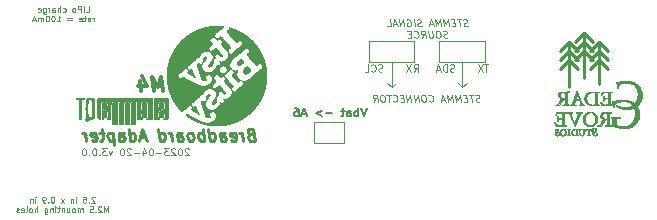
<source format=gbo>
G04 #@! TF.GenerationSoftware,KiCad,Pcbnew,(6.0.0-0)*
G04 #@! TF.CreationDate,2023-04-20T16:33:35-07:00*
G04 #@! TF.ProjectId,ItsyBitsy breadboard,49747379-4269-4747-9379-206272656164,3.0.0*
G04 #@! TF.SameCoordinates,Original*
G04 #@! TF.FileFunction,Legend,Bot*
G04 #@! TF.FilePolarity,Positive*
%FSLAX46Y46*%
G04 Gerber Fmt 4.6, Leading zero omitted, Abs format (unit mm)*
G04 Created by KiCad (PCBNEW (6.0.0-0)) date 2023-04-20 16:33:35*
%MOMM*%
%LPD*%
G01*
G04 APERTURE LIST*
%ADD10C,0.250000*%
%ADD11C,0.100000*%
%ADD12C,0.120000*%
%ADD13C,0.220000*%
%ADD14C,0.300000*%
%ADD15C,0.140000*%
%ADD16C,0.010000*%
G04 APERTURE END LIST*
D10*
X148780000Y-104157000D02*
X149542000Y-104919000D01*
X148780000Y-105681000D02*
X148018000Y-106443000D01*
X148780000Y-104919000D02*
X148018000Y-105681000D01*
X148780000Y-104157000D02*
X148018000Y-104919000D01*
X148780000Y-107967000D02*
X148780000Y-104157000D01*
X148780000Y-104919000D02*
X149542000Y-105681000D01*
X148780000Y-105681000D02*
X149542000Y-106443000D01*
X150050000Y-103395000D02*
X149288000Y-104157000D01*
X150050000Y-107205000D02*
X150050000Y-103395000D01*
X150050000Y-104919000D02*
X149288000Y-105681000D01*
X150050000Y-104157000D02*
X150812000Y-104919000D01*
X150050000Y-103395000D02*
X150812000Y-104157000D01*
X150050000Y-104919000D02*
X150812000Y-105681000D01*
X150050000Y-104157000D02*
X149288000Y-104919000D01*
D11*
X139700000Y-107950000D02*
X140081000Y-107569000D01*
X139700000Y-105791000D02*
X139700000Y-107950000D01*
X139700000Y-107950000D02*
X139319000Y-107569000D01*
D10*
X151320000Y-107713000D02*
X151320000Y-104157000D01*
D11*
X133731000Y-105791000D02*
X133731000Y-107950000D01*
D10*
X151320000Y-104919000D02*
X150558000Y-105681000D01*
X151320000Y-104157000D02*
X150558000Y-104919000D01*
X151320000Y-104157000D02*
X152082000Y-104919000D01*
D11*
X133731000Y-107950000D02*
X133350000Y-107569000D01*
D10*
X151320000Y-105681000D02*
X152082000Y-106443000D01*
D11*
X133731000Y-107950000D02*
X134112000Y-107569000D01*
D10*
X151320000Y-104919000D02*
X152082000Y-105681000D01*
X151320000Y-105681000D02*
X150558000Y-106443000D01*
D11*
X116557857Y-113178571D02*
X116529285Y-113150000D01*
X116472142Y-113121428D01*
X116329285Y-113121428D01*
X116272142Y-113150000D01*
X116243571Y-113178571D01*
X116215000Y-113235714D01*
X116215000Y-113292857D01*
X116243571Y-113378571D01*
X116586428Y-113721428D01*
X116215000Y-113721428D01*
X115843571Y-113121428D02*
X115786428Y-113121428D01*
X115729285Y-113150000D01*
X115700714Y-113178571D01*
X115672142Y-113235714D01*
X115643571Y-113350000D01*
X115643571Y-113492857D01*
X115672142Y-113607142D01*
X115700714Y-113664285D01*
X115729285Y-113692857D01*
X115786428Y-113721428D01*
X115843571Y-113721428D01*
X115900714Y-113692857D01*
X115929285Y-113664285D01*
X115957857Y-113607142D01*
X115986428Y-113492857D01*
X115986428Y-113350000D01*
X115957857Y-113235714D01*
X115929285Y-113178571D01*
X115900714Y-113150000D01*
X115843571Y-113121428D01*
X115415000Y-113178571D02*
X115386428Y-113150000D01*
X115329285Y-113121428D01*
X115186428Y-113121428D01*
X115129285Y-113150000D01*
X115100714Y-113178571D01*
X115072142Y-113235714D01*
X115072142Y-113292857D01*
X115100714Y-113378571D01*
X115443571Y-113721428D01*
X115072142Y-113721428D01*
X114872142Y-113121428D02*
X114500714Y-113121428D01*
X114700714Y-113350000D01*
X114615000Y-113350000D01*
X114557857Y-113378571D01*
X114529285Y-113407142D01*
X114500714Y-113464285D01*
X114500714Y-113607142D01*
X114529285Y-113664285D01*
X114557857Y-113692857D01*
X114615000Y-113721428D01*
X114786428Y-113721428D01*
X114843571Y-113692857D01*
X114872142Y-113664285D01*
X114243571Y-113492857D02*
X113786428Y-113492857D01*
X113386428Y-113121428D02*
X113329285Y-113121428D01*
X113272142Y-113150000D01*
X113243571Y-113178571D01*
X113215000Y-113235714D01*
X113186428Y-113350000D01*
X113186428Y-113492857D01*
X113215000Y-113607142D01*
X113243571Y-113664285D01*
X113272142Y-113692857D01*
X113329285Y-113721428D01*
X113386428Y-113721428D01*
X113443571Y-113692857D01*
X113472142Y-113664285D01*
X113500714Y-113607142D01*
X113529285Y-113492857D01*
X113529285Y-113350000D01*
X113500714Y-113235714D01*
X113472142Y-113178571D01*
X113443571Y-113150000D01*
X113386428Y-113121428D01*
X112672142Y-113321428D02*
X112672142Y-113721428D01*
X112815000Y-113092857D02*
X112957857Y-113521428D01*
X112586428Y-113521428D01*
X112357857Y-113492857D02*
X111900714Y-113492857D01*
X111643571Y-113178571D02*
X111615000Y-113150000D01*
X111557857Y-113121428D01*
X111415000Y-113121428D01*
X111357857Y-113150000D01*
X111329285Y-113178571D01*
X111300714Y-113235714D01*
X111300714Y-113292857D01*
X111329285Y-113378571D01*
X111672142Y-113721428D01*
X111300714Y-113721428D01*
X110929285Y-113121428D02*
X110872142Y-113121428D01*
X110815000Y-113150000D01*
X110786428Y-113178571D01*
X110757857Y-113235714D01*
X110729285Y-113350000D01*
X110729285Y-113492857D01*
X110757857Y-113607142D01*
X110786428Y-113664285D01*
X110815000Y-113692857D01*
X110872142Y-113721428D01*
X110929285Y-113721428D01*
X110986428Y-113692857D01*
X111015000Y-113664285D01*
X111043571Y-113607142D01*
X111072142Y-113492857D01*
X111072142Y-113350000D01*
X111043571Y-113235714D01*
X111015000Y-113178571D01*
X110986428Y-113150000D01*
X110929285Y-113121428D01*
X110072142Y-113321428D02*
X109929285Y-113721428D01*
X109786428Y-113321428D01*
X109615000Y-113121428D02*
X109243571Y-113121428D01*
X109443571Y-113350000D01*
X109357857Y-113350000D01*
X109300714Y-113378571D01*
X109272142Y-113407142D01*
X109243571Y-113464285D01*
X109243571Y-113607142D01*
X109272142Y-113664285D01*
X109300714Y-113692857D01*
X109357857Y-113721428D01*
X109529285Y-113721428D01*
X109586428Y-113692857D01*
X109615000Y-113664285D01*
X108986428Y-113664285D02*
X108957857Y-113692857D01*
X108986428Y-113721428D01*
X109015000Y-113692857D01*
X108986428Y-113664285D01*
X108986428Y-113721428D01*
X108586428Y-113121428D02*
X108529285Y-113121428D01*
X108472142Y-113150000D01*
X108443571Y-113178571D01*
X108415000Y-113235714D01*
X108386428Y-113350000D01*
X108386428Y-113492857D01*
X108415000Y-113607142D01*
X108443571Y-113664285D01*
X108472142Y-113692857D01*
X108529285Y-113721428D01*
X108586428Y-113721428D01*
X108643571Y-113692857D01*
X108672142Y-113664285D01*
X108700714Y-113607142D01*
X108729285Y-113492857D01*
X108729285Y-113350000D01*
X108700714Y-113235714D01*
X108672142Y-113178571D01*
X108643571Y-113150000D01*
X108586428Y-113121428D01*
X108129285Y-113664285D02*
X108100714Y-113692857D01*
X108129285Y-113721428D01*
X108157857Y-113692857D01*
X108129285Y-113664285D01*
X108129285Y-113721428D01*
X107729285Y-113121428D02*
X107672142Y-113121428D01*
X107615000Y-113150000D01*
X107586428Y-113178571D01*
X107557857Y-113235714D01*
X107529285Y-113350000D01*
X107529285Y-113492857D01*
X107557857Y-113607142D01*
X107586428Y-113664285D01*
X107615000Y-113692857D01*
X107672142Y-113721428D01*
X107729285Y-113721428D01*
X107786428Y-113692857D01*
X107815000Y-113664285D01*
X107843571Y-113607142D01*
X107872142Y-113492857D01*
X107872142Y-113350000D01*
X107843571Y-113235714D01*
X107815000Y-113178571D01*
X107786428Y-113150000D01*
X107729285Y-113121428D01*
X108600000Y-117271309D02*
X108576190Y-117247500D01*
X108528571Y-117223690D01*
X108409523Y-117223690D01*
X108361904Y-117247500D01*
X108338095Y-117271309D01*
X108314285Y-117318928D01*
X108314285Y-117366547D01*
X108338095Y-117437976D01*
X108623809Y-117723690D01*
X108314285Y-117723690D01*
X108100000Y-117676071D02*
X108076190Y-117699880D01*
X108100000Y-117723690D01*
X108123809Y-117699880D01*
X108100000Y-117676071D01*
X108100000Y-117723690D01*
X107623809Y-117223690D02*
X107861904Y-117223690D01*
X107885714Y-117461785D01*
X107861904Y-117437976D01*
X107814285Y-117414166D01*
X107695238Y-117414166D01*
X107647619Y-117437976D01*
X107623809Y-117461785D01*
X107600000Y-117509404D01*
X107600000Y-117628452D01*
X107623809Y-117676071D01*
X107647619Y-117699880D01*
X107695238Y-117723690D01*
X107814285Y-117723690D01*
X107861904Y-117699880D01*
X107885714Y-117676071D01*
X107004761Y-117723690D02*
X107004761Y-117390357D01*
X107004761Y-117223690D02*
X107028571Y-117247500D01*
X107004761Y-117271309D01*
X106980952Y-117247500D01*
X107004761Y-117223690D01*
X107004761Y-117271309D01*
X106766666Y-117390357D02*
X106766666Y-117723690D01*
X106766666Y-117437976D02*
X106742857Y-117414166D01*
X106695238Y-117390357D01*
X106623809Y-117390357D01*
X106576190Y-117414166D01*
X106552380Y-117461785D01*
X106552380Y-117723690D01*
X105980952Y-117723690D02*
X105719047Y-117390357D01*
X105980952Y-117390357D02*
X105719047Y-117723690D01*
X105052380Y-117223690D02*
X105004761Y-117223690D01*
X104957142Y-117247500D01*
X104933333Y-117271309D01*
X104909523Y-117318928D01*
X104885714Y-117414166D01*
X104885714Y-117533214D01*
X104909523Y-117628452D01*
X104933333Y-117676071D01*
X104957142Y-117699880D01*
X105004761Y-117723690D01*
X105052380Y-117723690D01*
X105100000Y-117699880D01*
X105123809Y-117676071D01*
X105147619Y-117628452D01*
X105171428Y-117533214D01*
X105171428Y-117414166D01*
X105147619Y-117318928D01*
X105123809Y-117271309D01*
X105100000Y-117247500D01*
X105052380Y-117223690D01*
X104671428Y-117676071D02*
X104647619Y-117699880D01*
X104671428Y-117723690D01*
X104695238Y-117699880D01*
X104671428Y-117676071D01*
X104671428Y-117723690D01*
X104409523Y-117723690D02*
X104314285Y-117723690D01*
X104266666Y-117699880D01*
X104242857Y-117676071D01*
X104195238Y-117604642D01*
X104171428Y-117509404D01*
X104171428Y-117318928D01*
X104195238Y-117271309D01*
X104219047Y-117247500D01*
X104266666Y-117223690D01*
X104361904Y-117223690D01*
X104409523Y-117247500D01*
X104433333Y-117271309D01*
X104457142Y-117318928D01*
X104457142Y-117437976D01*
X104433333Y-117485595D01*
X104409523Y-117509404D01*
X104361904Y-117533214D01*
X104266666Y-117533214D01*
X104219047Y-117509404D01*
X104195238Y-117485595D01*
X104171428Y-117437976D01*
X103576190Y-117723690D02*
X103576190Y-117390357D01*
X103576190Y-117223690D02*
X103600000Y-117247500D01*
X103576190Y-117271309D01*
X103552380Y-117247500D01*
X103576190Y-117223690D01*
X103576190Y-117271309D01*
X103338095Y-117390357D02*
X103338095Y-117723690D01*
X103338095Y-117437976D02*
X103314285Y-117414166D01*
X103266666Y-117390357D01*
X103195238Y-117390357D01*
X103147619Y-117414166D01*
X103123809Y-117461785D01*
X103123809Y-117723690D01*
X109719047Y-118528690D02*
X109719047Y-118028690D01*
X109552380Y-118385833D01*
X109385714Y-118028690D01*
X109385714Y-118528690D01*
X109171428Y-118076309D02*
X109147619Y-118052500D01*
X109100000Y-118028690D01*
X108980952Y-118028690D01*
X108933333Y-118052500D01*
X108909523Y-118076309D01*
X108885714Y-118123928D01*
X108885714Y-118171547D01*
X108909523Y-118242976D01*
X109195238Y-118528690D01*
X108885714Y-118528690D01*
X108671428Y-118481071D02*
X108647619Y-118504880D01*
X108671428Y-118528690D01*
X108695238Y-118504880D01*
X108671428Y-118481071D01*
X108671428Y-118528690D01*
X108195238Y-118028690D02*
X108433333Y-118028690D01*
X108457142Y-118266785D01*
X108433333Y-118242976D01*
X108385714Y-118219166D01*
X108266666Y-118219166D01*
X108219047Y-118242976D01*
X108195238Y-118266785D01*
X108171428Y-118314404D01*
X108171428Y-118433452D01*
X108195238Y-118481071D01*
X108219047Y-118504880D01*
X108266666Y-118528690D01*
X108385714Y-118528690D01*
X108433333Y-118504880D01*
X108457142Y-118481071D01*
X107576190Y-118528690D02*
X107576190Y-118195357D01*
X107576190Y-118242976D02*
X107552380Y-118219166D01*
X107504761Y-118195357D01*
X107433333Y-118195357D01*
X107385714Y-118219166D01*
X107361904Y-118266785D01*
X107361904Y-118528690D01*
X107361904Y-118266785D02*
X107338095Y-118219166D01*
X107290476Y-118195357D01*
X107219047Y-118195357D01*
X107171428Y-118219166D01*
X107147619Y-118266785D01*
X107147619Y-118528690D01*
X106838095Y-118528690D02*
X106885714Y-118504880D01*
X106909523Y-118481071D01*
X106933333Y-118433452D01*
X106933333Y-118290595D01*
X106909523Y-118242976D01*
X106885714Y-118219166D01*
X106838095Y-118195357D01*
X106766666Y-118195357D01*
X106719047Y-118219166D01*
X106695238Y-118242976D01*
X106671428Y-118290595D01*
X106671428Y-118433452D01*
X106695238Y-118481071D01*
X106719047Y-118504880D01*
X106766666Y-118528690D01*
X106838095Y-118528690D01*
X106242857Y-118195357D02*
X106242857Y-118528690D01*
X106457142Y-118195357D02*
X106457142Y-118457261D01*
X106433333Y-118504880D01*
X106385714Y-118528690D01*
X106314285Y-118528690D01*
X106266666Y-118504880D01*
X106242857Y-118481071D01*
X106004761Y-118195357D02*
X106004761Y-118528690D01*
X106004761Y-118242976D02*
X105980952Y-118219166D01*
X105933333Y-118195357D01*
X105861904Y-118195357D01*
X105814285Y-118219166D01*
X105790476Y-118266785D01*
X105790476Y-118528690D01*
X105623809Y-118195357D02*
X105433333Y-118195357D01*
X105552380Y-118028690D02*
X105552380Y-118457261D01*
X105528571Y-118504880D01*
X105480952Y-118528690D01*
X105433333Y-118528690D01*
X105266666Y-118528690D02*
X105266666Y-118195357D01*
X105266666Y-118028690D02*
X105290476Y-118052500D01*
X105266666Y-118076309D01*
X105242857Y-118052500D01*
X105266666Y-118028690D01*
X105266666Y-118076309D01*
X105028571Y-118195357D02*
X105028571Y-118528690D01*
X105028571Y-118242976D02*
X105004761Y-118219166D01*
X104957142Y-118195357D01*
X104885714Y-118195357D01*
X104838095Y-118219166D01*
X104814285Y-118266785D01*
X104814285Y-118528690D01*
X104361904Y-118195357D02*
X104361904Y-118600119D01*
X104385714Y-118647738D01*
X104409523Y-118671547D01*
X104457142Y-118695357D01*
X104528571Y-118695357D01*
X104576190Y-118671547D01*
X104361904Y-118504880D02*
X104409523Y-118528690D01*
X104504761Y-118528690D01*
X104552380Y-118504880D01*
X104576190Y-118481071D01*
X104600000Y-118433452D01*
X104600000Y-118290595D01*
X104576190Y-118242976D01*
X104552380Y-118219166D01*
X104504761Y-118195357D01*
X104409523Y-118195357D01*
X104361904Y-118219166D01*
X103742857Y-118528690D02*
X103742857Y-118028690D01*
X103528571Y-118528690D02*
X103528571Y-118266785D01*
X103552380Y-118219166D01*
X103600000Y-118195357D01*
X103671428Y-118195357D01*
X103719047Y-118219166D01*
X103742857Y-118242976D01*
X103219047Y-118528690D02*
X103266666Y-118504880D01*
X103290476Y-118481071D01*
X103314285Y-118433452D01*
X103314285Y-118290595D01*
X103290476Y-118242976D01*
X103266666Y-118219166D01*
X103219047Y-118195357D01*
X103147619Y-118195357D01*
X103100000Y-118219166D01*
X103076190Y-118242976D01*
X103052380Y-118290595D01*
X103052380Y-118433452D01*
X103076190Y-118481071D01*
X103100000Y-118504880D01*
X103147619Y-118528690D01*
X103219047Y-118528690D01*
X102766666Y-118528690D02*
X102814285Y-118504880D01*
X102838095Y-118457261D01*
X102838095Y-118028690D01*
X102385714Y-118504880D02*
X102433333Y-118528690D01*
X102528571Y-118528690D01*
X102576190Y-118504880D01*
X102600000Y-118457261D01*
X102600000Y-118266785D01*
X102576190Y-118219166D01*
X102528571Y-118195357D01*
X102433333Y-118195357D01*
X102385714Y-118219166D01*
X102361904Y-118266785D01*
X102361904Y-118314404D01*
X102600000Y-118362023D01*
X102171428Y-118504880D02*
X102123809Y-118528690D01*
X102028571Y-118528690D01*
X101980952Y-118504880D01*
X101957142Y-118457261D01*
X101957142Y-118433452D01*
X101980952Y-118385833D01*
X102028571Y-118362023D01*
X102100000Y-118362023D01*
X102147619Y-118338214D01*
X102171428Y-118290595D01*
X102171428Y-118266785D01*
X102147619Y-118219166D01*
X102100000Y-118195357D01*
X102028571Y-118195357D01*
X101980952Y-118219166D01*
X107842857Y-101573690D02*
X108080952Y-101573690D01*
X108080952Y-101073690D01*
X107676190Y-101573690D02*
X107676190Y-101240357D01*
X107676190Y-101073690D02*
X107700000Y-101097500D01*
X107676190Y-101121309D01*
X107652380Y-101097500D01*
X107676190Y-101073690D01*
X107676190Y-101121309D01*
X107438095Y-101573690D02*
X107438095Y-101073690D01*
X107247619Y-101073690D01*
X107200000Y-101097500D01*
X107176190Y-101121309D01*
X107152380Y-101168928D01*
X107152380Y-101240357D01*
X107176190Y-101287976D01*
X107200000Y-101311785D01*
X107247619Y-101335595D01*
X107438095Y-101335595D01*
X106866666Y-101573690D02*
X106914285Y-101549880D01*
X106938095Y-101526071D01*
X106961904Y-101478452D01*
X106961904Y-101335595D01*
X106938095Y-101287976D01*
X106914285Y-101264166D01*
X106866666Y-101240357D01*
X106795238Y-101240357D01*
X106747619Y-101264166D01*
X106723809Y-101287976D01*
X106700000Y-101335595D01*
X106700000Y-101478452D01*
X106723809Y-101526071D01*
X106747619Y-101549880D01*
X106795238Y-101573690D01*
X106866666Y-101573690D01*
X105890476Y-101549880D02*
X105938095Y-101573690D01*
X106033333Y-101573690D01*
X106080952Y-101549880D01*
X106104761Y-101526071D01*
X106128571Y-101478452D01*
X106128571Y-101335595D01*
X106104761Y-101287976D01*
X106080952Y-101264166D01*
X106033333Y-101240357D01*
X105938095Y-101240357D01*
X105890476Y-101264166D01*
X105676190Y-101573690D02*
X105676190Y-101073690D01*
X105461904Y-101573690D02*
X105461904Y-101311785D01*
X105485714Y-101264166D01*
X105533333Y-101240357D01*
X105604761Y-101240357D01*
X105652380Y-101264166D01*
X105676190Y-101287976D01*
X105009523Y-101573690D02*
X105009523Y-101311785D01*
X105033333Y-101264166D01*
X105080952Y-101240357D01*
X105176190Y-101240357D01*
X105223809Y-101264166D01*
X105009523Y-101549880D02*
X105057142Y-101573690D01*
X105176190Y-101573690D01*
X105223809Y-101549880D01*
X105247619Y-101502261D01*
X105247619Y-101454642D01*
X105223809Y-101407023D01*
X105176190Y-101383214D01*
X105057142Y-101383214D01*
X105009523Y-101359404D01*
X104771428Y-101573690D02*
X104771428Y-101240357D01*
X104771428Y-101335595D02*
X104747619Y-101287976D01*
X104723809Y-101264166D01*
X104676190Y-101240357D01*
X104628571Y-101240357D01*
X104247619Y-101240357D02*
X104247619Y-101645119D01*
X104271428Y-101692738D01*
X104295238Y-101716547D01*
X104342857Y-101740357D01*
X104414285Y-101740357D01*
X104461904Y-101716547D01*
X104247619Y-101549880D02*
X104295238Y-101573690D01*
X104390476Y-101573690D01*
X104438095Y-101549880D01*
X104461904Y-101526071D01*
X104485714Y-101478452D01*
X104485714Y-101335595D01*
X104461904Y-101287976D01*
X104438095Y-101264166D01*
X104390476Y-101240357D01*
X104295238Y-101240357D01*
X104247619Y-101264166D01*
X103819047Y-101549880D02*
X103866666Y-101573690D01*
X103961904Y-101573690D01*
X104009523Y-101549880D01*
X104033333Y-101502261D01*
X104033333Y-101311785D01*
X104009523Y-101264166D01*
X103961904Y-101240357D01*
X103866666Y-101240357D01*
X103819047Y-101264166D01*
X103795238Y-101311785D01*
X103795238Y-101359404D01*
X104033333Y-101407023D01*
X108521428Y-102378690D02*
X108521428Y-102045357D01*
X108521428Y-102140595D02*
X108497619Y-102092976D01*
X108473809Y-102069166D01*
X108426190Y-102045357D01*
X108378571Y-102045357D01*
X107997619Y-102378690D02*
X107997619Y-102116785D01*
X108021428Y-102069166D01*
X108069047Y-102045357D01*
X108164285Y-102045357D01*
X108211904Y-102069166D01*
X107997619Y-102354880D02*
X108045238Y-102378690D01*
X108164285Y-102378690D01*
X108211904Y-102354880D01*
X108235714Y-102307261D01*
X108235714Y-102259642D01*
X108211904Y-102212023D01*
X108164285Y-102188214D01*
X108045238Y-102188214D01*
X107997619Y-102164404D01*
X107830952Y-102045357D02*
X107640476Y-102045357D01*
X107759523Y-101878690D02*
X107759523Y-102307261D01*
X107735714Y-102354880D01*
X107688095Y-102378690D01*
X107640476Y-102378690D01*
X107283333Y-102354880D02*
X107330952Y-102378690D01*
X107426190Y-102378690D01*
X107473809Y-102354880D01*
X107497619Y-102307261D01*
X107497619Y-102116785D01*
X107473809Y-102069166D01*
X107426190Y-102045357D01*
X107330952Y-102045357D01*
X107283333Y-102069166D01*
X107259523Y-102116785D01*
X107259523Y-102164404D01*
X107497619Y-102212023D01*
X106664285Y-102116785D02*
X106283333Y-102116785D01*
X106283333Y-102259642D02*
X106664285Y-102259642D01*
X105402380Y-102378690D02*
X105688095Y-102378690D01*
X105545238Y-102378690D02*
X105545238Y-101878690D01*
X105592857Y-101950119D01*
X105640476Y-101997738D01*
X105688095Y-102021547D01*
X105092857Y-101878690D02*
X105045238Y-101878690D01*
X104997619Y-101902500D01*
X104973809Y-101926309D01*
X104950000Y-101973928D01*
X104926190Y-102069166D01*
X104926190Y-102188214D01*
X104950000Y-102283452D01*
X104973809Y-102331071D01*
X104997619Y-102354880D01*
X105045238Y-102378690D01*
X105092857Y-102378690D01*
X105140476Y-102354880D01*
X105164285Y-102331071D01*
X105188095Y-102283452D01*
X105211904Y-102188214D01*
X105211904Y-102069166D01*
X105188095Y-101973928D01*
X105164285Y-101926309D01*
X105140476Y-101902500D01*
X105092857Y-101878690D01*
X104616666Y-101878690D02*
X104569047Y-101878690D01*
X104521428Y-101902500D01*
X104497619Y-101926309D01*
X104473809Y-101973928D01*
X104450000Y-102069166D01*
X104450000Y-102188214D01*
X104473809Y-102283452D01*
X104497619Y-102331071D01*
X104521428Y-102354880D01*
X104569047Y-102378690D01*
X104616666Y-102378690D01*
X104664285Y-102354880D01*
X104688095Y-102331071D01*
X104711904Y-102283452D01*
X104735714Y-102188214D01*
X104735714Y-102069166D01*
X104711904Y-101973928D01*
X104688095Y-101926309D01*
X104664285Y-101902500D01*
X104616666Y-101878690D01*
X104235714Y-102378690D02*
X104235714Y-102045357D01*
X104235714Y-102092976D02*
X104211904Y-102069166D01*
X104164285Y-102045357D01*
X104092857Y-102045357D01*
X104045238Y-102069166D01*
X104021428Y-102116785D01*
X104021428Y-102378690D01*
X104021428Y-102116785D02*
X103997619Y-102069166D01*
X103950000Y-102045357D01*
X103878571Y-102045357D01*
X103830952Y-102069166D01*
X103807142Y-102116785D01*
X103807142Y-102378690D01*
X103592857Y-102235833D02*
X103354761Y-102235833D01*
X103640476Y-102378690D02*
X103473809Y-101878690D01*
X103307142Y-102378690D01*
D12*
X135592857Y-106621428D02*
X135792857Y-106335714D01*
X135935714Y-106621428D02*
X135935714Y-106021428D01*
X135707142Y-106021428D01*
X135650000Y-106050000D01*
X135621428Y-106078571D01*
X135592857Y-106135714D01*
X135592857Y-106221428D01*
X135621428Y-106278571D01*
X135650000Y-106307142D01*
X135707142Y-106335714D01*
X135935714Y-106335714D01*
X135392857Y-106021428D02*
X134992857Y-106621428D01*
X134992857Y-106021428D02*
X135392857Y-106621428D01*
X132964285Y-106592857D02*
X132878571Y-106621428D01*
X132735714Y-106621428D01*
X132678571Y-106592857D01*
X132650000Y-106564285D01*
X132621428Y-106507142D01*
X132621428Y-106450000D01*
X132650000Y-106392857D01*
X132678571Y-106364285D01*
X132735714Y-106335714D01*
X132850000Y-106307142D01*
X132907142Y-106278571D01*
X132935714Y-106250000D01*
X132964285Y-106192857D01*
X132964285Y-106135714D01*
X132935714Y-106078571D01*
X132907142Y-106050000D01*
X132850000Y-106021428D01*
X132707142Y-106021428D01*
X132621428Y-106050000D01*
X132021428Y-106564285D02*
X132050000Y-106592857D01*
X132135714Y-106621428D01*
X132192857Y-106621428D01*
X132278571Y-106592857D01*
X132335714Y-106535714D01*
X132364285Y-106478571D01*
X132392857Y-106364285D01*
X132392857Y-106278571D01*
X132364285Y-106164285D01*
X132335714Y-106107142D01*
X132278571Y-106050000D01*
X132192857Y-106021428D01*
X132135714Y-106021428D01*
X132050000Y-106050000D01*
X132021428Y-106078571D01*
X131478571Y-106621428D02*
X131764285Y-106621428D01*
X131764285Y-106021428D01*
X140188946Y-102759857D02*
X140106803Y-102788428D01*
X139963946Y-102788428D01*
X139903232Y-102759857D01*
X139871089Y-102731285D01*
X139835375Y-102674142D01*
X139828232Y-102617000D01*
X139849660Y-102559857D01*
X139874660Y-102531285D01*
X139928232Y-102502714D01*
X140038946Y-102474142D01*
X140092517Y-102445571D01*
X140117517Y-102417000D01*
X140138946Y-102359857D01*
X140131803Y-102302714D01*
X140096089Y-102245571D01*
X140063946Y-102217000D01*
X140003232Y-102188428D01*
X139860375Y-102188428D01*
X139778232Y-102217000D01*
X139603232Y-102188428D02*
X139260375Y-102188428D01*
X139506803Y-102788428D02*
X139431803Y-102188428D01*
X139096089Y-102474142D02*
X138896089Y-102474142D01*
X138849660Y-102788428D02*
X139135375Y-102788428D01*
X139060375Y-102188428D01*
X138774660Y-102188428D01*
X138592517Y-102788428D02*
X138517517Y-102188428D01*
X138371089Y-102617000D01*
X138117517Y-102188428D01*
X138192517Y-102788428D01*
X137906803Y-102788428D02*
X137831803Y-102188428D01*
X137685375Y-102617000D01*
X137431803Y-102188428D01*
X137506803Y-102788428D01*
X137228232Y-102617000D02*
X136942517Y-102617000D01*
X137306803Y-102788428D02*
X137031803Y-102188428D01*
X136906803Y-102788428D01*
X136274660Y-102759857D02*
X136192517Y-102788428D01*
X136049660Y-102788428D01*
X135988946Y-102759857D01*
X135956803Y-102731285D01*
X135921089Y-102674142D01*
X135913946Y-102617000D01*
X135935375Y-102559857D01*
X135960375Y-102531285D01*
X136013946Y-102502714D01*
X136124660Y-102474142D01*
X136178232Y-102445571D01*
X136203232Y-102417000D01*
X136224660Y-102359857D01*
X136217517Y-102302714D01*
X136181803Y-102245571D01*
X136149660Y-102217000D01*
X136088946Y-102188428D01*
X135946089Y-102188428D01*
X135863946Y-102217000D01*
X135678232Y-102788428D02*
X135603232Y-102188428D01*
X135006803Y-102217000D02*
X135060375Y-102188428D01*
X135146089Y-102188428D01*
X135235375Y-102217000D01*
X135299660Y-102274142D01*
X135335375Y-102331285D01*
X135378232Y-102445571D01*
X135388946Y-102531285D01*
X135374660Y-102645571D01*
X135353232Y-102702714D01*
X135303232Y-102759857D01*
X135221089Y-102788428D01*
X135163946Y-102788428D01*
X135074660Y-102759857D01*
X135042517Y-102731285D01*
X135017517Y-102531285D01*
X135131803Y-102531285D01*
X134792517Y-102788428D02*
X134717517Y-102188428D01*
X134449660Y-102788428D01*
X134374660Y-102188428D01*
X134171089Y-102617000D02*
X133885375Y-102617000D01*
X134249660Y-102788428D02*
X133974660Y-102188428D01*
X133849660Y-102788428D01*
X133363946Y-102788428D02*
X133649660Y-102788428D01*
X133574660Y-102188428D01*
X138474660Y-103725857D02*
X138392517Y-103754428D01*
X138249660Y-103754428D01*
X138188946Y-103725857D01*
X138156803Y-103697285D01*
X138121089Y-103640142D01*
X138113946Y-103583000D01*
X138135375Y-103525857D01*
X138160375Y-103497285D01*
X138213946Y-103468714D01*
X138324660Y-103440142D01*
X138378232Y-103411571D01*
X138403232Y-103383000D01*
X138424660Y-103325857D01*
X138417517Y-103268714D01*
X138381803Y-103211571D01*
X138349660Y-103183000D01*
X138288946Y-103154428D01*
X138146089Y-103154428D01*
X138063946Y-103183000D01*
X137688946Y-103154428D02*
X137574660Y-103154428D01*
X137521089Y-103183000D01*
X137471089Y-103240142D01*
X137456803Y-103354428D01*
X137481803Y-103554428D01*
X137524660Y-103668714D01*
X137588946Y-103725857D01*
X137649660Y-103754428D01*
X137763946Y-103754428D01*
X137817517Y-103725857D01*
X137867517Y-103668714D01*
X137881803Y-103554428D01*
X137856803Y-103354428D01*
X137813946Y-103240142D01*
X137749660Y-103183000D01*
X137688946Y-103154428D01*
X137174660Y-103154428D02*
X137235375Y-103640142D01*
X137213946Y-103697285D01*
X137188946Y-103725857D01*
X137135375Y-103754428D01*
X137021089Y-103754428D01*
X136960375Y-103725857D01*
X136928232Y-103697285D01*
X136892517Y-103640142D01*
X136831803Y-103154428D01*
X136278232Y-103754428D02*
X136442517Y-103468714D01*
X136621089Y-103754428D02*
X136546089Y-103154428D01*
X136317517Y-103154428D01*
X136263946Y-103183000D01*
X136238946Y-103211571D01*
X136217517Y-103268714D01*
X136228232Y-103354428D01*
X136263946Y-103411571D01*
X136296089Y-103440142D01*
X136356803Y-103468714D01*
X136585375Y-103468714D01*
X135671089Y-103697285D02*
X135703232Y-103725857D01*
X135792517Y-103754428D01*
X135849660Y-103754428D01*
X135931803Y-103725857D01*
X135981803Y-103668714D01*
X136003232Y-103611571D01*
X136017517Y-103497285D01*
X136006803Y-103411571D01*
X135963946Y-103297285D01*
X135928232Y-103240142D01*
X135863946Y-103183000D01*
X135774660Y-103154428D01*
X135717517Y-103154428D01*
X135635375Y-103183000D01*
X135610375Y-103211571D01*
X135381803Y-103440142D02*
X135181803Y-103440142D01*
X135135375Y-103754428D02*
X135421089Y-103754428D01*
X135346089Y-103154428D01*
X135060375Y-103154428D01*
X141203232Y-109142857D02*
X141121089Y-109171428D01*
X140978232Y-109171428D01*
X140917517Y-109142857D01*
X140885375Y-109114285D01*
X140849660Y-109057142D01*
X140842517Y-109000000D01*
X140863946Y-108942857D01*
X140888946Y-108914285D01*
X140942517Y-108885714D01*
X141053232Y-108857142D01*
X141106803Y-108828571D01*
X141131803Y-108800000D01*
X141153232Y-108742857D01*
X141146089Y-108685714D01*
X141110375Y-108628571D01*
X141078232Y-108600000D01*
X141017517Y-108571428D01*
X140874660Y-108571428D01*
X140792517Y-108600000D01*
X140617517Y-108571428D02*
X140274660Y-108571428D01*
X140521089Y-109171428D02*
X140446089Y-108571428D01*
X140110375Y-108857142D02*
X139910375Y-108857142D01*
X139863946Y-109171428D02*
X140149660Y-109171428D01*
X140074660Y-108571428D01*
X139788946Y-108571428D01*
X139606803Y-109171428D02*
X139531803Y-108571428D01*
X139385375Y-109000000D01*
X139131803Y-108571428D01*
X139206803Y-109171428D01*
X138921089Y-109171428D02*
X138846089Y-108571428D01*
X138699660Y-109000000D01*
X138446089Y-108571428D01*
X138521089Y-109171428D01*
X138242517Y-109000000D02*
X137956803Y-109000000D01*
X138321089Y-109171428D02*
X138046089Y-108571428D01*
X137921089Y-109171428D01*
X136913946Y-109114285D02*
X136946089Y-109142857D01*
X137035375Y-109171428D01*
X137092517Y-109171428D01*
X137174660Y-109142857D01*
X137224660Y-109085714D01*
X137246089Y-109028571D01*
X137260375Y-108914285D01*
X137249660Y-108828571D01*
X137206803Y-108714285D01*
X137171089Y-108657142D01*
X137106803Y-108600000D01*
X137017517Y-108571428D01*
X136960375Y-108571428D01*
X136878232Y-108600000D01*
X136853232Y-108628571D01*
X136474660Y-108571428D02*
X136360375Y-108571428D01*
X136306803Y-108600000D01*
X136256803Y-108657142D01*
X136242517Y-108771428D01*
X136267517Y-108971428D01*
X136310375Y-109085714D01*
X136374660Y-109142857D01*
X136435375Y-109171428D01*
X136549660Y-109171428D01*
X136603232Y-109142857D01*
X136653232Y-109085714D01*
X136667517Y-108971428D01*
X136642517Y-108771428D01*
X136599660Y-108657142D01*
X136535375Y-108600000D01*
X136474660Y-108571428D01*
X136035375Y-109171428D02*
X135960375Y-108571428D01*
X135692517Y-109171428D01*
X135617517Y-108571428D01*
X135406803Y-109171428D02*
X135331803Y-108571428D01*
X135063946Y-109171428D01*
X134988946Y-108571428D01*
X134738946Y-108857142D02*
X134538946Y-108857142D01*
X134492517Y-109171428D02*
X134778232Y-109171428D01*
X134703232Y-108571428D01*
X134417517Y-108571428D01*
X133885375Y-109114285D02*
X133917517Y-109142857D01*
X134006803Y-109171428D01*
X134063946Y-109171428D01*
X134146089Y-109142857D01*
X134196089Y-109085714D01*
X134217517Y-109028571D01*
X134231803Y-108914285D01*
X134221089Y-108828571D01*
X134178232Y-108714285D01*
X134142517Y-108657142D01*
X134078232Y-108600000D01*
X133988946Y-108571428D01*
X133931803Y-108571428D01*
X133849660Y-108600000D01*
X133824660Y-108628571D01*
X133646089Y-108571428D02*
X133303232Y-108571428D01*
X133549660Y-109171428D02*
X133474660Y-108571428D01*
X132988946Y-108571428D02*
X132874660Y-108571428D01*
X132821089Y-108600000D01*
X132771089Y-108657142D01*
X132756803Y-108771428D01*
X132781803Y-108971428D01*
X132824660Y-109085714D01*
X132888946Y-109142857D01*
X132949660Y-109171428D01*
X133063946Y-109171428D01*
X133117517Y-109142857D01*
X133167517Y-109085714D01*
X133181803Y-108971428D01*
X133156803Y-108771428D01*
X133113946Y-108657142D01*
X133049660Y-108600000D01*
X132988946Y-108571428D01*
X132206803Y-109171428D02*
X132371089Y-108885714D01*
X132549660Y-109171428D02*
X132474660Y-108571428D01*
X132246089Y-108571428D01*
X132192517Y-108600000D01*
X132167517Y-108628571D01*
X132146089Y-108685714D01*
X132156803Y-108771428D01*
X132192517Y-108828571D01*
X132224660Y-108857142D01*
X132285375Y-108885714D01*
X132513946Y-108885714D01*
D13*
X121766739Y-111940229D02*
X121629835Y-111987848D01*
X121588168Y-112035467D01*
X121552454Y-112130705D01*
X121570311Y-112273562D01*
X121629835Y-112368800D01*
X121683406Y-112416419D01*
X121784596Y-112464038D01*
X122165549Y-112464038D01*
X122040549Y-111464038D01*
X121707216Y-111464038D01*
X121617930Y-111511658D01*
X121576263Y-111559277D01*
X121540549Y-111654515D01*
X121552454Y-111749753D01*
X121611977Y-111844991D01*
X121665549Y-111892610D01*
X121766739Y-111940229D01*
X122100073Y-111940229D01*
X121165549Y-112464038D02*
X121082216Y-111797372D01*
X121106025Y-111987848D02*
X121046501Y-111892610D01*
X120992930Y-111844991D01*
X120891739Y-111797372D01*
X120796501Y-111797372D01*
X120159596Y-112416419D02*
X120260787Y-112464038D01*
X120451263Y-112464038D01*
X120540549Y-112416419D01*
X120576263Y-112321181D01*
X120528644Y-111940229D01*
X120469120Y-111844991D01*
X120367930Y-111797372D01*
X120177454Y-111797372D01*
X120088168Y-111844991D01*
X120052454Y-111940229D01*
X120064358Y-112035467D01*
X120552454Y-112130705D01*
X119260787Y-112464038D02*
X119195311Y-111940229D01*
X119231025Y-111844991D01*
X119320311Y-111797372D01*
X119510787Y-111797372D01*
X119611977Y-111844991D01*
X119254835Y-112416419D02*
X119356025Y-112464038D01*
X119594120Y-112464038D01*
X119683406Y-112416419D01*
X119719120Y-112321181D01*
X119707216Y-112225943D01*
X119647692Y-112130705D01*
X119546501Y-112083086D01*
X119308406Y-112083086D01*
X119207216Y-112035467D01*
X118356025Y-112464038D02*
X118231025Y-111464038D01*
X118350073Y-112416419D02*
X118451263Y-112464038D01*
X118641739Y-112464038D01*
X118731025Y-112416419D01*
X118772692Y-112368800D01*
X118808406Y-112273562D01*
X118772692Y-111987848D01*
X118713168Y-111892610D01*
X118659596Y-111844991D01*
X118558406Y-111797372D01*
X118367930Y-111797372D01*
X118278644Y-111844991D01*
X117879835Y-112464038D02*
X117754835Y-111464038D01*
X117802454Y-111844991D02*
X117701263Y-111797372D01*
X117510787Y-111797372D01*
X117421501Y-111844991D01*
X117379835Y-111892610D01*
X117344120Y-111987848D01*
X117379835Y-112273562D01*
X117439358Y-112368800D01*
X117492930Y-112416419D01*
X117594120Y-112464038D01*
X117784596Y-112464038D01*
X117873882Y-112416419D01*
X116832216Y-112464038D02*
X116921501Y-112416419D01*
X116963168Y-112368800D01*
X116998882Y-112273562D01*
X116963168Y-111987848D01*
X116903644Y-111892610D01*
X116850073Y-111844991D01*
X116748882Y-111797372D01*
X116606025Y-111797372D01*
X116516739Y-111844991D01*
X116475073Y-111892610D01*
X116439358Y-111987848D01*
X116475073Y-112273562D01*
X116534596Y-112368800D01*
X116588168Y-112416419D01*
X116689358Y-112464038D01*
X116832216Y-112464038D01*
X115641739Y-112464038D02*
X115576263Y-111940229D01*
X115611977Y-111844991D01*
X115701263Y-111797372D01*
X115891739Y-111797372D01*
X115992930Y-111844991D01*
X115635787Y-112416419D02*
X115736977Y-112464038D01*
X115975073Y-112464038D01*
X116064358Y-112416419D01*
X116100073Y-112321181D01*
X116088168Y-112225943D01*
X116028644Y-112130705D01*
X115927454Y-112083086D01*
X115689358Y-112083086D01*
X115588168Y-112035467D01*
X115165549Y-112464038D02*
X115082216Y-111797372D01*
X115106025Y-111987848D02*
X115046501Y-111892610D01*
X114992930Y-111844991D01*
X114891739Y-111797372D01*
X114796501Y-111797372D01*
X114117930Y-112464038D02*
X113992930Y-111464038D01*
X114111977Y-112416419D02*
X114213168Y-112464038D01*
X114403644Y-112464038D01*
X114492930Y-112416419D01*
X114534596Y-112368800D01*
X114570311Y-112273562D01*
X114534596Y-111987848D01*
X114475073Y-111892610D01*
X114421501Y-111844991D01*
X114320311Y-111797372D01*
X114129835Y-111797372D01*
X114040549Y-111844991D01*
X112891739Y-112178324D02*
X112415549Y-112178324D01*
X113022692Y-112464038D02*
X112564358Y-111464038D01*
X112356025Y-112464038D01*
X111594120Y-112464038D02*
X111469120Y-111464038D01*
X111588168Y-112416419D02*
X111689358Y-112464038D01*
X111879835Y-112464038D01*
X111969120Y-112416419D01*
X112010787Y-112368800D01*
X112046501Y-112273562D01*
X112010787Y-111987848D01*
X111951263Y-111892610D01*
X111897692Y-111844991D01*
X111796501Y-111797372D01*
X111606025Y-111797372D01*
X111516739Y-111844991D01*
X110689358Y-112464038D02*
X110623882Y-111940229D01*
X110659596Y-111844991D01*
X110748882Y-111797372D01*
X110939358Y-111797372D01*
X111040549Y-111844991D01*
X110683406Y-112416419D02*
X110784596Y-112464038D01*
X111022692Y-112464038D01*
X111111977Y-112416419D01*
X111147692Y-112321181D01*
X111135787Y-112225943D01*
X111076263Y-112130705D01*
X110975073Y-112083086D01*
X110736977Y-112083086D01*
X110635787Y-112035467D01*
X110129835Y-111797372D02*
X110254835Y-112797372D01*
X110135787Y-111844991D02*
X110034596Y-111797372D01*
X109844120Y-111797372D01*
X109754835Y-111844991D01*
X109713168Y-111892610D01*
X109677454Y-111987848D01*
X109713168Y-112273562D01*
X109772692Y-112368800D01*
X109826263Y-112416419D01*
X109927454Y-112464038D01*
X110117930Y-112464038D01*
X110207216Y-112416419D01*
X109367930Y-111797372D02*
X108986977Y-111797372D01*
X109183406Y-111464038D02*
X109290549Y-112321181D01*
X109254835Y-112416419D01*
X109165549Y-112464038D01*
X109070311Y-112464038D01*
X108350073Y-112416419D02*
X108451263Y-112464038D01*
X108641739Y-112464038D01*
X108731025Y-112416419D01*
X108766739Y-112321181D01*
X108719120Y-111940229D01*
X108659596Y-111844991D01*
X108558406Y-111797372D01*
X108367930Y-111797372D01*
X108278644Y-111844991D01*
X108242930Y-111940229D01*
X108254835Y-112035467D01*
X108742930Y-112130705D01*
X107879835Y-112464038D02*
X107796501Y-111797372D01*
X107820311Y-111987848D02*
X107760787Y-111892610D01*
X107707216Y-111844991D01*
X107606025Y-111797372D01*
X107510787Y-111797372D01*
D14*
X114391626Y-108254515D02*
X114241626Y-107054515D01*
X113948769Y-107911658D01*
X113441626Y-107054515D01*
X113591626Y-108254515D01*
X112405912Y-107454515D02*
X112505912Y-108254515D01*
X112634483Y-106997372D02*
X113027341Y-107854515D01*
X112284483Y-107854515D01*
D12*
X141933285Y-106021428D02*
X141590428Y-106021428D01*
X141761857Y-106621428D02*
X141761857Y-106021428D01*
X141447571Y-106021428D02*
X141047571Y-106621428D01*
X141047571Y-106021428D02*
X141447571Y-106621428D01*
X139019000Y-106592857D02*
X138933285Y-106621428D01*
X138790428Y-106621428D01*
X138733285Y-106592857D01*
X138704714Y-106564285D01*
X138676142Y-106507142D01*
X138676142Y-106450000D01*
X138704714Y-106392857D01*
X138733285Y-106364285D01*
X138790428Y-106335714D01*
X138904714Y-106307142D01*
X138961857Y-106278571D01*
X138990428Y-106250000D01*
X139019000Y-106192857D01*
X139019000Y-106135714D01*
X138990428Y-106078571D01*
X138961857Y-106050000D01*
X138904714Y-106021428D01*
X138761857Y-106021428D01*
X138676142Y-106050000D01*
X138419000Y-106621428D02*
X138419000Y-106021428D01*
X138276142Y-106021428D01*
X138190428Y-106050000D01*
X138133285Y-106107142D01*
X138104714Y-106164285D01*
X138076142Y-106278571D01*
X138076142Y-106364285D01*
X138104714Y-106478571D01*
X138133285Y-106535714D01*
X138190428Y-106592857D01*
X138276142Y-106621428D01*
X138419000Y-106621428D01*
X137847571Y-106450000D02*
X137561857Y-106450000D01*
X137904714Y-106621428D02*
X137704714Y-106021428D01*
X137504714Y-106621428D01*
D15*
X131624000Y-109725666D02*
X131390666Y-110425666D01*
X131157333Y-109725666D01*
X130924000Y-110425666D02*
X130924000Y-109725666D01*
X130924000Y-109992333D02*
X130857333Y-109959000D01*
X130724000Y-109959000D01*
X130657333Y-109992333D01*
X130624000Y-110025666D01*
X130590666Y-110092333D01*
X130590666Y-110292333D01*
X130624000Y-110359000D01*
X130657333Y-110392333D01*
X130724000Y-110425666D01*
X130857333Y-110425666D01*
X130924000Y-110392333D01*
X129990666Y-110425666D02*
X129990666Y-110059000D01*
X130024000Y-109992333D01*
X130090666Y-109959000D01*
X130224000Y-109959000D01*
X130290666Y-109992333D01*
X129990666Y-110392333D02*
X130057333Y-110425666D01*
X130224000Y-110425666D01*
X130290666Y-110392333D01*
X130324000Y-110325666D01*
X130324000Y-110259000D01*
X130290666Y-110192333D01*
X130224000Y-110159000D01*
X130057333Y-110159000D01*
X129990666Y-110125666D01*
X129757333Y-109959000D02*
X129490666Y-109959000D01*
X129657333Y-109725666D02*
X129657333Y-110325666D01*
X129624000Y-110392333D01*
X129557333Y-110425666D01*
X129490666Y-110425666D01*
X128724000Y-110159000D02*
X128190666Y-110159000D01*
X127857333Y-109959000D02*
X127324000Y-110159000D01*
X127857333Y-110359000D01*
X126490666Y-110225666D02*
X126157333Y-110225666D01*
X126557333Y-110425666D02*
X126324000Y-109725666D01*
X126090666Y-110425666D01*
X125557333Y-109725666D02*
X125690666Y-109725666D01*
X125757333Y-109759000D01*
X125790666Y-109792333D01*
X125857333Y-109892333D01*
X125890666Y-110025666D01*
X125890666Y-110292333D01*
X125857333Y-110359000D01*
X125824000Y-110392333D01*
X125757333Y-110425666D01*
X125624000Y-110425666D01*
X125557333Y-110392333D01*
X125524000Y-110359000D01*
X125490666Y-110292333D01*
X125490666Y-110125666D01*
X125524000Y-110059000D01*
X125557333Y-110025666D01*
X125624000Y-109992333D01*
X125757333Y-109992333D01*
X125824000Y-110025666D01*
X125857333Y-110059000D01*
X125890666Y-110125666D01*
D12*
X135641000Y-104012000D02*
X135641000Y-105792000D01*
X135641000Y-105792000D02*
X131821000Y-105792000D01*
X131821000Y-104012000D02*
X135641000Y-104012000D01*
X131821000Y-104012000D02*
X131821000Y-105792000D01*
X129667000Y-112650000D02*
X127127000Y-112650000D01*
X127127000Y-110870000D02*
X129667000Y-110870000D01*
X129667000Y-112650000D02*
X129667000Y-110870000D01*
X127127000Y-110870000D02*
X127127000Y-112650000D01*
X137790000Y-104012000D02*
X137790000Y-105792000D01*
X141610000Y-105792000D02*
X137790000Y-105792000D01*
X137790000Y-104012000D02*
X141610000Y-104012000D01*
X141610000Y-104012000D02*
X141610000Y-105792000D01*
G36*
X120124704Y-104587096D02*
G01*
X119489729Y-104587096D01*
X119489729Y-104565930D01*
X120124704Y-104565930D01*
X120124704Y-104587096D01*
G37*
G36*
X121119497Y-105666552D02*
G01*
X120802010Y-105666552D01*
X120802010Y-105645386D01*
X121119497Y-105645386D01*
X121119497Y-105666552D01*
G37*
G36*
X120061204Y-104481267D02*
G01*
X119383897Y-104481267D01*
X119383897Y-104460102D01*
X120061204Y-104460102D01*
X120061204Y-104481267D01*
G37*
G36*
X117796466Y-105941708D02*
G01*
X117648300Y-105941708D01*
X117648300Y-105920542D01*
X117796466Y-105920542D01*
X117796466Y-105941708D01*
G37*
G36*
X117013325Y-106830674D02*
G01*
X116526513Y-106830674D01*
X116526513Y-106809508D01*
X117013325Y-106809508D01*
X117013325Y-106830674D01*
G37*
G36*
X116801669Y-105984039D02*
G01*
X114812082Y-105984039D01*
X114812082Y-105962874D01*
X116801669Y-105962874D01*
X116801669Y-105984039D01*
G37*
G36*
X117711797Y-106153367D02*
G01*
X117246150Y-106153367D01*
X117246150Y-106132202D01*
X117711797Y-106132202D01*
X117711797Y-106153367D01*
G37*
G36*
X121817969Y-110174874D02*
G01*
X118791257Y-110174874D01*
X118791257Y-110153705D01*
X121817969Y-110153705D01*
X121817969Y-110174874D01*
G37*
G36*
X118346772Y-108523939D02*
G01*
X118240944Y-108523939D01*
X118240944Y-108502774D01*
X118346772Y-108502774D01*
X118346772Y-108523939D01*
G37*
G36*
X122770429Y-108904924D02*
G01*
X119807216Y-108904924D01*
X119807216Y-108883758D01*
X122770429Y-108883758D01*
X122770429Y-108904924D01*
G37*
G36*
X118156282Y-106957667D02*
G01*
X117521310Y-106957667D01*
X117521310Y-106936502D01*
X118156282Y-106936502D01*
X118156282Y-106957667D01*
G37*
G36*
X118791257Y-103528805D02*
G01*
X116484182Y-103528805D01*
X116484182Y-103507639D01*
X118791257Y-103507639D01*
X118791257Y-103528805D01*
G37*
G36*
X118071619Y-105370230D02*
G01*
X117902291Y-105370230D01*
X117902291Y-105349064D01*
X118071619Y-105349064D01*
X118071619Y-105370230D01*
G37*
G36*
X122093122Y-104142614D02*
G01*
X121055997Y-104142614D01*
X121055997Y-104121449D01*
X122093122Y-104121449D01*
X122093122Y-104142614D01*
G37*
G36*
X121733304Y-106703677D02*
G01*
X121161829Y-106703677D01*
X121161829Y-106682511D01*
X121733304Y-106682511D01*
X121733304Y-106703677D01*
G37*
G36*
X119955375Y-104989246D02*
G01*
X119828385Y-104989246D01*
X119828385Y-104968080D01*
X119955375Y-104968080D01*
X119955375Y-104989246D01*
G37*
G36*
X116441850Y-109709224D02*
G01*
X115637550Y-109709224D01*
X115637550Y-109688058D01*
X116441850Y-109688058D01*
X116441850Y-109709224D01*
G37*
G36*
X119151075Y-108629767D02*
G01*
X118897085Y-108629767D01*
X118897085Y-108608602D01*
X119151075Y-108608602D01*
X119151075Y-108629767D01*
G37*
G36*
X115912704Y-106746008D02*
G01*
X114706254Y-106746008D01*
X114706254Y-106724842D01*
X115912704Y-106724842D01*
X115912704Y-106746008D01*
G37*
G36*
X122558772Y-104756424D02*
G01*
X121585144Y-104756424D01*
X121585144Y-104735258D01*
X122558772Y-104735258D01*
X122558772Y-104756424D01*
G37*
G36*
X121563982Y-110386530D02*
G01*
X118875919Y-110386530D01*
X118875919Y-110365364D01*
X121563982Y-110365364D01*
X121563982Y-110386530D01*
G37*
G36*
X117097991Y-109137749D02*
G01*
X115256563Y-109137749D01*
X115256563Y-109116580D01*
X117097991Y-109116580D01*
X117097991Y-109137749D01*
G37*
G36*
X122622269Y-104862252D02*
G01*
X121648641Y-104862252D01*
X121648641Y-104841086D01*
X122622269Y-104841086D01*
X122622269Y-104862252D01*
G37*
G36*
X120780844Y-105222071D02*
G01*
X119913044Y-105222071D01*
X119913044Y-105200905D01*
X120780844Y-105200905D01*
X120780844Y-105222071D01*
G37*
G36*
X118092785Y-107402149D02*
G01*
X117711797Y-107402149D01*
X117711797Y-107380983D01*
X118092785Y-107380983D01*
X118092785Y-107402149D01*
G37*
G36*
X119934210Y-104904583D02*
G01*
X119786050Y-104904583D01*
X119786050Y-104883417D01*
X119934210Y-104883417D01*
X119934210Y-104904583D01*
G37*
G36*
X123087916Y-106026371D02*
G01*
X122685769Y-106026371D01*
X122685769Y-106005205D01*
X123087916Y-106005205D01*
X123087916Y-106026371D01*
G37*
G36*
X120548019Y-103063158D02*
G01*
X119934210Y-103063158D01*
X119934210Y-103041992D01*
X120548019Y-103041992D01*
X120548019Y-103063158D01*
G37*
G36*
X119807216Y-106788342D02*
G01*
X117457810Y-106788342D01*
X117457810Y-106767177D01*
X119807216Y-106767177D01*
X119807216Y-106788342D01*
G37*
G36*
X119278069Y-109222411D02*
G01*
X119235741Y-109222411D01*
X119235741Y-109201246D01*
X119278069Y-109201246D01*
X119278069Y-109222411D01*
G37*
G36*
X118833588Y-105412564D02*
G01*
X118600763Y-105412564D01*
X118600763Y-105391396D01*
X118833588Y-105391396D01*
X118833588Y-105412564D01*
G37*
G36*
X120738510Y-107126996D02*
G01*
X120315194Y-107126996D01*
X120315194Y-107105830D01*
X120738510Y-107105830D01*
X120738510Y-107126996D01*
G37*
G36*
X119278069Y-107910130D02*
G01*
X118981747Y-107910130D01*
X118981747Y-107888964D01*
X119278069Y-107888964D01*
X119278069Y-107910130D01*
G37*
G36*
X118346772Y-110344199D02*
G01*
X117944622Y-110344199D01*
X117944622Y-110323033D01*
X118346772Y-110323033D01*
X118346772Y-110344199D01*
G37*
G36*
X117500141Y-105370230D02*
G01*
X115023741Y-105370230D01*
X115023741Y-105349064D01*
X117500141Y-105349064D01*
X117500141Y-105370230D01*
G37*
G36*
X121775635Y-106661346D02*
G01*
X121161829Y-106661346D01*
X121161829Y-106640180D01*
X121775635Y-106640180D01*
X121775635Y-106661346D01*
G37*
G36*
X115679879Y-107021164D02*
G01*
X114685088Y-107021164D01*
X114685088Y-106999999D01*
X115679879Y-106999999D01*
X115679879Y-107021164D01*
G37*
G36*
X121733304Y-106365024D02*
G01*
X121267660Y-106365024D01*
X121267660Y-106343858D01*
X121733304Y-106343858D01*
X121733304Y-106365024D01*
G37*
G36*
X118283275Y-109815052D02*
G01*
X117754132Y-109815052D01*
X117754132Y-109793886D01*
X118283275Y-109793886D01*
X118283275Y-109815052D01*
G37*
G36*
X120929004Y-107444483D02*
G01*
X120611516Y-107444483D01*
X120611516Y-107423314D01*
X120929004Y-107423314D01*
X120929004Y-107444483D01*
G37*
G36*
X123003257Y-108333446D02*
G01*
X120188200Y-108333446D01*
X120188200Y-108312280D01*
X123003257Y-108312280D01*
X123003257Y-108333446D01*
G37*
G36*
X117986954Y-109412902D02*
G01*
X117627135Y-109412902D01*
X117627135Y-109391736D01*
X117986954Y-109391736D01*
X117986954Y-109412902D01*
G37*
G36*
X118367941Y-110577024D02*
G01*
X118156282Y-110577024D01*
X118156282Y-110555858D01*
X118367941Y-110555858D01*
X118367941Y-110577024D01*
G37*
G36*
X123214913Y-107084661D02*
G01*
X121881466Y-107084661D01*
X121881466Y-107063496D01*
X123214913Y-107063496D01*
X123214913Y-107084661D01*
G37*
G36*
X119129910Y-108693264D02*
G01*
X118875919Y-108693264D01*
X118875919Y-108672099D01*
X119129910Y-108672099D01*
X119129910Y-108693264D01*
G37*
G36*
X120886672Y-107275155D02*
G01*
X120463357Y-107275155D01*
X120463357Y-107253989D01*
X120886672Y-107253989D01*
X120886672Y-107275155D01*
G37*
G36*
X120442191Y-106534352D02*
G01*
X120188200Y-106534352D01*
X120188200Y-106513186D01*
X120442191Y-106513186D01*
X120442191Y-106534352D01*
G37*
G36*
X121902632Y-103930955D02*
G01*
X120315194Y-103930955D01*
X120315194Y-103909789D01*
X121902632Y-103909789D01*
X121902632Y-103930955D01*
G37*
G36*
X119574391Y-102809167D02*
G01*
X118262110Y-102809167D01*
X118262110Y-102788002D01*
X119574391Y-102788002D01*
X119574391Y-102809167D01*
G37*
G36*
X117563638Y-105264402D02*
G01*
X115066075Y-105264402D01*
X115066075Y-105243236D01*
X117563638Y-105243236D01*
X117563638Y-105264402D01*
G37*
G36*
X119024079Y-108756761D02*
G01*
X118854754Y-108756761D01*
X118854754Y-108735596D01*
X119024079Y-108735596D01*
X119024079Y-108756761D01*
G37*
G36*
X116759338Y-107423314D02*
G01*
X114706254Y-107423314D01*
X114706254Y-107402149D01*
X116759338Y-107402149D01*
X116759338Y-107423314D01*
G37*
G36*
X122304782Y-109645727D02*
G01*
X119002913Y-109645727D01*
X119002913Y-109624561D01*
X122304782Y-109624561D01*
X122304782Y-109645727D01*
G37*
G36*
X120124704Y-105857046D02*
G01*
X119214572Y-105857046D01*
X119214572Y-105835880D01*
X120124704Y-105835880D01*
X120124704Y-105857046D01*
G37*
G36*
X117330813Y-109920883D02*
G01*
X116801669Y-109920883D01*
X116801669Y-109899717D01*
X117330813Y-109899717D01*
X117330813Y-109920883D01*
G37*
G36*
X119976541Y-106619014D02*
G01*
X119722550Y-106619014D01*
X119722550Y-106597849D01*
X119976541Y-106597849D01*
X119976541Y-106619014D01*
G37*
G36*
X123214913Y-107211658D02*
G01*
X121733304Y-107211658D01*
X121733304Y-107190492D01*
X123214913Y-107190492D01*
X123214913Y-107211658D01*
G37*
G36*
X120696182Y-106682511D02*
G01*
X120336360Y-106682511D01*
X120336360Y-106661346D01*
X120696182Y-106661346D01*
X120696182Y-106682511D01*
G37*
G36*
X119383897Y-105391396D02*
G01*
X119256907Y-105391396D01*
X119256907Y-105370230D01*
X119383897Y-105370230D01*
X119383897Y-105391396D01*
G37*
G36*
X119870713Y-106724842D02*
G01*
X119595557Y-106724842D01*
X119595557Y-106703677D01*
X119870713Y-106703677D01*
X119870713Y-106724842D01*
G37*
G36*
X123066750Y-105899377D02*
G01*
X122029625Y-105899377D01*
X122029625Y-105878211D01*
X123066750Y-105878211D01*
X123066750Y-105899377D01*
G37*
G36*
X116314854Y-107190492D02*
G01*
X115912704Y-107190492D01*
X115912704Y-107169327D01*
X116314854Y-107169327D01*
X116314854Y-107190492D01*
G37*
G36*
X118791257Y-103549971D02*
G01*
X116463016Y-103549971D01*
X116463016Y-103528805D01*
X118791257Y-103528805D01*
X118791257Y-103549971D01*
G37*
G36*
X121669807Y-106280361D02*
G01*
X121352319Y-106280361D01*
X121352319Y-106259196D01*
X121669807Y-106259196D01*
X121669807Y-106280361D01*
G37*
G36*
X118579597Y-104248442D02*
G01*
X115701047Y-104248442D01*
X115701047Y-104227277D01*
X118579597Y-104227277D01*
X118579597Y-104248442D01*
G37*
G36*
X116272522Y-107169327D02*
G01*
X115955035Y-107169327D01*
X115955035Y-107148161D01*
X116272522Y-107148161D01*
X116272522Y-107169327D01*
G37*
G36*
X119595557Y-106957667D02*
G01*
X119045244Y-106957667D01*
X119045244Y-106936502D01*
X119595557Y-106936502D01*
X119595557Y-106957667D01*
G37*
G36*
X121140663Y-104904583D02*
G01*
X120421022Y-104904583D01*
X120421022Y-104883417D01*
X121140663Y-104883417D01*
X121140663Y-104904583D01*
G37*
G36*
X119468563Y-103782796D02*
G01*
X119108744Y-103782796D01*
X119108744Y-103761630D01*
X119468563Y-103761630D01*
X119468563Y-103782796D01*
G37*
G36*
X118621929Y-106089871D02*
G01*
X118219779Y-106089871D01*
X118219779Y-106068702D01*
X118621929Y-106068702D01*
X118621929Y-106089871D01*
G37*
G36*
X120082369Y-106153367D02*
G01*
X118918250Y-106153367D01*
X118918250Y-106132202D01*
X120082369Y-106132202D01*
X120082369Y-106153367D01*
G37*
G36*
X119532063Y-102872664D02*
G01*
X117944622Y-102872664D01*
X117944622Y-102851499D01*
X119532063Y-102851499D01*
X119532063Y-102872664D01*
G37*
G36*
X117478975Y-110259536D02*
G01*
X117351979Y-110259536D01*
X117351979Y-110238371D01*
X117478975Y-110238371D01*
X117478975Y-110259536D01*
G37*
G36*
X115870372Y-106767177D02*
G01*
X114706254Y-106767177D01*
X114706254Y-106746008D01*
X115870372Y-106746008D01*
X115870372Y-106767177D01*
G37*
G36*
X118727757Y-105603055D02*
G01*
X118558432Y-105603055D01*
X118558432Y-105581889D01*
X118727757Y-105581889D01*
X118727757Y-105603055D01*
G37*
G36*
X123130247Y-107846633D02*
G01*
X120992504Y-107846633D01*
X120992504Y-107825467D01*
X123130247Y-107825467D01*
X123130247Y-107846633D01*
G37*
G36*
X120040038Y-107507980D02*
G01*
X119553229Y-107507980D01*
X119553229Y-107486814D01*
X120040038Y-107486814D01*
X120040038Y-107507980D01*
G37*
G36*
X117690632Y-105116242D02*
G01*
X115129569Y-105116242D01*
X115129569Y-105095077D01*
X117690632Y-105095077D01*
X117690632Y-105116242D01*
G37*
G36*
X120802010Y-107190492D02*
G01*
X120378691Y-107190492D01*
X120378691Y-107169327D01*
X120802010Y-107169327D01*
X120802010Y-107190492D01*
G37*
G36*
X116886332Y-109539899D02*
G01*
X115510557Y-109539899D01*
X115510557Y-109518733D01*
X116886332Y-109518733D01*
X116886332Y-109539899D01*
G37*
G36*
X119955375Y-104968080D02*
G01*
X119828385Y-104968080D01*
X119828385Y-104946914D01*
X119955375Y-104946914D01*
X119955375Y-104968080D01*
G37*
G36*
X117288482Y-105476061D02*
G01*
X114981410Y-105476061D01*
X114981410Y-105454896D01*
X117288482Y-105454896D01*
X117288482Y-105476061D01*
G37*
G36*
X118939416Y-105179739D02*
G01*
X118516100Y-105179739D01*
X118516100Y-105158574D01*
X118939416Y-105158574D01*
X118939416Y-105179739D01*
G37*
G36*
X118791257Y-103613467D02*
G01*
X116378354Y-103613467D01*
X116378354Y-103592302D01*
X118791257Y-103592302D01*
X118791257Y-103613467D01*
G37*
G36*
X117859960Y-108418108D02*
G01*
X114917913Y-108418108D01*
X114917913Y-108396942D01*
X117859960Y-108396942D01*
X117859960Y-108418108D01*
G37*
G36*
X121923797Y-103952121D02*
G01*
X120336360Y-103952121D01*
X120336360Y-103930955D01*
X121923797Y-103930955D01*
X121923797Y-103952121D01*
G37*
G36*
X117817632Y-105920542D02*
G01*
X117669466Y-105920542D01*
X117669466Y-105899377D01*
X117817632Y-105899377D01*
X117817632Y-105920542D01*
G37*
G36*
X121542816Y-103634633D02*
G01*
X120061204Y-103634633D01*
X120061204Y-103613467D01*
X121542816Y-103613467D01*
X121542816Y-103634633D01*
G37*
G36*
X123193747Y-106513186D02*
G01*
X122516441Y-106513186D01*
X122516441Y-106492021D01*
X123193747Y-106492021D01*
X123193747Y-106513186D01*
G37*
G36*
X121309988Y-104735258D02*
G01*
X120590350Y-104735258D01*
X120590350Y-104714089D01*
X121309988Y-104714089D01*
X121309988Y-104735258D01*
G37*
G36*
X117309647Y-109857386D02*
G01*
X116780504Y-109857386D01*
X116780504Y-109836221D01*
X117309647Y-109836221D01*
X117309647Y-109857386D01*
G37*
G36*
X120082369Y-106047536D02*
G01*
X119172241Y-106047536D01*
X119172241Y-106026371D01*
X120082369Y-106026371D01*
X120082369Y-106047536D01*
G37*
G36*
X117076825Y-105708883D02*
G01*
X114896744Y-105708883D01*
X114896744Y-105687717D01*
X117076825Y-105687717D01*
X117076825Y-105708883D01*
G37*
G36*
X117034491Y-107571477D02*
G01*
X114727419Y-107571477D01*
X114727419Y-107550311D01*
X117034491Y-107550311D01*
X117034491Y-107571477D01*
G37*
G36*
X119616722Y-106999999D02*
G01*
X119087579Y-106999999D01*
X119087579Y-106978833D01*
X119616722Y-106978833D01*
X119616722Y-106999999D01*
G37*
G36*
X121246494Y-105793549D02*
G01*
X120675016Y-105793549D01*
X120675016Y-105772383D01*
X121246494Y-105772383D01*
X121246494Y-105793549D01*
G37*
G36*
X122897425Y-108608602D02*
G01*
X120145869Y-108608602D01*
X120145869Y-108587436D01*
X122897425Y-108587436D01*
X122897425Y-108608602D01*
G37*
G36*
X122368279Y-104460102D02*
G01*
X120971338Y-104460102D01*
X120971338Y-104438936D01*
X122368279Y-104438936D01*
X122368279Y-104460102D01*
G37*
G36*
X123193747Y-106555517D02*
G01*
X122474110Y-106555517D01*
X122474110Y-106534352D01*
X123193747Y-106534352D01*
X123193747Y-106555517D01*
G37*
G36*
X117203819Y-105666552D02*
G01*
X114896744Y-105666552D01*
X114896744Y-105645386D01*
X117203819Y-105645386D01*
X117203819Y-105666552D01*
G37*
G36*
X118304441Y-104735258D02*
G01*
X115341225Y-104735258D01*
X115341225Y-104714089D01*
X118304441Y-104714089D01*
X118304441Y-104735258D01*
G37*
G36*
X122601104Y-104798755D02*
G01*
X121627475Y-104798755D01*
X121627475Y-104777589D01*
X122601104Y-104777589D01*
X122601104Y-104798755D01*
G37*
G36*
X117732966Y-106068702D02*
G01*
X117246150Y-106068702D01*
X117246150Y-106047536D01*
X117732966Y-106047536D01*
X117732966Y-106068702D01*
G37*
G36*
X119362732Y-107994792D02*
G01*
X118875919Y-107994792D01*
X118875919Y-107973627D01*
X119362732Y-107973627D01*
X119362732Y-107994792D01*
G37*
G36*
X120082369Y-111127333D02*
G01*
X117838794Y-111127333D01*
X117838794Y-111106167D01*
X120082369Y-111106167D01*
X120082369Y-111127333D01*
G37*
G36*
X121775635Y-106407355D02*
G01*
X121225325Y-106407355D01*
X121225325Y-106386189D01*
X121775635Y-106386189D01*
X121775635Y-106407355D01*
G37*
G36*
X120590350Y-105370230D02*
G01*
X119891879Y-105370230D01*
X119891879Y-105349064D01*
X120590350Y-105349064D01*
X120590350Y-105370230D01*
G37*
G36*
X123130247Y-107867799D02*
G01*
X120971338Y-107867799D01*
X120971338Y-107846633D01*
X123130247Y-107846633D01*
X123130247Y-107867799D01*
G37*
G36*
X119976541Y-104375436D02*
G01*
X119299235Y-104375436D01*
X119299235Y-104354271D01*
X119976541Y-104354271D01*
X119976541Y-104375436D01*
G37*
G36*
X117775297Y-108650933D02*
G01*
X117732966Y-108650933D01*
X117732966Y-108629767D01*
X117775297Y-108629767D01*
X117775297Y-108650933D01*
G37*
G36*
X119426232Y-105222071D02*
G01*
X119087579Y-105222071D01*
X119087579Y-105200905D01*
X119426232Y-105200905D01*
X119426232Y-105222071D01*
G37*
G36*
X123193747Y-106746008D02*
G01*
X122241285Y-106746008D01*
X122241285Y-106724842D01*
X123193747Y-106724842D01*
X123193747Y-106746008D01*
G37*
G36*
X119151075Y-104904583D02*
G01*
X115235397Y-104904583D01*
X115235397Y-104883417D01*
X119151075Y-104883417D01*
X119151075Y-104904583D01*
G37*
G36*
X120653847Y-106809508D02*
G01*
X120315194Y-106809508D01*
X120315194Y-106788342D01*
X120653847Y-106788342D01*
X120653847Y-106809508D01*
G37*
G36*
X122939757Y-108502774D02*
G01*
X120188200Y-108502774D01*
X120188200Y-108481608D01*
X122939757Y-108481608D01*
X122939757Y-108502774D01*
G37*
G36*
X116865166Y-105920542D02*
G01*
X114833247Y-105920542D01*
X114833247Y-105899377D01*
X116865166Y-105899377D01*
X116865166Y-105920542D01*
G37*
G36*
X120188200Y-105772383D02*
G01*
X119405063Y-105772383D01*
X119405063Y-105751217D01*
X120188200Y-105751217D01*
X120188200Y-105772383D01*
G37*
G36*
X121712138Y-110259536D02*
G01*
X118854754Y-110259536D01*
X118854754Y-110238371D01*
X121712138Y-110238371D01*
X121712138Y-110259536D01*
G37*
G36*
X121331154Y-110555858D02*
G01*
X118812422Y-110555858D01*
X118812422Y-110534692D01*
X121331154Y-110534692D01*
X121331154Y-110555858D01*
G37*
G36*
X118664263Y-107126996D02*
G01*
X118516100Y-107126996D01*
X118516100Y-107105830D01*
X118664263Y-107105830D01*
X118664263Y-107126996D01*
G37*
G36*
X122876260Y-105349064D02*
G01*
X121542816Y-105349064D01*
X121542816Y-105327899D01*
X122876260Y-105327899D01*
X122876260Y-105349064D01*
G37*
G36*
X123151416Y-107740802D02*
G01*
X121119497Y-107740802D01*
X121119497Y-107719636D01*
X123151416Y-107719636D01*
X123151416Y-107740802D01*
G37*
G36*
X118875919Y-105222071D02*
G01*
X118537266Y-105222071D01*
X118537266Y-105200905D01*
X118875919Y-105200905D01*
X118875919Y-105222071D01*
G37*
G36*
X118346772Y-110238371D02*
G01*
X117902291Y-110238371D01*
X117902291Y-110217205D01*
X118346772Y-110217205D01*
X118346772Y-110238371D01*
G37*
G36*
X117838794Y-106534352D02*
G01*
X117373144Y-106534352D01*
X117373144Y-106513186D01*
X117838794Y-106513186D01*
X117838794Y-106534352D01*
G37*
G36*
X119193407Y-104946914D02*
G01*
X118113950Y-104946914D01*
X118113950Y-104925749D01*
X119193407Y-104925749D01*
X119193407Y-104946914D01*
G37*
G36*
X118092785Y-107380983D02*
G01*
X117690632Y-107380983D01*
X117690632Y-107359817D01*
X118092785Y-107359817D01*
X118092785Y-107380983D01*
G37*
G36*
X117944622Y-108333446D02*
G01*
X114896744Y-108333446D01*
X114896744Y-108312280D01*
X117944622Y-108312280D01*
X117944622Y-108333446D01*
G37*
G36*
X119193407Y-103190152D02*
G01*
X117055660Y-103190152D01*
X117055660Y-103168986D01*
X119193407Y-103168986D01*
X119193407Y-103190152D01*
G37*
G36*
X118791257Y-109391736D02*
G01*
X118516100Y-109391736D01*
X118516100Y-109370571D01*
X118791257Y-109370571D01*
X118791257Y-109391736D01*
G37*
G36*
X117119157Y-107613808D02*
G01*
X114727419Y-107613808D01*
X114727419Y-107592642D01*
X117119157Y-107592642D01*
X117119157Y-107613808D01*
G37*
G36*
X122220119Y-104269608D02*
G01*
X121098329Y-104269608D01*
X121098329Y-104248442D01*
X122220119Y-104248442D01*
X122220119Y-104269608D01*
G37*
G36*
X116145529Y-106534352D02*
G01*
X114727419Y-106534352D01*
X114727419Y-106513186D01*
X116145529Y-106513186D01*
X116145529Y-106534352D01*
G37*
G36*
X116166694Y-107105830D02*
G01*
X116018532Y-107105830D01*
X116018532Y-107084661D01*
X116166694Y-107084661D01*
X116166694Y-107105830D01*
G37*
G36*
X117627135Y-110831011D02*
G01*
X117055660Y-110831011D01*
X117055660Y-110809846D01*
X117627135Y-110809846D01*
X117627135Y-110831011D01*
G37*
G36*
X118579597Y-104269608D02*
G01*
X115679879Y-104269608D01*
X115679879Y-104248442D01*
X118579597Y-104248442D01*
X118579597Y-104269608D01*
G37*
G36*
X116611175Y-110301867D02*
G01*
X116293688Y-110301867D01*
X116293688Y-110280702D01*
X116611175Y-110280702D01*
X116611175Y-110301867D01*
G37*
G36*
X122452941Y-106047536D02*
G01*
X122156622Y-106047536D01*
X122156622Y-106026371D01*
X122452941Y-106026371D01*
X122452941Y-106047536D01*
G37*
G36*
X116886332Y-105899377D02*
G01*
X114833247Y-105899377D01*
X114833247Y-105878211D01*
X116886332Y-105878211D01*
X116886332Y-105899377D01*
G37*
G36*
X122198954Y-109772721D02*
G01*
X118833588Y-109772721D01*
X118833588Y-109751555D01*
X122198954Y-109751555D01*
X122198954Y-109772721D01*
G37*
G36*
X122960922Y-105581889D02*
G01*
X121754469Y-105581889D01*
X121754469Y-105560724D01*
X122960922Y-105560724D01*
X122960922Y-105581889D01*
G37*
G36*
X119637888Y-108291114D02*
G01*
X118748925Y-108291114D01*
X118748925Y-108269949D01*
X119637888Y-108269949D01*
X119637888Y-108291114D01*
G37*
G36*
X116103197Y-106576683D02*
G01*
X114706254Y-106576683D01*
X114706254Y-106555517D01*
X116103197Y-106555517D01*
X116103197Y-106576683D01*
G37*
G36*
X121987294Y-110005546D02*
G01*
X117817632Y-110005546D01*
X117817632Y-109984380D01*
X121987294Y-109984380D01*
X121987294Y-110005546D01*
G37*
G36*
X115722213Y-107105830D02*
G01*
X114685088Y-107105830D01*
X114685088Y-107084661D01*
X115722213Y-107084661D01*
X115722213Y-107105830D01*
G37*
G36*
X121331154Y-103486474D02*
G01*
X119934210Y-103486474D01*
X119934210Y-103465308D01*
X121331154Y-103465308D01*
X121331154Y-103486474D01*
G37*
G36*
X116103197Y-109984380D02*
G01*
X115891538Y-109984380D01*
X115891538Y-109963214D01*
X116103197Y-109963214D01*
X116103197Y-109984380D01*
G37*
G36*
X119828385Y-104206111D02*
G01*
X119299235Y-104206111D01*
X119299235Y-104184946D01*
X119828385Y-104184946D01*
X119828385Y-104206111D01*
G37*
G36*
X118346772Y-110259536D02*
G01*
X117902291Y-110259536D01*
X117902291Y-110238371D01*
X118346772Y-110238371D01*
X118346772Y-110259536D01*
G37*
G36*
X120294029Y-111063836D02*
G01*
X117627135Y-111063836D01*
X117627135Y-111042671D01*
X120294029Y-111042671D01*
X120294029Y-111063836D01*
G37*
G36*
X119764885Y-106830674D02*
G01*
X117478975Y-106830674D01*
X117478975Y-106809508D01*
X119764885Y-106809508D01*
X119764885Y-106830674D01*
G37*
G36*
X117986954Y-109349405D02*
G01*
X117605969Y-109349405D01*
X117605969Y-109328239D01*
X117986954Y-109328239D01*
X117986954Y-109349405D01*
G37*
G36*
X120823175Y-105200905D02*
G01*
X119913044Y-105200905D01*
X119913044Y-105179739D01*
X120823175Y-105179739D01*
X120823175Y-105200905D01*
G37*
G36*
X123172582Y-107571477D02*
G01*
X121119497Y-107571477D01*
X121119497Y-107550311D01*
X123172582Y-107550311D01*
X123172582Y-107571477D01*
G37*
G36*
X116484182Y-106280361D02*
G01*
X114748585Y-106280361D01*
X114748585Y-106259196D01*
X116484182Y-106259196D01*
X116484182Y-106280361D01*
G37*
G36*
X120802010Y-110852180D02*
G01*
X118537266Y-110852180D01*
X118537266Y-110831011D01*
X120802010Y-110831011D01*
X120802010Y-110852180D01*
G37*
G36*
X120929004Y-110788680D02*
G01*
X118643094Y-110788680D01*
X118643094Y-110767514D01*
X120929004Y-110767514D01*
X120929004Y-110788680D01*
G37*
G36*
X121246494Y-103422977D02*
G01*
X119870713Y-103422977D01*
X119870713Y-103401811D01*
X121246494Y-103401811D01*
X121246494Y-103422977D01*
G37*
G36*
X118854754Y-103719299D02*
G01*
X116251357Y-103719299D01*
X116251357Y-103698130D01*
X118854754Y-103698130D01*
X118854754Y-103719299D01*
G37*
G36*
X119278069Y-105052742D02*
G01*
X118389107Y-105052742D01*
X118389107Y-105031577D01*
X119278069Y-105031577D01*
X119278069Y-105052742D01*
G37*
G36*
X121225325Y-110619355D02*
G01*
X118791257Y-110619355D01*
X118791257Y-110598189D01*
X121225325Y-110598189D01*
X121225325Y-110619355D01*
G37*
G36*
X116970994Y-105814714D02*
G01*
X114854413Y-105814714D01*
X114854413Y-105793549D01*
X116970994Y-105793549D01*
X116970994Y-105814714D01*
G37*
G36*
X122283616Y-109666892D02*
G01*
X118981747Y-109666892D01*
X118981747Y-109645727D01*
X122283616Y-109645727D01*
X122283616Y-109666892D01*
G37*
G36*
X115997366Y-106682511D02*
G01*
X114706254Y-106682511D01*
X114706254Y-106661346D01*
X115997366Y-106661346D01*
X115997366Y-106682511D01*
G37*
G36*
X122833929Y-105264402D02*
G01*
X121479316Y-105264402D01*
X121479316Y-105243236D01*
X122833929Y-105243236D01*
X122833929Y-105264402D01*
G37*
G36*
X120505688Y-105433730D02*
G01*
X119849547Y-105433730D01*
X119849547Y-105412564D01*
X120505688Y-105412564D01*
X120505688Y-105433730D01*
G37*
G36*
X118092785Y-107317486D02*
G01*
X117648300Y-107317486D01*
X117648300Y-107296321D01*
X118092785Y-107296321D01*
X118092785Y-107317486D01*
G37*
G36*
X122495275Y-106005205D02*
G01*
X122114291Y-106005205D01*
X122114291Y-105984039D01*
X122495275Y-105984039D01*
X122495275Y-106005205D01*
G37*
G36*
X120844341Y-110831011D02*
G01*
X118579597Y-110831011D01*
X118579597Y-110809846D01*
X120844341Y-110809846D01*
X120844341Y-110831011D01*
G37*
G36*
X119553229Y-108206452D02*
G01*
X118643094Y-108206452D01*
X118643094Y-108185286D01*
X119553229Y-108185286D01*
X119553229Y-108206452D01*
G37*
G36*
X119235741Y-107846633D02*
G01*
X119045244Y-107846633D01*
X119045244Y-107825467D01*
X119235741Y-107825467D01*
X119235741Y-107846633D01*
G37*
G36*
X120675016Y-106936502D02*
G01*
X120188200Y-106936502D01*
X120188200Y-106915336D01*
X120675016Y-106915336D01*
X120675016Y-106936502D01*
G37*
G36*
X119383897Y-105158574D02*
G01*
X118494935Y-105158574D01*
X118494935Y-105137408D01*
X119383897Y-105137408D01*
X119383897Y-105158574D01*
G37*
G36*
X117034491Y-105751217D02*
G01*
X114875579Y-105751217D01*
X114875579Y-105730049D01*
X117034491Y-105730049D01*
X117034491Y-105751217D01*
G37*
G36*
X121648641Y-106259196D02*
G01*
X121373485Y-106259196D01*
X121373485Y-106238030D01*
X121648641Y-106238030D01*
X121648641Y-106259196D01*
G37*
G36*
X121098329Y-106026371D02*
G01*
X120653847Y-106026371D01*
X120653847Y-106005205D01*
X121098329Y-106005205D01*
X121098329Y-106026371D01*
G37*
G36*
X119256907Y-106301527D02*
G01*
X118854754Y-106301527D01*
X118854754Y-106280361D01*
X119256907Y-106280361D01*
X119256907Y-106301527D01*
G37*
G36*
X120738510Y-105264402D02*
G01*
X119913044Y-105264402D01*
X119913044Y-105243236D01*
X120738510Y-105243236D01*
X120738510Y-105264402D01*
G37*
G36*
X119426232Y-106195699D02*
G01*
X118897085Y-106195699D01*
X118897085Y-106174533D01*
X119426232Y-106174533D01*
X119426232Y-106195699D01*
G37*
G36*
X119193407Y-106492021D02*
G01*
X118685429Y-106492021D01*
X118685429Y-106470855D01*
X119193407Y-106470855D01*
X119193407Y-106492021D01*
G37*
G36*
X117732966Y-106047536D02*
G01*
X117246150Y-106047536D01*
X117246150Y-106026371D01*
X117732966Y-106026371D01*
X117732966Y-106047536D01*
G37*
G36*
X120929004Y-107317486D02*
G01*
X120484522Y-107317486D01*
X120484522Y-107296321D01*
X120929004Y-107296321D01*
X120929004Y-107317486D01*
G37*
G36*
X118029285Y-110958008D02*
G01*
X117330813Y-110958008D01*
X117330813Y-110936842D01*
X118029285Y-110936842D01*
X118029285Y-110958008D01*
G37*
G36*
X120675016Y-106978833D02*
G01*
X120209366Y-106978833D01*
X120209366Y-106957667D01*
X120675016Y-106957667D01*
X120675016Y-106978833D01*
G37*
G36*
X119701385Y-107105830D02*
G01*
X119553229Y-107105830D01*
X119553229Y-107084661D01*
X119701385Y-107084661D01*
X119701385Y-107105830D01*
G37*
G36*
X121944963Y-103973286D02*
G01*
X120357525Y-103973286D01*
X120357525Y-103952121D01*
X121944963Y-103952121D01*
X121944963Y-103973286D01*
G37*
G36*
X117775297Y-105984039D02*
G01*
X117330813Y-105984039D01*
X117330813Y-105962874D01*
X117775297Y-105962874D01*
X117775297Y-105984039D01*
G37*
G36*
X118008119Y-107148161D02*
G01*
X117584804Y-107148161D01*
X117584804Y-107126996D01*
X118008119Y-107126996D01*
X118008119Y-107148161D01*
G37*
G36*
X123214913Y-106767177D02*
G01*
X122220119Y-106767177D01*
X122220119Y-106746008D01*
X123214913Y-106746008D01*
X123214913Y-106767177D01*
G37*
G36*
X122347113Y-106153367D02*
G01*
X122304782Y-106153367D01*
X122304782Y-106132202D01*
X122347113Y-106132202D01*
X122347113Y-106153367D01*
G37*
G36*
X118537266Y-106174533D02*
G01*
X118198613Y-106174533D01*
X118198613Y-106153367D01*
X118537266Y-106153367D01*
X118537266Y-106174533D01*
G37*
G36*
X116674672Y-106068702D02*
G01*
X114790916Y-106068702D01*
X114790916Y-106047536D01*
X116674672Y-106047536D01*
X116674672Y-106068702D01*
G37*
G36*
X121161829Y-110661686D02*
G01*
X118748925Y-110661686D01*
X118748925Y-110640521D01*
X121161829Y-110640521D01*
X121161829Y-110661686D01*
G37*
G36*
X119870713Y-106746008D02*
G01*
X119553229Y-106746008D01*
X119553229Y-106724842D01*
X119870713Y-106724842D01*
X119870713Y-106746008D01*
G37*
G36*
X116865166Y-109518733D02*
G01*
X115489388Y-109518733D01*
X115489388Y-109497567D01*
X116865166Y-109497567D01*
X116865166Y-109518733D01*
G37*
G36*
X122410613Y-109497567D02*
G01*
X119129910Y-109497567D01*
X119129910Y-109476399D01*
X122410613Y-109476399D01*
X122410613Y-109497567D01*
G37*
G36*
X118029285Y-109561064D02*
G01*
X117669466Y-109561064D01*
X117669466Y-109539899D01*
X118029285Y-109539899D01*
X118029285Y-109561064D01*
G37*
G36*
X118791257Y-105539558D02*
G01*
X118579597Y-105539558D01*
X118579597Y-105518392D01*
X118791257Y-105518392D01*
X118791257Y-105539558D01*
G37*
G36*
X123214913Y-106788342D02*
G01*
X122198954Y-106788342D01*
X122198954Y-106767177D01*
X123214913Y-106767177D01*
X123214913Y-106788342D01*
G37*
G36*
X120907838Y-107296321D02*
G01*
X120463357Y-107296321D01*
X120463357Y-107275155D01*
X120907838Y-107275155D01*
X120907838Y-107296321D01*
G37*
G36*
X122135457Y-109857386D02*
G01*
X118621929Y-109857386D01*
X118621929Y-109836221D01*
X122135457Y-109836221D01*
X122135457Y-109857386D01*
G37*
G36*
X116272522Y-106428524D02*
G01*
X114727419Y-106428524D01*
X114727419Y-106407355D01*
X116272522Y-106407355D01*
X116272522Y-106428524D01*
G37*
G36*
X116314854Y-109836221D02*
G01*
X115764544Y-109836221D01*
X115764544Y-109815052D01*
X116314854Y-109815052D01*
X116314854Y-109836221D01*
G37*
G36*
X118558432Y-106153367D02*
G01*
X118198613Y-106153367D01*
X118198613Y-106132202D01*
X118558432Y-106132202D01*
X118558432Y-106153367D01*
G37*
G36*
X118600763Y-107825467D02*
G01*
X117923457Y-107825467D01*
X117923457Y-107804302D01*
X118600763Y-107804302D01*
X118600763Y-107825467D01*
G37*
G36*
X122537607Y-109328239D02*
G01*
X119193407Y-109328239D01*
X119193407Y-109307074D01*
X122537607Y-109307074D01*
X122537607Y-109328239D01*
G37*
G36*
X121119497Y-106005205D02*
G01*
X120653847Y-106005205D01*
X120653847Y-105984039D01*
X121119497Y-105984039D01*
X121119497Y-106005205D01*
G37*
G36*
X120145869Y-106322692D02*
G01*
X119722550Y-106322692D01*
X119722550Y-106301527D01*
X120145869Y-106301527D01*
X120145869Y-106322692D01*
G37*
G36*
X117711797Y-106111036D02*
G01*
X117246150Y-106111036D01*
X117246150Y-106089871D01*
X117711797Y-106089871D01*
X117711797Y-106111036D01*
G37*
G36*
X122093122Y-109899717D02*
G01*
X117796466Y-109899717D01*
X117796466Y-109878552D01*
X122093122Y-109878552D01*
X122093122Y-109899717D01*
G37*
G36*
X117161488Y-109561064D02*
G01*
X117055660Y-109561064D01*
X117055660Y-109539899D01*
X117161488Y-109539899D01*
X117161488Y-109561064D01*
G37*
G36*
X119235741Y-103147821D02*
G01*
X117161488Y-103147821D01*
X117161488Y-103126655D01*
X119235741Y-103126655D01*
X119235741Y-103147821D01*
G37*
G36*
X120675016Y-104184946D02*
G01*
X120548019Y-104184946D01*
X120548019Y-104163780D01*
X120675016Y-104163780D01*
X120675016Y-104184946D01*
G37*
G36*
X119447397Y-108100621D02*
G01*
X114833247Y-108100621D01*
X114833247Y-108079455D01*
X119447397Y-108079455D01*
X119447397Y-108100621D01*
G37*
G36*
X117986954Y-106640180D02*
G01*
X117415479Y-106640180D01*
X117415479Y-106619014D01*
X117986954Y-106619014D01*
X117986954Y-106640180D01*
G37*
G36*
X118537266Y-110069042D02*
G01*
X117838794Y-110069042D01*
X117838794Y-110047877D01*
X118537266Y-110047877D01*
X118537266Y-110069042D01*
G37*
G36*
X118410272Y-110428861D02*
G01*
X117965788Y-110428861D01*
X117965788Y-110407696D01*
X118410272Y-110407696D01*
X118410272Y-110428861D01*
G37*
G36*
X119701385Y-111211999D02*
G01*
X118219779Y-111211999D01*
X118219779Y-111190833D01*
X119701385Y-111190833D01*
X119701385Y-111211999D01*
G37*
G36*
X117478975Y-108756761D02*
G01*
X115066075Y-108756761D01*
X115066075Y-108735596D01*
X117478975Y-108735596D01*
X117478975Y-108756761D01*
G37*
G36*
X120653847Y-106873005D02*
G01*
X120209366Y-106873005D01*
X120209366Y-106851839D01*
X120653847Y-106851839D01*
X120653847Y-106873005D01*
G37*
G36*
X121098329Y-110704017D02*
G01*
X118727757Y-110704017D01*
X118727757Y-110682852D01*
X121098329Y-110682852D01*
X121098329Y-110704017D01*
G37*
G36*
X117415479Y-108841427D02*
G01*
X115108404Y-108841427D01*
X115108404Y-108820261D01*
X117415479Y-108820261D01*
X117415479Y-108841427D01*
G37*
G36*
X120082369Y-107550311D02*
G01*
X119595557Y-107550311D01*
X119595557Y-107529146D01*
X120082369Y-107529146D01*
X120082369Y-107550311D01*
G37*
G36*
X120315194Y-105603055D02*
G01*
X119722550Y-105603055D01*
X119722550Y-105581889D01*
X120315194Y-105581889D01*
X120315194Y-105603055D01*
G37*
G36*
X121606310Y-106830674D02*
G01*
X121246494Y-106830674D01*
X121246494Y-106809508D01*
X121606310Y-106809508D01*
X121606310Y-106830674D01*
G37*
G36*
X118664263Y-107148161D02*
G01*
X118516100Y-107148161D01*
X118516100Y-107126996D01*
X118664263Y-107126996D01*
X118664263Y-107148161D01*
G37*
G36*
X123045585Y-108227617D02*
G01*
X120569185Y-108227617D01*
X120569185Y-108206452D01*
X123045585Y-108206452D01*
X123045585Y-108227617D01*
G37*
G36*
X117711797Y-106174533D02*
G01*
X117267316Y-106174533D01*
X117267316Y-106153367D01*
X117711797Y-106153367D01*
X117711797Y-106174533D01*
G37*
G36*
X120230532Y-108058289D02*
G01*
X120061204Y-108058289D01*
X120061204Y-108037124D01*
X120230532Y-108037124D01*
X120230532Y-108058289D01*
G37*
G36*
X118410272Y-104862252D02*
G01*
X115277729Y-104862252D01*
X115277729Y-104841086D01*
X118410272Y-104841086D01*
X118410272Y-104862252D01*
G37*
G36*
X118706591Y-109434067D02*
G01*
X118537266Y-109434067D01*
X118537266Y-109412902D01*
X118706591Y-109412902D01*
X118706591Y-109434067D01*
G37*
G36*
X122918591Y-108587436D02*
G01*
X120167035Y-108587436D01*
X120167035Y-108566271D01*
X122918591Y-108566271D01*
X122918591Y-108587436D01*
G37*
G36*
X116441850Y-110217205D02*
G01*
X116378354Y-110217205D01*
X116378354Y-110196039D01*
X116441850Y-110196039D01*
X116441850Y-110217205D01*
G37*
G36*
X123214913Y-106851839D02*
G01*
X122135457Y-106851839D01*
X122135457Y-106830674D01*
X123214913Y-106830674D01*
X123214913Y-106851839D01*
G37*
G36*
X119637888Y-106915336D02*
G01*
X117500141Y-106915336D01*
X117500141Y-106894171D01*
X119637888Y-106894171D01*
X119637888Y-106915336D01*
G37*
G36*
X123193747Y-106534352D02*
G01*
X122495275Y-106534352D01*
X122495275Y-106513186D01*
X123193747Y-106513186D01*
X123193747Y-106534352D01*
G37*
G36*
X116717007Y-106047536D02*
G01*
X114790916Y-106047536D01*
X114790916Y-106026371D01*
X116717007Y-106026371D01*
X116717007Y-106047536D01*
G37*
G36*
X117859960Y-105857046D02*
G01*
X117711797Y-105857046D01*
X117711797Y-105835880D01*
X117859960Y-105835880D01*
X117859960Y-105857046D01*
G37*
G36*
X121161829Y-105984039D02*
G01*
X120632682Y-105984039D01*
X120632682Y-105962874D01*
X121161829Y-105962874D01*
X121161829Y-105984039D01*
G37*
G36*
X115701047Y-107042330D02*
G01*
X114685088Y-107042330D01*
X114685088Y-107021164D01*
X115701047Y-107021164D01*
X115701047Y-107042330D01*
G37*
G36*
X120675016Y-106788342D02*
G01*
X120336360Y-106788342D01*
X120336360Y-106767177D01*
X120675016Y-106767177D01*
X120675016Y-106788342D01*
G37*
G36*
X119362732Y-106724842D02*
G01*
X117436644Y-106724842D01*
X117436644Y-106703677D01*
X119362732Y-106703677D01*
X119362732Y-106724842D01*
G37*
G36*
X117775297Y-108608602D02*
G01*
X115002575Y-108608602D01*
X115002575Y-108587436D01*
X117775297Y-108587436D01*
X117775297Y-108608602D01*
G37*
G36*
X120336360Y-107846633D02*
G01*
X119849547Y-107846633D01*
X119849547Y-107825467D01*
X120336360Y-107825467D01*
X120336360Y-107846633D01*
G37*
G36*
X122833929Y-108799096D02*
G01*
X119976541Y-108799096D01*
X119976541Y-108777927D01*
X122833929Y-108777927D01*
X122833929Y-108799096D01*
G37*
G36*
X116209025Y-109899717D02*
G01*
X115806875Y-109899717D01*
X115806875Y-109878552D01*
X116209025Y-109878552D01*
X116209025Y-109899717D01*
G37*
G36*
X117394313Y-108862592D02*
G01*
X115108404Y-108862592D01*
X115108404Y-108841427D01*
X117394313Y-108841427D01*
X117394313Y-108862592D01*
G37*
G36*
X117182654Y-105645386D02*
G01*
X114917913Y-105645386D01*
X114917913Y-105624221D01*
X117182654Y-105624221D01*
X117182654Y-105645386D01*
G37*
G36*
X119574391Y-102830333D02*
G01*
X118135116Y-102830333D01*
X118135116Y-102809167D01*
X119574391Y-102809167D01*
X119574391Y-102830333D01*
G37*
G36*
X117500141Y-108714430D02*
G01*
X115044907Y-108714430D01*
X115044907Y-108693264D01*
X117500141Y-108693264D01*
X117500141Y-108714430D01*
G37*
G36*
X119680219Y-107084661D02*
G01*
X119489729Y-107084661D01*
X119489729Y-107063496D01*
X119680219Y-107063496D01*
X119680219Y-107084661D01*
G37*
G36*
X118389107Y-103952121D02*
G01*
X115976200Y-103952121D01*
X115976200Y-103930955D01*
X118389107Y-103930955D01*
X118389107Y-103952121D01*
G37*
G36*
X117838794Y-110915677D02*
G01*
X117224988Y-110915677D01*
X117224988Y-110894511D01*
X117838794Y-110894511D01*
X117838794Y-110915677D01*
G37*
G36*
X119722550Y-108439274D02*
G01*
X119405063Y-108439274D01*
X119405063Y-108418108D01*
X119722550Y-108418108D01*
X119722550Y-108439274D01*
G37*
G36*
X118410272Y-108608602D02*
G01*
X118113950Y-108608602D01*
X118113950Y-108587436D01*
X118410272Y-108587436D01*
X118410272Y-108608602D01*
G37*
G36*
X122050791Y-109942049D02*
G01*
X117796466Y-109942049D01*
X117796466Y-109920883D01*
X122050791Y-109920883D01*
X122050791Y-109942049D01*
G37*
G36*
X118240944Y-109793886D02*
G01*
X117754132Y-109793886D01*
X117754132Y-109772721D01*
X118240944Y-109772721D01*
X118240944Y-109793886D01*
G37*
G36*
X117478975Y-105454896D02*
G01*
X117415479Y-105454896D01*
X117415479Y-105433730D01*
X117478975Y-105433730D01*
X117478975Y-105454896D01*
G37*
G36*
X119426232Y-103740464D02*
G01*
X119151075Y-103740464D01*
X119151075Y-103719299D01*
X119426232Y-103719299D01*
X119426232Y-103740464D01*
G37*
G36*
X120632682Y-110936842D02*
G01*
X118367941Y-110936842D01*
X118367941Y-110915677D01*
X120632682Y-110915677D01*
X120632682Y-110936842D01*
G37*
G36*
X120463357Y-111000339D02*
G01*
X117436644Y-111000339D01*
X117436644Y-110979174D01*
X120463357Y-110979174D01*
X120463357Y-111000339D01*
G37*
G36*
X119256907Y-107867799D02*
G01*
X119024079Y-107867799D01*
X119024079Y-107846633D01*
X119256907Y-107846633D01*
X119256907Y-107867799D01*
G37*
G36*
X118304441Y-108820261D02*
G01*
X118029285Y-108820261D01*
X118029285Y-108799096D01*
X118304441Y-108799096D01*
X118304441Y-108820261D01*
G37*
G36*
X119934210Y-104819921D02*
G01*
X119701385Y-104819921D01*
X119701385Y-104798755D01*
X119934210Y-104798755D01*
X119934210Y-104819921D01*
G37*
G36*
X122579938Y-109243577D02*
G01*
X119426232Y-109243577D01*
X119426232Y-109222411D01*
X122579938Y-109222411D01*
X122579938Y-109243577D01*
G37*
G36*
X116992160Y-106767177D02*
G01*
X116441850Y-106767177D01*
X116441850Y-106746008D01*
X116992160Y-106746008D01*
X116992160Y-106767177D01*
G37*
G36*
X117119157Y-107084661D02*
G01*
X116949832Y-107084661D01*
X116949832Y-107063496D01*
X117119157Y-107063496D01*
X117119157Y-107084661D01*
G37*
G36*
X119151075Y-108650933D02*
G01*
X118897085Y-108650933D01*
X118897085Y-108629767D01*
X119151075Y-108629767D01*
X119151075Y-108650933D01*
G37*
G36*
X116505347Y-109624561D02*
G01*
X115574054Y-109624561D01*
X115574054Y-109603396D01*
X116505347Y-109603396D01*
X116505347Y-109624561D01*
G37*
G36*
X118071619Y-107296321D02*
G01*
X117627135Y-107296321D01*
X117627135Y-107275155D01*
X118071619Y-107275155D01*
X118071619Y-107296321D01*
G37*
G36*
X119786050Y-107211658D02*
G01*
X119637888Y-107211658D01*
X119637888Y-107190492D01*
X119786050Y-107190492D01*
X119786050Y-107211658D01*
G37*
G36*
X123151416Y-107783136D02*
G01*
X121077163Y-107783136D01*
X121077163Y-107761967D01*
X123151416Y-107761967D01*
X123151416Y-107783136D01*
G37*
G36*
X123193747Y-106703677D02*
G01*
X122283616Y-106703677D01*
X122283616Y-106682511D01*
X123193747Y-106682511D01*
X123193747Y-106703677D01*
G37*
G36*
X117690632Y-106238030D02*
G01*
X117267316Y-106238030D01*
X117267316Y-106216864D01*
X117690632Y-106216864D01*
X117690632Y-106238030D01*
G37*
G36*
X119108744Y-108481608D02*
G01*
X118875919Y-108481608D01*
X118875919Y-108460442D01*
X119108744Y-108460442D01*
X119108744Y-108481608D01*
G37*
G36*
X119849547Y-107296321D02*
G01*
X119659054Y-107296321D01*
X119659054Y-107275155D01*
X119849547Y-107275155D01*
X119849547Y-107296321D01*
G37*
G36*
X117986954Y-109434067D02*
G01*
X117627135Y-109434067D01*
X117627135Y-109412902D01*
X117986954Y-109412902D01*
X117986954Y-109434067D01*
G37*
G36*
X117224988Y-105518392D02*
G01*
X114960244Y-105518392D01*
X114960244Y-105497227D01*
X117224988Y-105497227D01*
X117224988Y-105518392D01*
G37*
G36*
X117605969Y-108629767D02*
G01*
X115002575Y-108629767D01*
X115002575Y-108608602D01*
X117605969Y-108608602D01*
X117605969Y-108629767D01*
G37*
G36*
X118875919Y-109307074D02*
G01*
X118494935Y-109307074D01*
X118494935Y-109285908D01*
X118875919Y-109285908D01*
X118875919Y-109307074D01*
G37*
G36*
X118939416Y-109222411D02*
G01*
X118537266Y-109222411D01*
X118537266Y-109201246D01*
X118939416Y-109201246D01*
X118939416Y-109222411D01*
G37*
G36*
X118367941Y-104587096D02*
G01*
X115447057Y-104587096D01*
X115447057Y-104565930D01*
X118367941Y-104565930D01*
X118367941Y-104587096D01*
G37*
G36*
X120357525Y-111042671D02*
G01*
X117563638Y-111042671D01*
X117563638Y-111021505D01*
X120357525Y-111021505D01*
X120357525Y-111042671D01*
G37*
G36*
X116822835Y-106428524D02*
G01*
X116738172Y-106428524D01*
X116738172Y-106407355D01*
X116822835Y-106407355D01*
X116822835Y-106428524D01*
G37*
G36*
X123066750Y-105920542D02*
G01*
X122050791Y-105920542D01*
X122050791Y-105899377D01*
X123066750Y-105899377D01*
X123066750Y-105920542D01*
G37*
G36*
X117521310Y-108693264D02*
G01*
X115023741Y-108693264D01*
X115023741Y-108672099D01*
X117521310Y-108672099D01*
X117521310Y-108693264D01*
G37*
G36*
X123172582Y-107656139D02*
G01*
X121140663Y-107656139D01*
X121140663Y-107634974D01*
X123172582Y-107634974D01*
X123172582Y-107656139D01*
G37*
G36*
X120971338Y-107338652D02*
G01*
X120505688Y-107338652D01*
X120505688Y-107317486D01*
X120971338Y-107317486D01*
X120971338Y-107338652D01*
G37*
G36*
X123066750Y-105878211D02*
G01*
X122008460Y-105878211D01*
X122008460Y-105857046D01*
X123066750Y-105857046D01*
X123066750Y-105878211D01*
G37*
G36*
X118219779Y-108947255D02*
G01*
X118029285Y-108947255D01*
X118029285Y-108926089D01*
X118219779Y-108926089D01*
X118219779Y-108947255D01*
G37*
G36*
X121712138Y-106724842D02*
G01*
X121161829Y-106724842D01*
X121161829Y-106703677D01*
X121712138Y-106703677D01*
X121712138Y-106724842D01*
G37*
G36*
X119913044Y-104311939D02*
G01*
X119256907Y-104311939D01*
X119256907Y-104290774D01*
X119913044Y-104290774D01*
X119913044Y-104311939D01*
G37*
G36*
X118643094Y-106047536D02*
G01*
X118240944Y-106047536D01*
X118240944Y-106026371D01*
X118643094Y-106026371D01*
X118643094Y-106047536D01*
G37*
G36*
X119955375Y-104798755D02*
G01*
X119680219Y-104798755D01*
X119680219Y-104777589D01*
X119955375Y-104777589D01*
X119955375Y-104798755D01*
G37*
G36*
X123172582Y-106365024D02*
G01*
X122728100Y-106365024D01*
X122728100Y-106343858D01*
X123172582Y-106343858D01*
X123172582Y-106365024D01*
G37*
G36*
X119891879Y-104269608D02*
G01*
X119256907Y-104269608D01*
X119256907Y-104248442D01*
X119891879Y-104248442D01*
X119891879Y-104269608D01*
G37*
G36*
X116717007Y-107402149D02*
G01*
X114706254Y-107402149D01*
X114706254Y-107380983D01*
X116717007Y-107380983D01*
X116717007Y-107402149D01*
G37*
G36*
X123003257Y-108354611D02*
G01*
X120209366Y-108354611D01*
X120209366Y-108333446D01*
X123003257Y-108333446D01*
X123003257Y-108354611D01*
G37*
G36*
X120103538Y-105899377D02*
G01*
X119235741Y-105899377D01*
X119235741Y-105878211D01*
X120103538Y-105878211D01*
X120103538Y-105899377D01*
G37*
G36*
X119574391Y-103909789D02*
G01*
X119193407Y-103909789D01*
X119193407Y-103888624D01*
X119574391Y-103888624D01*
X119574391Y-103909789D01*
G37*
G36*
X117881125Y-106576683D02*
G01*
X117394313Y-106576683D01*
X117394313Y-106555517D01*
X117881125Y-106555517D01*
X117881125Y-106576683D01*
G37*
G36*
X119786050Y-104163780D02*
G01*
X119341566Y-104163780D01*
X119341566Y-104142614D01*
X119786050Y-104142614D01*
X119786050Y-104163780D01*
G37*
G36*
X120018872Y-105052742D02*
G01*
X119870713Y-105052742D01*
X119870713Y-105031577D01*
X120018872Y-105031577D01*
X120018872Y-105052742D01*
G37*
G36*
X119108744Y-103253649D02*
G01*
X116949832Y-103253649D01*
X116949832Y-103232483D01*
X119108744Y-103232483D01*
X119108744Y-103253649D01*
G37*
G36*
X117796466Y-108523939D02*
G01*
X114960244Y-108523939D01*
X114960244Y-108502774D01*
X117796466Y-108502774D01*
X117796466Y-108523939D01*
G37*
G36*
X120124704Y-104671758D02*
G01*
X119574391Y-104671758D01*
X119574391Y-104650592D01*
X120124704Y-104650592D01*
X120124704Y-104671758D01*
G37*
G36*
X120463357Y-105476061D02*
G01*
X119828385Y-105476061D01*
X119828385Y-105454896D01*
X120463357Y-105454896D01*
X120463357Y-105476061D01*
G37*
G36*
X118748925Y-109412902D02*
G01*
X118516100Y-109412902D01*
X118516100Y-109391736D01*
X118748925Y-109391736D01*
X118748925Y-109412902D01*
G37*
G36*
X123087916Y-108079455D02*
G01*
X120717344Y-108079455D01*
X120717344Y-108058289D01*
X123087916Y-108058289D01*
X123087916Y-108079455D01*
G37*
G36*
X122558772Y-104735258D02*
G01*
X121563982Y-104735258D01*
X121563982Y-104714089D01*
X122558772Y-104714089D01*
X122558772Y-104735258D01*
G37*
G36*
X116970994Y-106724842D02*
G01*
X116441850Y-106724842D01*
X116441850Y-106703677D01*
X116970994Y-106703677D01*
X116970994Y-106724842D01*
G37*
G36*
X120336360Y-105581889D02*
G01*
X119743716Y-105581889D01*
X119743716Y-105560724D01*
X120336360Y-105560724D01*
X120336360Y-105581889D01*
G37*
G36*
X116844000Y-105941708D02*
G01*
X114833247Y-105941708D01*
X114833247Y-105920542D01*
X116844000Y-105920542D01*
X116844000Y-105941708D01*
G37*
G36*
X118643094Y-107973627D02*
G01*
X114790916Y-107973627D01*
X114790916Y-107952461D01*
X118643094Y-107952461D01*
X118643094Y-107973627D01*
G37*
G36*
X123193747Y-106640180D02*
G01*
X122347113Y-106640180D01*
X122347113Y-106619014D01*
X123193747Y-106619014D01*
X123193747Y-106640180D01*
G37*
G36*
X116886332Y-106534352D02*
G01*
X116463016Y-106534352D01*
X116463016Y-106513186D01*
X116886332Y-106513186D01*
X116886332Y-106534352D01*
G37*
G36*
X116484182Y-106322692D02*
G01*
X114748585Y-106322692D01*
X114748585Y-106301527D01*
X116484182Y-106301527D01*
X116484182Y-106322692D01*
G37*
G36*
X118939416Y-109180080D02*
G01*
X118558432Y-109180080D01*
X118558432Y-109158914D01*
X118939416Y-109158914D01*
X118939416Y-109180080D01*
G37*
G36*
X118854754Y-106957667D02*
G01*
X118367941Y-106957667D01*
X118367941Y-106936502D01*
X118854754Y-106936502D01*
X118854754Y-106957667D01*
G37*
G36*
X123214913Y-107063496D02*
G01*
X121902632Y-107063496D01*
X121902632Y-107042330D01*
X123214913Y-107042330D01*
X123214913Y-107063496D01*
G37*
G36*
X118600763Y-107888964D02*
G01*
X114769750Y-107888964D01*
X114769750Y-107867799D01*
X118600763Y-107867799D01*
X118600763Y-107888964D01*
G37*
G36*
X119722550Y-106851839D02*
G01*
X117478975Y-106851839D01*
X117478975Y-106830674D01*
X119722550Y-106830674D01*
X119722550Y-106851839D01*
G37*
G36*
X116949832Y-106661346D02*
G01*
X116463016Y-106661346D01*
X116463016Y-106640180D01*
X116949832Y-106640180D01*
X116949832Y-106661346D01*
G37*
G36*
X116738172Y-110365364D02*
G01*
X116314854Y-110365364D01*
X116314854Y-110344199D01*
X116738172Y-110344199D01*
X116738172Y-110365364D01*
G37*
G36*
X115679879Y-106999999D02*
G01*
X114685088Y-106999999D01*
X114685088Y-106978833D01*
X115679879Y-106978833D01*
X115679879Y-106999999D01*
G37*
G36*
X123214913Y-106957667D02*
G01*
X122029625Y-106957667D01*
X122029625Y-106936502D01*
X123214913Y-106936502D01*
X123214913Y-106957667D01*
G37*
G36*
X116590010Y-107338652D02*
G01*
X114706254Y-107338652D01*
X114706254Y-107317486D01*
X116590010Y-107317486D01*
X116590010Y-107338652D01*
G37*
G36*
X120167035Y-107656139D02*
G01*
X119680219Y-107656139D01*
X119680219Y-107634974D01*
X120167035Y-107634974D01*
X120167035Y-107656139D01*
G37*
G36*
X118008119Y-109476399D02*
G01*
X117648300Y-109476399D01*
X117648300Y-109455233D01*
X118008119Y-109455233D01*
X118008119Y-109476399D01*
G37*
G36*
X121585144Y-110365364D02*
G01*
X118875919Y-110365364D01*
X118875919Y-110344199D01*
X121585144Y-110344199D01*
X121585144Y-110365364D01*
G37*
G36*
X120844341Y-105179739D02*
G01*
X119913044Y-105179739D01*
X119913044Y-105158574D01*
X120844341Y-105158574D01*
X120844341Y-105179739D01*
G37*
G36*
X119997707Y-111148499D02*
G01*
X117902291Y-111148499D01*
X117902291Y-111127333D01*
X119997707Y-111127333D01*
X119997707Y-111148499D01*
G37*
G36*
X117076825Y-107592642D02*
G01*
X114727419Y-107592642D01*
X114727419Y-107571477D01*
X117076825Y-107571477D01*
X117076825Y-107592642D01*
G37*
G36*
X118008119Y-107169327D02*
G01*
X117584804Y-107169327D01*
X117584804Y-107148161D01*
X118008119Y-107148161D01*
X118008119Y-107169327D01*
G37*
G36*
X120188200Y-105751217D02*
G01*
X119468563Y-105751217D01*
X119468563Y-105730049D01*
X120188200Y-105730049D01*
X120188200Y-105751217D01*
G37*
G36*
X118325607Y-104650592D02*
G01*
X115404725Y-104650592D01*
X115404725Y-104629427D01*
X118325607Y-104629427D01*
X118325607Y-104650592D01*
G37*
G36*
X123130247Y-106216864D02*
G01*
X122791594Y-106216864D01*
X122791594Y-106195699D01*
X123130247Y-106195699D01*
X123130247Y-106216864D01*
G37*
G36*
X121839135Y-103888624D02*
G01*
X120272863Y-103888624D01*
X120272863Y-103867458D01*
X121839135Y-103867458D01*
X121839135Y-103888624D01*
G37*
G36*
X118071619Y-109158914D02*
G01*
X117605969Y-109158914D01*
X117605969Y-109137749D01*
X118071619Y-109137749D01*
X118071619Y-109158914D01*
G37*
G36*
X117542472Y-108672099D02*
G01*
X115023741Y-108672099D01*
X115023741Y-108650933D01*
X117542472Y-108650933D01*
X117542472Y-108672099D01*
G37*
G36*
X122071957Y-109920883D02*
G01*
X117796466Y-109920883D01*
X117796466Y-109899717D01*
X122071957Y-109899717D01*
X122071957Y-109920883D01*
G37*
G36*
X120717344Y-110894511D02*
G01*
X118473769Y-110894511D01*
X118473769Y-110873346D01*
X120717344Y-110873346D01*
X120717344Y-110894511D01*
G37*
G36*
X121436982Y-103549971D02*
G01*
X119976541Y-103549971D01*
X119976541Y-103528805D01*
X121436982Y-103528805D01*
X121436982Y-103549971D01*
G37*
G36*
X122558772Y-109285908D02*
G01*
X119214572Y-109285908D01*
X119214572Y-109264742D01*
X122558772Y-109264742D01*
X122558772Y-109285908D01*
G37*
G36*
X122643435Y-109158914D02*
G01*
X119510894Y-109158914D01*
X119510894Y-109137749D01*
X122643435Y-109137749D01*
X122643435Y-109158914D01*
G37*
G36*
X118431438Y-104079117D02*
G01*
X115849207Y-104079117D01*
X115849207Y-104057952D01*
X118431438Y-104057952D01*
X118431438Y-104079117D01*
G37*
G36*
X121246494Y-104798755D02*
G01*
X120526854Y-104798755D01*
X120526854Y-104777589D01*
X121246494Y-104777589D01*
X121246494Y-104798755D01*
G37*
G36*
X116082032Y-110005546D02*
G01*
X115912704Y-110005546D01*
X115912704Y-109984380D01*
X116082032Y-109984380D01*
X116082032Y-110005546D01*
G37*
G36*
X116886332Y-110450027D02*
G01*
X116420685Y-110450027D01*
X116420685Y-110428861D01*
X116886332Y-110428861D01*
X116886332Y-110450027D01*
G37*
G36*
X118664263Y-107190492D02*
G01*
X118537266Y-107190492D01*
X118537266Y-107169327D01*
X118664263Y-107169327D01*
X118664263Y-107190492D01*
G37*
G36*
X118897085Y-107465649D02*
G01*
X118452604Y-107465649D01*
X118452604Y-107444483D01*
X118897085Y-107444483D01*
X118897085Y-107465649D01*
G37*
G36*
X118875919Y-105497227D02*
G01*
X118600763Y-105497227D01*
X118600763Y-105476061D01*
X118875919Y-105476061D01*
X118875919Y-105497227D01*
G37*
G36*
X116822835Y-105962874D02*
G01*
X114812082Y-105962874D01*
X114812082Y-105941708D01*
X116822835Y-105941708D01*
X116822835Y-105962874D01*
G37*
G36*
X122770429Y-105137408D02*
G01*
X121458150Y-105137408D01*
X121458150Y-105116242D01*
X122770429Y-105116242D01*
X122770429Y-105137408D01*
G37*
G36*
X118325607Y-109836221D02*
G01*
X117775297Y-109836221D01*
X117775297Y-109815052D01*
X118325607Y-109815052D01*
X118325607Y-109836221D01*
G37*
G36*
X116082032Y-106597849D02*
G01*
X114706254Y-106597849D01*
X114706254Y-106576683D01*
X116082032Y-106576683D01*
X116082032Y-106597849D01*
G37*
G36*
X118431438Y-104523599D02*
G01*
X115489388Y-104523599D01*
X115489388Y-104502433D01*
X118431438Y-104502433D01*
X118431438Y-104523599D01*
G37*
G36*
X122812763Y-108841427D02*
G01*
X119913044Y-108841427D01*
X119913044Y-108820261D01*
X122812763Y-108820261D01*
X122812763Y-108841427D01*
G37*
G36*
X122347113Y-109582230D02*
G01*
X119066410Y-109582230D01*
X119066410Y-109561064D01*
X122347113Y-109561064D01*
X122347113Y-109582230D01*
G37*
G36*
X116166694Y-106513186D02*
G01*
X114727419Y-106513186D01*
X114727419Y-106492021D01*
X116166694Y-106492021D01*
X116166694Y-106513186D01*
G37*
G36*
X117161488Y-107169327D02*
G01*
X117097991Y-107169327D01*
X117097991Y-107148161D01*
X117161488Y-107148161D01*
X117161488Y-107169327D01*
G37*
G36*
X119616722Y-103952121D02*
G01*
X119299235Y-103952121D01*
X119299235Y-103930955D01*
X119616722Y-103930955D01*
X119616722Y-103952121D01*
G37*
G36*
X122833929Y-108756761D02*
G01*
X120018872Y-108756761D01*
X120018872Y-108735596D01*
X122833929Y-108735596D01*
X122833929Y-108756761D01*
G37*
G36*
X116230191Y-107148161D02*
G01*
X115976200Y-107148161D01*
X115976200Y-107126996D01*
X116230191Y-107126996D01*
X116230191Y-107148161D01*
G37*
G36*
X118600763Y-107910130D02*
G01*
X114790916Y-107910130D01*
X114790916Y-107888964D01*
X118600763Y-107888964D01*
X118600763Y-107910130D01*
G37*
G36*
X119256907Y-105772383D02*
G01*
X119129910Y-105772383D01*
X119129910Y-105751217D01*
X119256907Y-105751217D01*
X119256907Y-105772383D01*
G37*
G36*
X122855094Y-108714430D02*
G01*
X120061204Y-108714430D01*
X120061204Y-108693264D01*
X122855094Y-108693264D01*
X122855094Y-108714430D01*
G37*
G36*
X123214913Y-107169327D02*
G01*
X121796804Y-107169327D01*
X121796804Y-107148161D01*
X123214913Y-107148161D01*
X123214913Y-107169327D01*
G37*
G36*
X118791257Y-103571136D02*
G01*
X116441850Y-103571136D01*
X116441850Y-103549971D01*
X118791257Y-103549971D01*
X118791257Y-103571136D01*
G37*
G36*
X120844341Y-107529146D02*
G01*
X120675016Y-107529146D01*
X120675016Y-107507980D01*
X120844341Y-107507980D01*
X120844341Y-107529146D01*
G37*
G36*
X117881125Y-105835880D02*
G01*
X117732966Y-105835880D01*
X117732966Y-105814714D01*
X117881125Y-105814714D01*
X117881125Y-105835880D01*
G37*
G36*
X118177447Y-109751555D02*
G01*
X117732966Y-109751555D01*
X117732966Y-109730389D01*
X118177447Y-109730389D01*
X118177447Y-109751555D01*
G37*
G36*
X122960922Y-105539558D02*
G01*
X121712138Y-105539558D01*
X121712138Y-105518392D01*
X122960922Y-105518392D01*
X122960922Y-105539558D01*
G37*
G36*
X118664263Y-105899377D02*
G01*
X118346772Y-105899377D01*
X118346772Y-105878211D01*
X118664263Y-105878211D01*
X118664263Y-105899377D01*
G37*
G36*
X119997707Y-106597849D02*
G01*
X119722550Y-106597849D01*
X119722550Y-106576683D01*
X119997707Y-106576683D01*
X119997707Y-106597849D01*
G37*
G36*
X117097991Y-110555858D02*
G01*
X116568844Y-110555858D01*
X116568844Y-110534692D01*
X117097991Y-110534692D01*
X117097991Y-110555858D01*
G37*
G36*
X123193747Y-107423314D02*
G01*
X120590350Y-107423314D01*
X120590350Y-107402149D01*
X123193747Y-107402149D01*
X123193747Y-107423314D01*
G37*
G36*
X119045244Y-106089871D02*
G01*
X118939416Y-106089871D01*
X118939416Y-106068702D01*
X119045244Y-106068702D01*
X119045244Y-106089871D01*
G37*
G36*
X123109082Y-106068702D02*
G01*
X122728100Y-106068702D01*
X122728100Y-106047536D01*
X123109082Y-106047536D01*
X123109082Y-106068702D01*
G37*
G36*
X120696182Y-107042330D02*
G01*
X120251697Y-107042330D01*
X120251697Y-107021164D01*
X120696182Y-107021164D01*
X120696182Y-107042330D01*
G37*
G36*
X122220119Y-109751555D02*
G01*
X118875919Y-109751555D01*
X118875919Y-109730389D01*
X122220119Y-109730389D01*
X122220119Y-109751555D01*
G37*
G36*
X118960585Y-108989586D02*
G01*
X118706591Y-108989586D01*
X118706591Y-108968421D01*
X118960585Y-108968421D01*
X118960585Y-108989586D01*
G37*
G36*
X117563638Y-108650933D02*
G01*
X115023741Y-108650933D01*
X115023741Y-108629767D01*
X117563638Y-108629767D01*
X117563638Y-108650933D01*
G37*
G36*
X117373144Y-110005546D02*
G01*
X116928663Y-110005546D01*
X116928663Y-109984380D01*
X117373144Y-109984380D01*
X117373144Y-110005546D01*
G37*
G36*
X116632341Y-107359817D02*
G01*
X114706254Y-107359817D01*
X114706254Y-107338652D01*
X116632341Y-107338652D01*
X116632341Y-107359817D01*
G37*
G36*
X116822835Y-109412902D02*
G01*
X115425891Y-109412902D01*
X115425891Y-109391736D01*
X116822835Y-109391736D01*
X116822835Y-109412902D01*
G37*
G36*
X116801669Y-107444483D02*
G01*
X114706254Y-107444483D01*
X114706254Y-107423314D01*
X116801669Y-107423314D01*
X116801669Y-107444483D01*
G37*
G36*
X122791594Y-108883758D02*
G01*
X119849547Y-108883758D01*
X119849547Y-108862592D01*
X122791594Y-108862592D01*
X122791594Y-108883758D01*
G37*
G36*
X120040038Y-104438936D02*
G01*
X119362732Y-104438936D01*
X119362732Y-104417771D01*
X120040038Y-104417771D01*
X120040038Y-104438936D01*
G37*
G36*
X120569185Y-110958008D02*
G01*
X118262110Y-110958008D01*
X118262110Y-110936842D01*
X120569185Y-110936842D01*
X120569185Y-110958008D01*
G37*
G36*
X117796466Y-105962874D02*
G01*
X117627135Y-105962874D01*
X117627135Y-105941708D01*
X117796466Y-105941708D01*
X117796466Y-105962874D01*
G37*
G36*
X119108744Y-104862252D02*
G01*
X118516100Y-104862252D01*
X118516100Y-104841086D01*
X119108744Y-104841086D01*
X119108744Y-104862252D01*
G37*
G36*
X118664263Y-105793549D02*
G01*
X118431438Y-105793549D01*
X118431438Y-105772383D01*
X118664263Y-105772383D01*
X118664263Y-105793549D01*
G37*
G36*
X118283275Y-108862592D02*
G01*
X118029285Y-108862592D01*
X118029285Y-108841427D01*
X118283275Y-108841427D01*
X118283275Y-108862592D01*
G37*
G36*
X122855094Y-105285567D02*
G01*
X121500482Y-105285567D01*
X121500482Y-105264402D01*
X122855094Y-105264402D01*
X122855094Y-105285567D01*
G37*
G36*
X120738510Y-107105830D02*
G01*
X120315194Y-107105830D01*
X120315194Y-107084661D01*
X120738510Y-107084661D01*
X120738510Y-107105830D01*
G37*
G36*
X122537607Y-104714089D02*
G01*
X121521647Y-104714089D01*
X121521647Y-104692924D01*
X122537607Y-104692924D01*
X122537607Y-104714089D01*
G37*
G36*
X120167035Y-105793549D02*
G01*
X119151075Y-105793549D01*
X119151075Y-105772383D01*
X120167035Y-105772383D01*
X120167035Y-105793549D01*
G37*
G36*
X117859960Y-106555517D02*
G01*
X117373144Y-106555517D01*
X117373144Y-106534352D01*
X117859960Y-106534352D01*
X117859960Y-106555517D01*
G37*
G36*
X120738510Y-104121449D02*
G01*
X120484522Y-104121449D01*
X120484522Y-104100283D01*
X120738510Y-104100283D01*
X120738510Y-104121449D01*
G37*
G36*
X122939757Y-105497227D02*
G01*
X121669807Y-105497227D01*
X121669807Y-105476061D01*
X122939757Y-105476061D01*
X122939757Y-105497227D01*
G37*
G36*
X118600763Y-107846633D02*
G01*
X114769750Y-107846633D01*
X114769750Y-107825467D01*
X118600763Y-107825467D01*
X118600763Y-107846633D01*
G37*
G36*
X118875919Y-103740464D02*
G01*
X116209025Y-103740464D01*
X116209025Y-103719299D01*
X118875919Y-103719299D01*
X118875919Y-103740464D01*
G37*
G36*
X116865166Y-106492021D02*
G01*
X116441850Y-106492021D01*
X116441850Y-106470855D01*
X116865166Y-106470855D01*
X116865166Y-106492021D01*
G37*
G36*
X119320400Y-106703677D02*
G01*
X117436644Y-106703677D01*
X117436644Y-106682511D01*
X119320400Y-106682511D01*
X119320400Y-106703677D01*
G37*
G36*
X116865166Y-106470855D02*
G01*
X116420685Y-106470855D01*
X116420685Y-106449689D01*
X116865166Y-106449689D01*
X116865166Y-106470855D01*
G37*
G36*
X122135457Y-104184946D02*
G01*
X121077163Y-104184946D01*
X121077163Y-104163780D01*
X122135457Y-104163780D01*
X122135457Y-104184946D01*
G37*
G36*
X116060866Y-106619014D02*
G01*
X114706254Y-106619014D01*
X114706254Y-106597849D01*
X116060866Y-106597849D01*
X116060866Y-106619014D01*
G37*
G36*
X120759675Y-106534352D02*
G01*
X120569185Y-106534352D01*
X120569185Y-106513186D01*
X120759675Y-106513186D01*
X120759675Y-106534352D01*
G37*
G36*
X118812422Y-107359817D02*
G01*
X118516100Y-107359817D01*
X118516100Y-107338652D01*
X118812422Y-107338652D01*
X118812422Y-107359817D01*
G37*
G36*
X122347113Y-104438936D02*
G01*
X120992504Y-104438936D01*
X120992504Y-104417771D01*
X122347113Y-104417771D01*
X122347113Y-104438936D01*
G37*
G36*
X116547679Y-109603396D02*
G01*
X115552888Y-109603396D01*
X115552888Y-109582230D01*
X116547679Y-109582230D01*
X116547679Y-109603396D01*
G37*
G36*
X119320400Y-103084324D02*
G01*
X117288482Y-103084324D01*
X117288482Y-103063158D01*
X119320400Y-103063158D01*
X119320400Y-103084324D01*
G37*
G36*
X120061204Y-104714089D02*
G01*
X119616722Y-104714089D01*
X119616722Y-104692924D01*
X120061204Y-104692924D01*
X120061204Y-104714089D01*
G37*
G36*
X123151416Y-106280361D02*
G01*
X122770429Y-106280361D01*
X122770429Y-106259196D01*
X123151416Y-106259196D01*
X123151416Y-106280361D01*
G37*
G36*
X118029285Y-107444483D02*
G01*
X117817632Y-107444483D01*
X117817632Y-107423314D01*
X118029285Y-107423314D01*
X118029285Y-107444483D01*
G37*
G36*
X119087579Y-108714430D02*
G01*
X118875919Y-108714430D01*
X118875919Y-108693264D01*
X119087579Y-108693264D01*
X119087579Y-108714430D01*
G37*
G36*
X120103538Y-106216864D02*
G01*
X119595557Y-106216864D01*
X119595557Y-106195699D01*
X120103538Y-106195699D01*
X120103538Y-106216864D01*
G37*
G36*
X118981747Y-106047536D02*
G01*
X118939416Y-106047536D01*
X118939416Y-106026371D01*
X118981747Y-106026371D01*
X118981747Y-106047536D01*
G37*
G36*
X120251697Y-105666552D02*
G01*
X119637888Y-105666552D01*
X119637888Y-105645386D01*
X120251697Y-105645386D01*
X120251697Y-105666552D01*
G37*
G36*
X117288482Y-109836221D02*
G01*
X116780504Y-109836221D01*
X116780504Y-109815052D01*
X117288482Y-109815052D01*
X117288482Y-109836221D01*
G37*
G36*
X118854754Y-105476061D02*
G01*
X118600763Y-105476061D01*
X118600763Y-105454896D01*
X118854754Y-105454896D01*
X118854754Y-105476061D01*
G37*
G36*
X120738510Y-106597849D02*
G01*
X120294029Y-106597849D01*
X120294029Y-106576683D01*
X120738510Y-106576683D01*
X120738510Y-106597849D01*
G37*
G36*
X118981747Y-108820261D02*
G01*
X118812422Y-108820261D01*
X118812422Y-108799096D01*
X118981747Y-108799096D01*
X118981747Y-108820261D01*
G37*
G36*
X116357188Y-109793886D02*
G01*
X115722213Y-109793886D01*
X115722213Y-109772721D01*
X116357188Y-109772721D01*
X116357188Y-109793886D01*
G37*
G36*
X120844341Y-107507980D02*
G01*
X120653847Y-107507980D01*
X120653847Y-107486814D01*
X120844341Y-107486814D01*
X120844341Y-107507980D01*
G37*
G36*
X121055997Y-110725183D02*
G01*
X118706591Y-110725183D01*
X118706591Y-110704017D01*
X121055997Y-110704017D01*
X121055997Y-110725183D01*
G37*
G36*
X120188200Y-102936161D02*
G01*
X119955375Y-102936161D01*
X119955375Y-102914996D01*
X120188200Y-102914996D01*
X120188200Y-102936161D01*
G37*
G36*
X123172582Y-107613808D02*
G01*
X121140663Y-107613808D01*
X121140663Y-107592642D01*
X123172582Y-107592642D01*
X123172582Y-107613808D01*
G37*
G36*
X118918250Y-109243577D02*
G01*
X118516100Y-109243577D01*
X118516100Y-109222411D01*
X118918250Y-109222411D01*
X118918250Y-109243577D01*
G37*
G36*
X119235741Y-106597849D02*
G01*
X118558432Y-106597849D01*
X118558432Y-106576683D01*
X119235741Y-106576683D01*
X119235741Y-106597849D01*
G37*
G36*
X120696182Y-106703677D02*
G01*
X120357525Y-106703677D01*
X120357525Y-106682511D01*
X120696182Y-106682511D01*
X120696182Y-106703677D01*
G37*
G36*
X119532063Y-103867458D02*
G01*
X118833588Y-103867458D01*
X118833588Y-103846292D01*
X119532063Y-103846292D01*
X119532063Y-103867458D01*
G37*
G36*
X117182654Y-110598189D02*
G01*
X116632341Y-110598189D01*
X116632341Y-110577024D01*
X117182654Y-110577024D01*
X117182654Y-110598189D01*
G37*
G36*
X118325607Y-104777589D02*
G01*
X115320060Y-104777589D01*
X115320060Y-104756424D01*
X118325607Y-104756424D01*
X118325607Y-104777589D01*
G37*
G36*
X117055660Y-106915336D02*
G01*
X116653510Y-106915336D01*
X116653510Y-106894171D01*
X117055660Y-106894171D01*
X117055660Y-106915336D01*
G37*
G36*
X117288482Y-107698471D02*
G01*
X114748585Y-107698471D01*
X114748585Y-107677305D01*
X117288482Y-107677305D01*
X117288482Y-107698471D01*
G37*
G36*
X121817969Y-106470855D02*
G01*
X121204160Y-106470855D01*
X121204160Y-106449689D01*
X121817969Y-106449689D01*
X121817969Y-106470855D01*
G37*
G36*
X119214572Y-108354611D02*
G01*
X118791257Y-108354611D01*
X118791257Y-108333446D01*
X119214572Y-108333446D01*
X119214572Y-108354611D01*
G37*
G36*
X118325607Y-104756424D02*
G01*
X115341225Y-104756424D01*
X115341225Y-104735258D01*
X118325607Y-104735258D01*
X118325607Y-104756424D01*
G37*
G36*
X117182654Y-109074249D02*
G01*
X115214232Y-109074249D01*
X115214232Y-109053083D01*
X117182654Y-109053083D01*
X117182654Y-109074249D01*
G37*
G36*
X121077163Y-106047536D02*
G01*
X120675016Y-106047536D01*
X120675016Y-106026371D01*
X121077163Y-106026371D01*
X121077163Y-106047536D01*
G37*
G36*
X120082369Y-106132202D02*
G01*
X118918250Y-106132202D01*
X118918250Y-106111036D01*
X120082369Y-106111036D01*
X120082369Y-106132202D01*
G37*
G36*
X118367941Y-110217205D02*
G01*
X117902291Y-110217205D01*
X117902291Y-110196039D01*
X118367941Y-110196039D01*
X118367941Y-110217205D01*
G37*
G36*
X120526854Y-105412564D02*
G01*
X119870713Y-105412564D01*
X119870713Y-105391396D01*
X120526854Y-105391396D01*
X120526854Y-105412564D01*
G37*
G36*
X122791594Y-105179739D02*
G01*
X121458150Y-105179739D01*
X121458150Y-105158574D01*
X122791594Y-105158574D01*
X122791594Y-105179739D01*
G37*
G36*
X116992160Y-107550311D02*
G01*
X114727419Y-107550311D01*
X114727419Y-107529146D01*
X116992160Y-107529146D01*
X116992160Y-107550311D01*
G37*
G36*
X118685429Y-108015958D02*
G01*
X114812082Y-108015958D01*
X114812082Y-107994792D01*
X118685429Y-107994792D01*
X118685429Y-108015958D01*
G37*
G36*
X120082369Y-105984039D02*
G01*
X119235741Y-105984039D01*
X119235741Y-105962874D01*
X120082369Y-105962874D01*
X120082369Y-105984039D01*
G37*
G36*
X118325607Y-104629427D02*
G01*
X115404725Y-104629427D01*
X115404725Y-104608261D01*
X118325607Y-104608261D01*
X118325607Y-104629427D01*
G37*
G36*
X119468563Y-102788002D02*
G01*
X118389107Y-102788002D01*
X118389107Y-102766836D01*
X119468563Y-102766836D01*
X119468563Y-102788002D01*
G37*
G36*
X119997707Y-107465649D02*
G01*
X119532063Y-107465649D01*
X119532063Y-107444483D01*
X119997707Y-107444483D01*
X119997707Y-107465649D01*
G37*
G36*
X118621929Y-107804302D02*
G01*
X118029285Y-107804302D01*
X118029285Y-107783136D01*
X118621929Y-107783136D01*
X118621929Y-107804302D01*
G37*
G36*
X122008460Y-109984380D02*
G01*
X117817632Y-109984380D01*
X117817632Y-109963214D01*
X122008460Y-109963214D01*
X122008460Y-109984380D01*
G37*
G36*
X123214913Y-106809508D02*
G01*
X122177788Y-106809508D01*
X122177788Y-106788342D01*
X123214913Y-106788342D01*
X123214913Y-106809508D01*
G37*
G36*
X123193747Y-107317486D02*
G01*
X121563982Y-107317486D01*
X121563982Y-107296321D01*
X123193747Y-107296321D01*
X123193747Y-107317486D01*
G37*
G36*
X120103538Y-105920542D02*
G01*
X119256907Y-105920542D01*
X119256907Y-105899377D01*
X120103538Y-105899377D01*
X120103538Y-105920542D01*
G37*
G36*
X119235741Y-105010411D02*
G01*
X118325607Y-105010411D01*
X118325607Y-104989246D01*
X119235741Y-104989246D01*
X119235741Y-105010411D01*
G37*
G36*
X119066410Y-104819921D02*
G01*
X118579597Y-104819921D01*
X118579597Y-104798755D01*
X119066410Y-104798755D01*
X119066410Y-104819921D01*
G37*
G36*
X119997707Y-104396605D02*
G01*
X119320400Y-104396605D01*
X119320400Y-104375436D01*
X119997707Y-104375436D01*
X119997707Y-104396605D01*
G37*
G36*
X119045244Y-103994452D02*
G01*
X118939416Y-103994452D01*
X118939416Y-103973286D01*
X119045244Y-103973286D01*
X119045244Y-103994452D01*
G37*
G36*
X121267660Y-104777589D02*
G01*
X120548019Y-104777589D01*
X120548019Y-104756424D01*
X121267660Y-104756424D01*
X121267660Y-104777589D01*
G37*
G36*
X119341566Y-105116242D02*
G01*
X118452604Y-105116242D01*
X118452604Y-105095077D01*
X119341566Y-105095077D01*
X119341566Y-105116242D01*
G37*
G36*
X123172582Y-106386189D02*
G01*
X122685769Y-106386189D01*
X122685769Y-106365024D01*
X123172582Y-106365024D01*
X123172582Y-106386189D01*
G37*
G36*
X117119157Y-107063496D02*
G01*
X116907497Y-107063496D01*
X116907497Y-107042330D01*
X117119157Y-107042330D01*
X117119157Y-107063496D01*
G37*
G36*
X119045244Y-103295980D02*
G01*
X116865166Y-103295980D01*
X116865166Y-103274814D01*
X119045244Y-103274814D01*
X119045244Y-103295980D01*
G37*
G36*
X123151416Y-107698471D02*
G01*
X121140663Y-107698471D01*
X121140663Y-107677305D01*
X123151416Y-107677305D01*
X123151416Y-107698471D01*
G37*
G36*
X118452604Y-104100283D02*
G01*
X115828041Y-104100283D01*
X115828041Y-104079117D01*
X118452604Y-104079117D01*
X118452604Y-104100283D01*
G37*
G36*
X122664600Y-109095414D02*
G01*
X119532063Y-109095414D01*
X119532063Y-109074249D01*
X122664600Y-109074249D01*
X122664600Y-109095414D01*
G37*
G36*
X121712138Y-106343858D02*
G01*
X121288822Y-106343858D01*
X121288822Y-106322692D01*
X121712138Y-106322692D01*
X121712138Y-106343858D01*
G37*
G36*
X120357525Y-107910130D02*
G01*
X119913044Y-107910130D01*
X119913044Y-107888964D01*
X120357525Y-107888964D01*
X120357525Y-107910130D01*
G37*
G36*
X123045585Y-105793549D02*
G01*
X121944963Y-105793549D01*
X121944963Y-105772383D01*
X123045585Y-105772383D01*
X123045585Y-105793549D01*
G37*
G36*
X121606310Y-110344199D02*
G01*
X118875919Y-110344199D01*
X118875919Y-110323033D01*
X121606310Y-110323033D01*
X121606310Y-110344199D01*
G37*
G36*
X119447397Y-103761630D02*
G01*
X119129910Y-103761630D01*
X119129910Y-103740464D01*
X119447397Y-103740464D01*
X119447397Y-103761630D01*
G37*
G36*
X121055997Y-107380983D02*
G01*
X120548019Y-107380983D01*
X120548019Y-107359817D01*
X121055997Y-107359817D01*
X121055997Y-107380983D01*
G37*
G36*
X118410272Y-108587436D02*
G01*
X118135116Y-108587436D01*
X118135116Y-108566271D01*
X118410272Y-108566271D01*
X118410272Y-108587436D01*
G37*
G36*
X118960585Y-109137749D02*
G01*
X118579597Y-109137749D01*
X118579597Y-109116580D01*
X118960585Y-109116580D01*
X118960585Y-109137749D01*
G37*
G36*
X118050450Y-105603055D02*
G01*
X117754132Y-105603055D01*
X117754132Y-105581889D01*
X118050450Y-105581889D01*
X118050450Y-105603055D01*
G37*
G36*
X117669466Y-105137408D02*
G01*
X115129569Y-105137408D01*
X115129569Y-105116242D01*
X117669466Y-105116242D01*
X117669466Y-105137408D01*
G37*
G36*
X119913044Y-107359817D02*
G01*
X119595557Y-107359817D01*
X119595557Y-107338652D01*
X119913044Y-107338652D01*
X119913044Y-107359817D01*
G37*
G36*
X116441850Y-107253989D02*
G01*
X114706254Y-107253989D01*
X114706254Y-107232824D01*
X116441850Y-107232824D01*
X116441850Y-107253989D01*
G37*
G36*
X119129910Y-103930955D02*
G01*
X118875919Y-103930955D01*
X118875919Y-103909789D01*
X119129910Y-103909789D01*
X119129910Y-103930955D01*
G37*
G36*
X120082369Y-105095077D02*
G01*
X119891879Y-105095077D01*
X119891879Y-105073911D01*
X120082369Y-105073911D01*
X120082369Y-105095077D01*
G37*
G36*
X117246150Y-109730389D02*
G01*
X116822835Y-109730389D01*
X116822835Y-109709224D01*
X117246150Y-109709224D01*
X117246150Y-109730389D01*
G37*
G36*
X117902291Y-108375777D02*
G01*
X114917913Y-108375777D01*
X114917913Y-108354611D01*
X117902291Y-108354611D01*
X117902291Y-108375777D01*
G37*
G36*
X122177788Y-109793886D02*
G01*
X118791257Y-109793886D01*
X118791257Y-109772721D01*
X122177788Y-109772721D01*
X122177788Y-109793886D01*
G37*
G36*
X117309647Y-109878552D02*
G01*
X116780504Y-109878552D01*
X116780504Y-109857386D01*
X117309647Y-109857386D01*
X117309647Y-109878552D01*
G37*
G36*
X122283616Y-109688058D02*
G01*
X118960585Y-109688058D01*
X118960585Y-109666892D01*
X122283616Y-109666892D01*
X122283616Y-109688058D01*
G37*
G36*
X117817632Y-106513186D02*
G01*
X117373144Y-106513186D01*
X117373144Y-106492021D01*
X117817632Y-106492021D01*
X117817632Y-106513186D01*
G37*
G36*
X120802010Y-104057952D02*
G01*
X120421022Y-104057952D01*
X120421022Y-104036783D01*
X120802010Y-104036783D01*
X120802010Y-104057952D01*
G37*
G36*
X119383897Y-111254330D02*
G01*
X118516100Y-111254330D01*
X118516100Y-111233164D01*
X119383897Y-111233164D01*
X119383897Y-111254330D01*
G37*
G36*
X118516100Y-104184946D02*
G01*
X115764544Y-104184946D01*
X115764544Y-104163780D01*
X118516100Y-104163780D01*
X118516100Y-104184946D01*
G37*
G36*
X122918591Y-105476061D02*
G01*
X121669807Y-105476061D01*
X121669807Y-105454896D01*
X122918591Y-105454896D01*
X122918591Y-105476061D01*
G37*
G36*
X120357525Y-105560724D02*
G01*
X119764885Y-105560724D01*
X119764885Y-105539558D01*
X120357525Y-105539558D01*
X120357525Y-105560724D01*
G37*
G36*
X119997707Y-104756424D02*
G01*
X119637888Y-104756424D01*
X119637888Y-104735258D01*
X119997707Y-104735258D01*
X119997707Y-104756424D01*
G37*
G36*
X123087916Y-108015958D02*
G01*
X120780844Y-108015958D01*
X120780844Y-107994792D01*
X123087916Y-107994792D01*
X123087916Y-108015958D01*
G37*
G36*
X122008460Y-104036783D02*
G01*
X120907838Y-104036783D01*
X120907838Y-104015617D01*
X122008460Y-104015617D01*
X122008460Y-104036783D01*
G37*
G36*
X118770091Y-107021164D02*
G01*
X118452604Y-107021164D01*
X118452604Y-106999999D01*
X118770091Y-106999999D01*
X118770091Y-107021164D01*
G37*
G36*
X119574391Y-108227617D02*
G01*
X118685429Y-108227617D01*
X118685429Y-108206452D01*
X119574391Y-108206452D01*
X119574391Y-108227617D01*
G37*
G36*
X118389107Y-110174874D02*
G01*
X117881125Y-110174874D01*
X117881125Y-110153705D01*
X118389107Y-110153705D01*
X118389107Y-110174874D01*
G37*
G36*
X120251697Y-105687717D02*
G01*
X119595557Y-105687717D01*
X119595557Y-105666552D01*
X120251697Y-105666552D01*
X120251697Y-105687717D01*
G37*
G36*
X117351979Y-109942049D02*
G01*
X116822835Y-109942049D01*
X116822835Y-109920883D01*
X117351979Y-109920883D01*
X117351979Y-109942049D01*
G37*
G36*
X117034491Y-106894171D02*
G01*
X116632341Y-106894171D01*
X116632341Y-106873005D01*
X117034491Y-106873005D01*
X117034491Y-106894171D01*
G37*
G36*
X123130247Y-106174533D02*
G01*
X122791594Y-106174533D01*
X122791594Y-106153367D01*
X123130247Y-106153367D01*
X123130247Y-106174533D01*
G37*
G36*
X123172582Y-107529146D02*
G01*
X121098329Y-107529146D01*
X121098329Y-107507980D01*
X123172582Y-107507980D01*
X123172582Y-107529146D01*
G37*
G36*
X118812422Y-103634633D02*
G01*
X116357188Y-103634633D01*
X116357188Y-103613467D01*
X118812422Y-103613467D01*
X118812422Y-103634633D01*
G37*
G36*
X118304441Y-104692924D02*
G01*
X115383560Y-104692924D01*
X115383560Y-104671758D01*
X118304441Y-104671758D01*
X118304441Y-104692924D01*
G37*
G36*
X122516441Y-104692924D02*
G01*
X121479316Y-104692924D01*
X121479316Y-104671758D01*
X122516441Y-104671758D01*
X122516441Y-104692924D01*
G37*
G36*
X122791594Y-105158574D02*
G01*
X121458150Y-105158574D01*
X121458150Y-105137408D01*
X122791594Y-105137408D01*
X122791594Y-105158574D01*
G37*
G36*
X123172582Y-106449689D02*
G01*
X122622269Y-106449689D01*
X122622269Y-106428524D01*
X123172582Y-106428524D01*
X123172582Y-106449689D01*
G37*
G36*
X119934210Y-104946914D02*
G01*
X119807216Y-104946914D01*
X119807216Y-104925749D01*
X119934210Y-104925749D01*
X119934210Y-104946914D01*
G37*
G36*
X117288482Y-109815052D02*
G01*
X116780504Y-109815052D01*
X116780504Y-109793886D01*
X117288482Y-109793886D01*
X117288482Y-109815052D01*
G37*
G36*
X117923457Y-108354611D02*
G01*
X114896744Y-108354611D01*
X114896744Y-108333446D01*
X117923457Y-108333446D01*
X117923457Y-108354611D01*
G37*
G36*
X116484182Y-106238030D02*
G01*
X114769750Y-106238030D01*
X114769750Y-106216864D01*
X116484182Y-106216864D01*
X116484182Y-106238030D01*
G37*
G36*
X116272522Y-109857386D02*
G01*
X115764544Y-109857386D01*
X115764544Y-109836221D01*
X116272522Y-109836221D01*
X116272522Y-109857386D01*
G37*
G36*
X121182994Y-105962874D02*
G01*
X120632682Y-105962874D01*
X120632682Y-105941708D01*
X121182994Y-105941708D01*
X121182994Y-105962874D01*
G37*
G36*
X116928663Y-105857046D02*
G01*
X114854413Y-105857046D01*
X114854413Y-105835880D01*
X116928663Y-105835880D01*
X116928663Y-105857046D01*
G37*
G36*
X122156622Y-104206111D02*
G01*
X121077163Y-104206111D01*
X121077163Y-104184946D01*
X122156622Y-104184946D01*
X122156622Y-104206111D01*
G37*
G36*
X118092785Y-109666892D02*
G01*
X117711797Y-109666892D01*
X117711797Y-109645727D01*
X118092785Y-109645727D01*
X118092785Y-109666892D01*
G37*
G36*
X120738510Y-103147821D02*
G01*
X119807216Y-103147821D01*
X119807216Y-103126655D01*
X120738510Y-103126655D01*
X120738510Y-103147821D01*
G37*
G36*
X118854754Y-105454896D02*
G01*
X118600763Y-105454896D01*
X118600763Y-105433730D01*
X118854754Y-105433730D01*
X118854754Y-105454896D01*
G37*
G36*
X118833588Y-105433730D02*
G01*
X118600763Y-105433730D01*
X118600763Y-105412564D01*
X118833588Y-105412564D01*
X118833588Y-105433730D01*
G37*
G36*
X123214913Y-106936502D02*
G01*
X122050791Y-106936502D01*
X122050791Y-106915336D01*
X123214913Y-106915336D01*
X123214913Y-106936502D01*
G37*
G36*
X117775297Y-105052742D02*
G01*
X115171900Y-105052742D01*
X115171900Y-105031577D01*
X117775297Y-105031577D01*
X117775297Y-105052742D01*
G37*
G36*
X118431438Y-110513527D02*
G01*
X118029285Y-110513527D01*
X118029285Y-110492358D01*
X118431438Y-110492358D01*
X118431438Y-110513527D01*
G37*
G36*
X118770091Y-107656139D02*
G01*
X118304441Y-107656139D01*
X118304441Y-107634974D01*
X118770091Y-107634974D01*
X118770091Y-107656139D01*
G37*
G36*
X118367941Y-108756761D02*
G01*
X118029285Y-108756761D01*
X118029285Y-108735596D01*
X118367941Y-108735596D01*
X118367941Y-108756761D01*
G37*
G36*
X123151416Y-106259196D02*
G01*
X122791594Y-106259196D01*
X122791594Y-106238030D01*
X123151416Y-106238030D01*
X123151416Y-106259196D01*
G37*
G36*
X118346772Y-110323033D02*
G01*
X117923457Y-110323033D01*
X117923457Y-110301867D01*
X118346772Y-110301867D01*
X118346772Y-110323033D01*
G37*
G36*
X117436644Y-107761967D02*
G01*
X114748585Y-107761967D01*
X114748585Y-107740802D01*
X117436644Y-107740802D01*
X117436644Y-107761967D01*
G37*
G36*
X119616722Y-107021164D02*
G01*
X119087579Y-107021164D01*
X119087579Y-106999999D01*
X119616722Y-106999999D01*
X119616722Y-107021164D01*
G37*
G36*
X123087916Y-105984039D02*
G01*
X122579938Y-105984039D01*
X122579938Y-105962874D01*
X123087916Y-105962874D01*
X123087916Y-105984039D01*
G37*
G36*
X122812763Y-105222071D02*
G01*
X121458150Y-105222071D01*
X121458150Y-105200905D01*
X122812763Y-105200905D01*
X122812763Y-105222071D01*
G37*
G36*
X118621929Y-104333105D02*
G01*
X115637550Y-104333105D01*
X115637550Y-104311939D01*
X118621929Y-104311939D01*
X118621929Y-104333105D01*
G37*
G36*
X119362732Y-106216864D02*
G01*
X118897085Y-106216864D01*
X118897085Y-106195699D01*
X119362732Y-106195699D01*
X119362732Y-106216864D01*
G37*
G36*
X116907497Y-106576683D02*
G01*
X116484182Y-106576683D01*
X116484182Y-106555517D01*
X116907497Y-106555517D01*
X116907497Y-106576683D01*
G37*
G36*
X117055660Y-105730049D02*
G01*
X114875579Y-105730049D01*
X114875579Y-105708883D01*
X117055660Y-105708883D01*
X117055660Y-105730049D01*
G37*
G36*
X117732966Y-106089871D02*
G01*
X117246150Y-106089871D01*
X117246150Y-106068702D01*
X117732966Y-106068702D01*
X117732966Y-106089871D01*
G37*
G36*
X122643435Y-104883417D02*
G01*
X121669807Y-104883417D01*
X121669807Y-104862252D01*
X122643435Y-104862252D01*
X122643435Y-104883417D01*
G37*
G36*
X118897085Y-109285908D02*
G01*
X118494935Y-109285908D01*
X118494935Y-109264742D01*
X118897085Y-109264742D01*
X118897085Y-109285908D01*
G37*
G36*
X118198613Y-106936502D02*
G01*
X117500141Y-106936502D01*
X117500141Y-106915336D01*
X118198613Y-106915336D01*
X118198613Y-106936502D01*
G37*
G36*
X116018532Y-106661346D02*
G01*
X114706254Y-106661346D01*
X114706254Y-106640180D01*
X116018532Y-106640180D01*
X116018532Y-106661346D01*
G37*
G36*
X122474110Y-109412902D02*
G01*
X119172241Y-109412902D01*
X119172241Y-109391736D01*
X122474110Y-109391736D01*
X122474110Y-109412902D01*
G37*
G36*
X123109082Y-107994792D02*
G01*
X120802010Y-107994792D01*
X120802010Y-107973627D01*
X123109082Y-107973627D01*
X123109082Y-107994792D01*
G37*
G36*
X118367941Y-110386530D02*
G01*
X117944622Y-110386530D01*
X117944622Y-110365364D01*
X118367941Y-110365364D01*
X118367941Y-110386530D01*
G37*
G36*
X118410272Y-108693264D02*
G01*
X118050450Y-108693264D01*
X118050450Y-108672099D01*
X118410272Y-108672099D01*
X118410272Y-108693264D01*
G37*
G36*
X120294029Y-107804302D02*
G01*
X119807216Y-107804302D01*
X119807216Y-107783136D01*
X120294029Y-107783136D01*
X120294029Y-107804302D01*
G37*
G36*
X119659054Y-107063496D02*
G01*
X119129910Y-107063496D01*
X119129910Y-107042330D01*
X119659054Y-107042330D01*
X119659054Y-107063496D01*
G37*
G36*
X121034832Y-103295980D02*
G01*
X119764885Y-103295980D01*
X119764885Y-103274814D01*
X121034832Y-103274814D01*
X121034832Y-103295980D01*
G37*
G36*
X118960585Y-109031917D02*
G01*
X118664263Y-109031917D01*
X118664263Y-109010752D01*
X118960585Y-109010752D01*
X118960585Y-109031917D01*
G37*
G36*
X118410272Y-109857386D02*
G01*
X117775297Y-109857386D01*
X117775297Y-109836221D01*
X118410272Y-109836221D01*
X118410272Y-109857386D01*
G37*
G36*
X120082369Y-106089871D02*
G01*
X119087579Y-106089871D01*
X119087579Y-106068702D01*
X120082369Y-106068702D01*
X120082369Y-106089871D01*
G37*
G36*
X118008119Y-109307074D02*
G01*
X117584804Y-109307074D01*
X117584804Y-109285908D01*
X118008119Y-109285908D01*
X118008119Y-109307074D01*
G37*
G36*
X121267660Y-105857046D02*
G01*
X120653847Y-105857046D01*
X120653847Y-105835880D01*
X121267660Y-105835880D01*
X121267660Y-105857046D01*
G37*
G36*
X121140663Y-103359477D02*
G01*
X119828385Y-103359477D01*
X119828385Y-103338311D01*
X121140663Y-103338311D01*
X121140663Y-103359477D01*
G37*
G36*
X120611516Y-105349064D02*
G01*
X119891879Y-105349064D01*
X119891879Y-105327899D01*
X120611516Y-105327899D01*
X120611516Y-105349064D01*
G37*
G36*
X119426232Y-105243236D02*
G01*
X119108744Y-105243236D01*
X119108744Y-105222071D01*
X119426232Y-105222071D01*
X119426232Y-105243236D01*
G37*
G36*
X118092785Y-109116580D02*
G01*
X117944622Y-109116580D01*
X117944622Y-109095414D01*
X118092785Y-109095414D01*
X118092785Y-109116580D01*
G37*
G36*
X119299235Y-106682511D02*
G01*
X118325607Y-106682511D01*
X118325607Y-106661346D01*
X119299235Y-106661346D01*
X119299235Y-106682511D01*
G37*
G36*
X120251697Y-108037124D02*
G01*
X120040038Y-108037124D01*
X120040038Y-108015958D01*
X120251697Y-108015958D01*
X120251697Y-108037124D01*
G37*
G36*
X122855094Y-105306733D02*
G01*
X121521647Y-105306733D01*
X121521647Y-105285567D01*
X122855094Y-105285567D01*
X122855094Y-105306733D01*
G37*
G36*
X120802010Y-107211658D02*
G01*
X120399860Y-107211658D01*
X120399860Y-107190492D01*
X120802010Y-107190492D01*
X120802010Y-107211658D01*
G37*
G36*
X119637888Y-107042330D02*
G01*
X119108744Y-107042330D01*
X119108744Y-107021164D01*
X119637888Y-107021164D01*
X119637888Y-107042330D01*
G37*
G36*
X118643094Y-106068702D02*
G01*
X118219779Y-106068702D01*
X118219779Y-106047536D01*
X118643094Y-106047536D01*
X118643094Y-106068702D01*
G37*
G36*
X116907497Y-109561064D02*
G01*
X116674672Y-109561064D01*
X116674672Y-109539899D01*
X116907497Y-109539899D01*
X116907497Y-109561064D01*
G37*
G36*
X120018872Y-106576683D02*
G01*
X119743716Y-106576683D01*
X119743716Y-106555517D01*
X120018872Y-106555517D01*
X120018872Y-106576683D01*
G37*
G36*
X123193747Y-106597849D02*
G01*
X122410613Y-106597849D01*
X122410613Y-106576683D01*
X123193747Y-106576683D01*
X123193747Y-106597849D01*
G37*
G36*
X119426232Y-102978492D02*
G01*
X117584804Y-102978492D01*
X117584804Y-102957327D01*
X119426232Y-102957327D01*
X119426232Y-102978492D01*
G37*
G36*
X118960585Y-109116580D02*
G01*
X118600763Y-109116580D01*
X118600763Y-109095414D01*
X118960585Y-109095414D01*
X118960585Y-109116580D01*
G37*
G36*
X117923457Y-105772383D02*
G01*
X117732966Y-105772383D01*
X117732966Y-105751217D01*
X117923457Y-105751217D01*
X117923457Y-105772383D01*
G37*
G36*
X120717344Y-104142614D02*
G01*
X120505688Y-104142614D01*
X120505688Y-104121449D01*
X120717344Y-104121449D01*
X120717344Y-104142614D01*
G37*
G36*
X121267660Y-110598189D02*
G01*
X118791257Y-110598189D01*
X118791257Y-110577024D01*
X121267660Y-110577024D01*
X121267660Y-110598189D01*
G37*
G36*
X119341566Y-109264742D02*
G01*
X119214572Y-109264742D01*
X119214572Y-109243577D01*
X119341566Y-109243577D01*
X119341566Y-109264742D01*
G37*
G36*
X121627475Y-103698130D02*
G01*
X120124704Y-103698130D01*
X120124704Y-103676964D01*
X121627475Y-103676964D01*
X121627475Y-103698130D01*
G37*
G36*
X121690972Y-110280702D02*
G01*
X118854754Y-110280702D01*
X118854754Y-110259536D01*
X121690972Y-110259536D01*
X121690972Y-110280702D01*
G37*
G36*
X122410613Y-106089871D02*
G01*
X122198954Y-106089871D01*
X122198954Y-106068702D01*
X122410613Y-106068702D01*
X122410613Y-106089871D01*
G37*
G36*
X117500141Y-105412564D02*
G01*
X115002575Y-105412564D01*
X115002575Y-105391396D01*
X117500141Y-105391396D01*
X117500141Y-105412564D01*
G37*
G36*
X116590010Y-106449689D02*
G01*
X116378354Y-106449689D01*
X116378354Y-106428524D01*
X116590010Y-106428524D01*
X116590010Y-106449689D01*
G37*
G36*
X116039700Y-106640180D02*
G01*
X114706254Y-106640180D01*
X114706254Y-106619014D01*
X116039700Y-106619014D01*
X116039700Y-106640180D01*
G37*
G36*
X121182994Y-103380646D02*
G01*
X119828385Y-103380646D01*
X119828385Y-103359477D01*
X121182994Y-103359477D01*
X121182994Y-103380646D01*
G37*
G36*
X121966129Y-103994452D02*
G01*
X120378691Y-103994452D01*
X120378691Y-103973286D01*
X121966129Y-103973286D01*
X121966129Y-103994452D01*
G37*
G36*
X118494935Y-106216864D02*
G01*
X118219779Y-106216864D01*
X118219779Y-106195699D01*
X118494935Y-106195699D01*
X118494935Y-106216864D01*
G37*
G36*
X118410272Y-103909789D02*
G01*
X116018532Y-103909789D01*
X116018532Y-103888624D01*
X118410272Y-103888624D01*
X118410272Y-103909789D01*
G37*
G36*
X117796466Y-106492021D02*
G01*
X117351979Y-106492021D01*
X117351979Y-106470855D01*
X117796466Y-106470855D01*
X117796466Y-106492021D01*
G37*
G36*
X122833929Y-108777927D02*
G01*
X119997707Y-108777927D01*
X119997707Y-108756761D01*
X122833929Y-108756761D01*
X122833929Y-108777927D01*
G37*
G36*
X118389107Y-104841086D02*
G01*
X115277729Y-104841086D01*
X115277729Y-104819921D01*
X118389107Y-104819921D01*
X118389107Y-104841086D01*
G37*
G36*
X118854754Y-103444142D02*
G01*
X116611175Y-103444142D01*
X116611175Y-103422977D01*
X118854754Y-103422977D01*
X118854754Y-103444142D01*
G37*
G36*
X117500141Y-110323033D02*
G01*
X117457810Y-110323033D01*
X117457810Y-110301867D01*
X117500141Y-110301867D01*
X117500141Y-110323033D01*
G37*
G36*
X121817969Y-106492021D02*
G01*
X121182994Y-106492021D01*
X121182994Y-106470855D01*
X121817969Y-106470855D01*
X121817969Y-106492021D01*
G37*
G36*
X123024419Y-105751217D02*
G01*
X121902632Y-105751217D01*
X121902632Y-105730049D01*
X123024419Y-105730049D01*
X123024419Y-105751217D01*
G37*
G36*
X120865507Y-105158574D02*
G01*
X119913044Y-105158574D01*
X119913044Y-105137408D01*
X120865507Y-105137408D01*
X120865507Y-105158574D01*
G37*
G36*
X117415479Y-110111374D02*
G01*
X117119157Y-110111374D01*
X117119157Y-110090208D01*
X117415479Y-110090208D01*
X117415479Y-110111374D01*
G37*
G36*
X120103538Y-105941708D02*
G01*
X119235741Y-105941708D01*
X119235741Y-105920542D01*
X120103538Y-105920542D01*
X120103538Y-105941708D01*
G37*
G36*
X117373144Y-107740802D02*
G01*
X114748585Y-107740802D01*
X114748585Y-107719636D01*
X117373144Y-107719636D01*
X117373144Y-107740802D01*
G37*
G36*
X120103538Y-104523599D02*
G01*
X119426232Y-104523599D01*
X119426232Y-104502433D01*
X120103538Y-104502433D01*
X120103538Y-104523599D01*
G37*
G36*
X118494935Y-103825127D02*
G01*
X116124363Y-103825127D01*
X116124363Y-103803961D01*
X118494935Y-103803961D01*
X118494935Y-103825127D01*
G37*
G36*
X118304441Y-104671758D02*
G01*
X115383560Y-104671758D01*
X115383560Y-104650592D01*
X118304441Y-104650592D01*
X118304441Y-104671758D01*
G37*
G36*
X119616722Y-108269949D02*
G01*
X118727757Y-108269949D01*
X118727757Y-108248783D01*
X119616722Y-108248783D01*
X119616722Y-108269949D01*
G37*
G36*
X119362732Y-103041992D02*
G01*
X117394313Y-103041992D01*
X117394313Y-103020824D01*
X119362732Y-103020824D01*
X119362732Y-103041992D01*
G37*
G36*
X117140322Y-107105830D02*
G01*
X116992160Y-107105830D01*
X116992160Y-107084661D01*
X117140322Y-107084661D01*
X117140322Y-107105830D01*
G37*
G36*
X117944622Y-105751217D02*
G01*
X117754132Y-105751217D01*
X117754132Y-105730049D01*
X117944622Y-105730049D01*
X117944622Y-105751217D01*
G37*
G36*
X118960585Y-109074249D02*
G01*
X118643094Y-109074249D01*
X118643094Y-109053083D01*
X118960585Y-109053083D01*
X118960585Y-109074249D01*
G37*
G36*
X118960585Y-104692924D02*
G01*
X118727757Y-104692924D01*
X118727757Y-104671758D01*
X118960585Y-104671758D01*
X118960585Y-104692924D01*
G37*
G36*
X118071619Y-109645727D02*
G01*
X117711797Y-109645727D01*
X117711797Y-109624561D01*
X118071619Y-109624561D01*
X118071619Y-109645727D01*
G37*
G36*
X123214913Y-107190492D02*
G01*
X121775635Y-107190492D01*
X121775635Y-107169327D01*
X123214913Y-107169327D01*
X123214913Y-107190492D01*
G37*
G36*
X117584804Y-105243236D02*
G01*
X115066075Y-105243236D01*
X115066075Y-105222071D01*
X117584804Y-105222071D01*
X117584804Y-105243236D01*
G37*
G36*
X123087916Y-105941708D02*
G01*
X122071957Y-105941708D01*
X122071957Y-105920542D01*
X123087916Y-105920542D01*
X123087916Y-105941708D01*
G37*
G36*
X119299235Y-103105489D02*
G01*
X117246150Y-103105489D01*
X117246150Y-103084324D01*
X119299235Y-103084324D01*
X119299235Y-103105489D01*
G37*
G36*
X115722213Y-106894171D02*
G01*
X114685088Y-106894171D01*
X114685088Y-106873005D01*
X115722213Y-106873005D01*
X115722213Y-106894171D01*
G37*
G36*
X119934210Y-104925749D02*
G01*
X119786050Y-104925749D01*
X119786050Y-104904583D01*
X119934210Y-104904583D01*
X119934210Y-104925749D01*
G37*
G36*
X120823175Y-103190152D02*
G01*
X119764885Y-103190152D01*
X119764885Y-103168986D01*
X120823175Y-103168986D01*
X120823175Y-103190152D01*
G37*
G36*
X120675016Y-106767177D02*
G01*
X120336360Y-106767177D01*
X120336360Y-106746008D01*
X120675016Y-106746008D01*
X120675016Y-106767177D01*
G37*
G36*
X116886332Y-106555517D02*
G01*
X116484182Y-106555517D01*
X116484182Y-106534352D01*
X116886332Y-106534352D01*
X116886332Y-106555517D01*
G37*
G36*
X118791257Y-106999999D02*
G01*
X118431438Y-106999999D01*
X118431438Y-106978833D01*
X118791257Y-106978833D01*
X118791257Y-106999999D01*
G37*
G36*
X117161488Y-109095414D02*
G01*
X115235397Y-109095414D01*
X115235397Y-109074249D01*
X117161488Y-109074249D01*
X117161488Y-109095414D01*
G37*
G36*
X121077163Y-103317146D02*
G01*
X119786050Y-103317146D01*
X119786050Y-103295980D01*
X121077163Y-103295980D01*
X121077163Y-103317146D01*
G37*
G36*
X121352319Y-110534692D02*
G01*
X118833588Y-110534692D01*
X118833588Y-110513527D01*
X121352319Y-110513527D01*
X121352319Y-110534692D01*
G37*
G36*
X118833588Y-103486474D02*
G01*
X116547679Y-103486474D01*
X116547679Y-103465308D01*
X118833588Y-103465308D01*
X118833588Y-103486474D01*
G37*
G36*
X118050450Y-107042330D02*
G01*
X117542472Y-107042330D01*
X117542472Y-107021164D01*
X118050450Y-107021164D01*
X118050450Y-107042330D01*
G37*
G36*
X122939757Y-108523939D02*
G01*
X120188200Y-108523939D01*
X120188200Y-108502774D01*
X122939757Y-108502774D01*
X122939757Y-108523939D01*
G37*
G36*
X119108744Y-108523939D02*
G01*
X118875919Y-108523939D01*
X118875919Y-108502774D01*
X119108744Y-108502774D01*
X119108744Y-108523939D01*
G37*
G36*
X116187860Y-109920883D02*
G01*
X115828041Y-109920883D01*
X115828041Y-109899717D01*
X116187860Y-109899717D01*
X116187860Y-109920883D01*
G37*
G36*
X120696182Y-103126655D02*
G01*
X119828385Y-103126655D01*
X119828385Y-103105489D01*
X120696182Y-103105489D01*
X120696182Y-103126655D01*
G37*
G36*
X118367941Y-103994452D02*
G01*
X115933869Y-103994452D01*
X115933869Y-103973286D01*
X118367941Y-103973286D01*
X118367941Y-103994452D01*
G37*
G36*
X123045585Y-108185286D02*
G01*
X120611516Y-108185286D01*
X120611516Y-108164121D01*
X123045585Y-108164121D01*
X123045585Y-108185286D01*
G37*
G36*
X118875919Y-106936502D02*
G01*
X118304441Y-106936502D01*
X118304441Y-106915336D01*
X118875919Y-106915336D01*
X118875919Y-106936502D01*
G37*
G36*
X121966129Y-110026711D02*
G01*
X117838794Y-110026711D01*
X117838794Y-110005546D01*
X121966129Y-110005546D01*
X121966129Y-110026711D01*
G37*
G36*
X119320400Y-106238030D02*
G01*
X118875919Y-106238030D01*
X118875919Y-106216864D01*
X119320400Y-106216864D01*
X119320400Y-106238030D01*
G37*
G36*
X117203819Y-109624561D02*
G01*
X116780504Y-109624561D01*
X116780504Y-109603396D01*
X117203819Y-109603396D01*
X117203819Y-109624561D01*
G37*
G36*
X119532063Y-108185286D02*
G01*
X118621929Y-108185286D01*
X118621929Y-108164121D01*
X119532063Y-108164121D01*
X119532063Y-108185286D01*
G37*
G36*
X121563982Y-103655799D02*
G01*
X120082369Y-103655799D01*
X120082369Y-103634633D01*
X121563982Y-103634633D01*
X121563982Y-103655799D01*
G37*
G36*
X116653510Y-106089871D02*
G01*
X114790916Y-106089871D01*
X114790916Y-106068702D01*
X116653510Y-106068702D01*
X116653510Y-106089871D01*
G37*
G36*
X120399860Y-111021505D02*
G01*
X117500141Y-111021505D01*
X117500141Y-111000339D01*
X120399860Y-111000339D01*
X120399860Y-111021505D01*
G37*
G36*
X122728100Y-109010752D02*
G01*
X119489729Y-109010752D01*
X119489729Y-108989586D01*
X122728100Y-108989586D01*
X122728100Y-109010752D01*
G37*
G36*
X119214572Y-106386189D02*
G01*
X118791257Y-106386189D01*
X118791257Y-106365024D01*
X119214572Y-106365024D01*
X119214572Y-106386189D01*
G37*
G36*
X123193747Y-107507980D02*
G01*
X121077163Y-107507980D01*
X121077163Y-107486814D01*
X123193747Y-107486814D01*
X123193747Y-107507980D01*
G37*
G36*
X119701385Y-104057952D02*
G01*
X119362732Y-104057952D01*
X119362732Y-104036783D01*
X119701385Y-104036783D01*
X119701385Y-104057952D01*
G37*
G36*
X121817969Y-106576683D02*
G01*
X121161829Y-106576683D01*
X121161829Y-106555517D01*
X121817969Y-106555517D01*
X121817969Y-106576683D01*
G37*
G36*
X122770429Y-105116242D02*
G01*
X121479316Y-105116242D01*
X121479316Y-105095077D01*
X122770429Y-105095077D01*
X122770429Y-105116242D01*
G37*
G36*
X116928663Y-109264742D02*
G01*
X115320060Y-109264742D01*
X115320060Y-109243577D01*
X116928663Y-109243577D01*
X116928663Y-109264742D01*
G37*
G36*
X120780844Y-107169327D02*
G01*
X120357525Y-107169327D01*
X120357525Y-107148161D01*
X120780844Y-107148161D01*
X120780844Y-107169327D01*
G37*
G36*
X118664263Y-107169327D02*
G01*
X118516100Y-107169327D01*
X118516100Y-107148161D01*
X118664263Y-107148161D01*
X118664263Y-107169327D01*
G37*
G36*
X122876260Y-108672099D02*
G01*
X120103538Y-108672099D01*
X120103538Y-108650933D01*
X122876260Y-108650933D01*
X122876260Y-108672099D01*
G37*
G36*
X121923797Y-110069042D02*
G01*
X118643094Y-110069042D01*
X118643094Y-110047877D01*
X121923797Y-110047877D01*
X121923797Y-110069042D01*
G37*
G36*
X122749263Y-108947255D02*
G01*
X119680219Y-108947255D01*
X119680219Y-108926089D01*
X122749263Y-108926089D01*
X122749263Y-108947255D01*
G37*
G36*
X119129910Y-108587436D02*
G01*
X118897085Y-108587436D01*
X118897085Y-108566271D01*
X119129910Y-108566271D01*
X119129910Y-108587436D01*
G37*
G36*
X116484182Y-106301527D02*
G01*
X114748585Y-106301527D01*
X114748585Y-106280361D01*
X116484182Y-106280361D01*
X116484182Y-106301527D01*
G37*
G36*
X122960922Y-108439274D02*
G01*
X120209366Y-108439274D01*
X120209366Y-108418108D01*
X122960922Y-108418108D01*
X122960922Y-108439274D01*
G37*
G36*
X120018872Y-102893830D02*
G01*
X119955375Y-102893830D01*
X119955375Y-102872664D01*
X120018872Y-102872664D01*
X120018872Y-102893830D01*
G37*
G36*
X118558432Y-104227277D02*
G01*
X115722213Y-104227277D01*
X115722213Y-104206111D01*
X118558432Y-104206111D01*
X118558432Y-104227277D01*
G37*
G36*
X117500141Y-105391396D02*
G01*
X115002575Y-105391396D01*
X115002575Y-105370230D01*
X117500141Y-105370230D01*
X117500141Y-105391396D01*
G37*
G36*
X119722550Y-108481608D02*
G01*
X119447397Y-108481608D01*
X119447397Y-108460442D01*
X119722550Y-108460442D01*
X119722550Y-108481608D01*
G37*
G36*
X119489729Y-103825127D02*
G01*
X118791257Y-103825127D01*
X118791257Y-103803961D01*
X119489729Y-103803961D01*
X119489729Y-103825127D01*
G37*
G36*
X118706591Y-107253989D02*
G01*
X118537266Y-107253989D01*
X118537266Y-107232824D01*
X118706591Y-107232824D01*
X118706591Y-107253989D01*
G37*
G36*
X119320400Y-103655799D02*
G01*
X119214572Y-103655799D01*
X119214572Y-103634633D01*
X119320400Y-103634633D01*
X119320400Y-103655799D01*
G37*
G36*
X117478975Y-105476061D02*
G01*
X117436644Y-105476061D01*
X117436644Y-105454896D01*
X117478975Y-105454896D01*
X117478975Y-105476061D01*
G37*
G36*
X121817969Y-106555517D02*
G01*
X121161829Y-106555517D01*
X121161829Y-106534352D01*
X121817969Y-106534352D01*
X121817969Y-106555517D01*
G37*
G36*
X118939416Y-103380646D02*
G01*
X116717007Y-103380646D01*
X116717007Y-103359477D01*
X118939416Y-103359477D01*
X118939416Y-103380646D01*
G37*
G36*
X119151075Y-108418108D02*
G01*
X118833588Y-108418108D01*
X118833588Y-108396942D01*
X119151075Y-108396942D01*
X119151075Y-108418108D01*
G37*
G36*
X117986954Y-105687717D02*
G01*
X117732966Y-105687717D01*
X117732966Y-105666552D01*
X117986954Y-105666552D01*
X117986954Y-105687717D01*
G37*
G36*
X120103538Y-107592642D02*
G01*
X119616722Y-107592642D01*
X119616722Y-107571477D01*
X120103538Y-107571477D01*
X120103538Y-107592642D01*
G37*
G36*
X118643094Y-107783136D02*
G01*
X118092785Y-107783136D01*
X118092785Y-107761967D01*
X118643094Y-107761967D01*
X118643094Y-107783136D01*
G37*
G36*
X119002913Y-106068702D02*
G01*
X118939416Y-106068702D01*
X118939416Y-106047536D01*
X119002913Y-106047536D01*
X119002913Y-106068702D01*
G37*
G36*
X121394650Y-104692924D02*
G01*
X120653847Y-104692924D01*
X120653847Y-104671758D01*
X121394650Y-104671758D01*
X121394650Y-104692924D01*
G37*
G36*
X116865166Y-107486814D02*
G01*
X114706254Y-107486814D01*
X114706254Y-107465649D01*
X116865166Y-107465649D01*
X116865166Y-107486814D01*
G37*
G36*
X123024419Y-105772383D02*
G01*
X121923797Y-105772383D01*
X121923797Y-105751217D01*
X123024419Y-105751217D01*
X123024419Y-105772383D01*
G37*
G36*
X122389444Y-104502433D02*
G01*
X120907838Y-104502433D01*
X120907838Y-104481267D01*
X122389444Y-104481267D01*
X122389444Y-104502433D01*
G37*
G36*
X118113950Y-105518392D02*
G01*
X117775297Y-105518392D01*
X117775297Y-105497227D01*
X118113950Y-105497227D01*
X118113950Y-105518392D01*
G37*
G36*
X120378691Y-102999658D02*
G01*
X119955375Y-102999658D01*
X119955375Y-102978492D01*
X120378691Y-102978492D01*
X120378691Y-102999658D01*
G37*
G36*
X119468563Y-108121789D02*
G01*
X118410272Y-108121789D01*
X118410272Y-108100621D01*
X119468563Y-108100621D01*
X119468563Y-108121789D01*
G37*
G36*
X118092785Y-105560724D02*
G01*
X117754132Y-105560724D01*
X117754132Y-105539558D01*
X118092785Y-105539558D01*
X118092785Y-105560724D01*
G37*
G36*
X118537266Y-104438936D02*
G01*
X115552888Y-104438936D01*
X115552888Y-104417771D01*
X118537266Y-104417771D01*
X118537266Y-104438936D01*
G37*
G36*
X118600763Y-106111036D02*
G01*
X118219779Y-106111036D01*
X118219779Y-106089871D01*
X118600763Y-106089871D01*
X118600763Y-106111036D01*
G37*
G36*
X123066750Y-108164121D02*
G01*
X120632682Y-108164121D01*
X120632682Y-108142955D01*
X123066750Y-108142955D01*
X123066750Y-108164121D01*
G37*
G36*
X118050450Y-105349064D02*
G01*
X117944622Y-105349064D01*
X117944622Y-105327899D01*
X118050450Y-105327899D01*
X118050450Y-105349064D01*
G37*
G36*
X120145869Y-111106167D02*
G01*
X117754132Y-111106167D01*
X117754132Y-111085002D01*
X120145869Y-111085002D01*
X120145869Y-111106167D01*
G37*
G36*
X119087579Y-104841086D02*
G01*
X118558432Y-104841086D01*
X118558432Y-104819921D01*
X119087579Y-104819921D01*
X119087579Y-104841086D01*
G37*
G36*
X117351979Y-109963214D02*
G01*
X116865166Y-109963214D01*
X116865166Y-109942049D01*
X117351979Y-109942049D01*
X117351979Y-109963214D01*
G37*
G36*
X117711797Y-106343858D02*
G01*
X117309647Y-106343858D01*
X117309647Y-106322692D01*
X117711797Y-106322692D01*
X117711797Y-106343858D01*
G37*
G36*
X119934210Y-106661346D02*
G01*
X119680219Y-106661346D01*
X119680219Y-106640180D01*
X119934210Y-106640180D01*
X119934210Y-106661346D01*
G37*
G36*
X121119497Y-104925749D02*
G01*
X120399860Y-104925749D01*
X120399860Y-104904583D01*
X121119497Y-104904583D01*
X121119497Y-104925749D01*
G37*
G36*
X119278069Y-107888964D02*
G01*
X119002913Y-107888964D01*
X119002913Y-107867799D01*
X119278069Y-107867799D01*
X119278069Y-107888964D01*
G37*
G36*
X119680219Y-108354611D02*
G01*
X119320400Y-108354611D01*
X119320400Y-108333446D01*
X119680219Y-108333446D01*
X119680219Y-108354611D01*
G37*
G36*
X119108744Y-108460442D02*
G01*
X118854754Y-108460442D01*
X118854754Y-108439274D01*
X119108744Y-108439274D01*
X119108744Y-108460442D01*
G37*
G36*
X118452604Y-103867458D02*
G01*
X116082032Y-103867458D01*
X116082032Y-103846292D01*
X118452604Y-103846292D01*
X118452604Y-103867458D01*
G37*
G36*
X118939416Y-104671758D02*
G01*
X118748925Y-104671758D01*
X118748925Y-104650592D01*
X118939416Y-104650592D01*
X118939416Y-104671758D01*
G37*
G36*
X120294029Y-107994792D02*
G01*
X119997707Y-107994792D01*
X119997707Y-107973627D01*
X120294029Y-107973627D01*
X120294029Y-107994792D01*
G37*
G36*
X119214572Y-106407355D02*
G01*
X118770091Y-106407355D01*
X118770091Y-106386189D01*
X119214572Y-106386189D01*
X119214572Y-106407355D01*
G37*
G36*
X116399519Y-109751555D02*
G01*
X115679879Y-109751555D01*
X115679879Y-109730389D01*
X116399519Y-109730389D01*
X116399519Y-109751555D01*
G37*
G36*
X117373144Y-110704017D02*
G01*
X116822835Y-110704017D01*
X116822835Y-110682852D01*
X117373144Y-110682852D01*
X117373144Y-110704017D01*
G37*
G36*
X118748925Y-107042330D02*
G01*
X118452604Y-107042330D01*
X118452604Y-107021164D01*
X118748925Y-107021164D01*
X118748925Y-107042330D01*
G37*
G36*
X118727757Y-107275155D02*
G01*
X118537266Y-107275155D01*
X118537266Y-107253989D01*
X118727757Y-107253989D01*
X118727757Y-107275155D01*
G37*
G36*
X120759675Y-104100283D02*
G01*
X120463357Y-104100283D01*
X120463357Y-104079117D01*
X120759675Y-104079117D01*
X120759675Y-104100283D01*
G37*
G36*
X119934210Y-104333105D02*
G01*
X119256907Y-104333105D01*
X119256907Y-104311939D01*
X119934210Y-104311939D01*
X119934210Y-104333105D01*
G37*
G36*
X121669807Y-103740464D02*
G01*
X120145869Y-103740464D01*
X120145869Y-103719299D01*
X121669807Y-103719299D01*
X121669807Y-103740464D01*
G37*
G36*
X122410613Y-109518733D02*
G01*
X119108744Y-109518733D01*
X119108744Y-109497567D01*
X122410613Y-109497567D01*
X122410613Y-109518733D01*
G37*
G36*
X118833588Y-105391396D02*
G01*
X118600763Y-105391396D01*
X118600763Y-105370230D01*
X118833588Y-105370230D01*
X118833588Y-105391396D01*
G37*
G36*
X123193747Y-107380983D02*
G01*
X121415816Y-107380983D01*
X121415816Y-107359817D01*
X123193747Y-107359817D01*
X123193747Y-107380983D01*
G37*
G36*
X122431779Y-104565930D02*
G01*
X120823175Y-104565930D01*
X120823175Y-104544764D01*
X122431779Y-104544764D01*
X122431779Y-104565930D01*
G37*
G36*
X121098329Y-104946914D02*
G01*
X120378691Y-104946914D01*
X120378691Y-104925749D01*
X121098329Y-104925749D01*
X121098329Y-104946914D01*
G37*
G36*
X122495275Y-104650592D02*
G01*
X120696182Y-104650592D01*
X120696182Y-104629427D01*
X122495275Y-104629427D01*
X122495275Y-104650592D01*
G37*
G36*
X117394313Y-110047877D02*
G01*
X117013325Y-110047877D01*
X117013325Y-110026711D01*
X117394313Y-110026711D01*
X117394313Y-110047877D01*
G37*
G36*
X118008119Y-108269949D02*
G01*
X114875579Y-108269949D01*
X114875579Y-108248783D01*
X118008119Y-108248783D01*
X118008119Y-108269949D01*
G37*
G36*
X117351979Y-109984380D02*
G01*
X116886332Y-109984380D01*
X116886332Y-109963214D01*
X117351979Y-109963214D01*
X117351979Y-109984380D01*
G37*
G36*
X118664263Y-105708883D02*
G01*
X118494935Y-105708883D01*
X118494935Y-105687717D01*
X118664263Y-105687717D01*
X118664263Y-105708883D01*
G37*
G36*
X119764885Y-104142614D02*
G01*
X119362732Y-104142614D01*
X119362732Y-104121449D01*
X119764885Y-104121449D01*
X119764885Y-104142614D01*
G37*
G36*
X118833588Y-105264402D02*
G01*
X118558432Y-105264402D01*
X118558432Y-105243236D01*
X118833588Y-105243236D01*
X118833588Y-105264402D01*
G37*
G36*
X119701385Y-107126996D02*
G01*
X119574391Y-107126996D01*
X119574391Y-107105830D01*
X119701385Y-107105830D01*
X119701385Y-107126996D01*
G37*
G36*
X119722550Y-108502774D02*
G01*
X119468563Y-108502774D01*
X119468563Y-108481608D01*
X119722550Y-108481608D01*
X119722550Y-108502774D01*
G37*
G36*
X123193747Y-107275155D02*
G01*
X121648641Y-107275155D01*
X121648641Y-107253989D01*
X123193747Y-107253989D01*
X123193747Y-107275155D01*
G37*
G36*
X116822835Y-110407696D02*
G01*
X116378354Y-110407696D01*
X116378354Y-110386530D01*
X116822835Y-110386530D01*
X116822835Y-110407696D01*
G37*
G36*
X118092785Y-106999999D02*
G01*
X117521310Y-106999999D01*
X117521310Y-106978833D01*
X118092785Y-106978833D01*
X118092785Y-106999999D01*
G37*
G36*
X120950169Y-103253649D02*
G01*
X119764885Y-103253649D01*
X119764885Y-103232483D01*
X120950169Y-103232483D01*
X120950169Y-103253649D01*
G37*
G36*
X122812763Y-105200905D02*
G01*
X121458150Y-105200905D01*
X121458150Y-105179739D01*
X122812763Y-105179739D01*
X122812763Y-105200905D01*
G37*
G36*
X123024419Y-105730049D02*
G01*
X121881466Y-105730049D01*
X121881466Y-105708883D01*
X123024419Y-105708883D01*
X123024419Y-105730049D01*
G37*
G36*
X120759675Y-105243236D02*
G01*
X119913044Y-105243236D01*
X119913044Y-105222071D01*
X120759675Y-105222071D01*
X120759675Y-105243236D01*
G37*
G36*
X117013325Y-105772383D02*
G01*
X114875579Y-105772383D01*
X114875579Y-105751217D01*
X117013325Y-105751217D01*
X117013325Y-105772383D01*
G37*
G36*
X120780844Y-106513186D02*
G01*
X120653847Y-106513186D01*
X120653847Y-106492021D01*
X120780844Y-106492021D01*
X120780844Y-106513186D01*
G37*
G36*
X122706935Y-105010411D02*
G01*
X121627475Y-105010411D01*
X121627475Y-104989246D01*
X122706935Y-104989246D01*
X122706935Y-105010411D01*
G37*
G36*
X116970994Y-110492358D02*
G01*
X116484182Y-110492358D01*
X116484182Y-110471192D01*
X116970994Y-110471192D01*
X116970994Y-110492358D01*
G37*
G36*
X122325947Y-104417771D02*
G01*
X121013666Y-104417771D01*
X121013666Y-104396605D01*
X122325947Y-104396605D01*
X122325947Y-104417771D01*
G37*
G36*
X118113950Y-105454896D02*
G01*
X117796466Y-105454896D01*
X117796466Y-105433730D01*
X118113950Y-105433730D01*
X118113950Y-105454896D01*
G37*
G36*
X117224988Y-105539558D02*
G01*
X114960244Y-105539558D01*
X114960244Y-105518392D01*
X117224988Y-105518392D01*
X117224988Y-105539558D01*
G37*
G36*
X120272863Y-107783136D02*
G01*
X119807216Y-107783136D01*
X119807216Y-107761967D01*
X120272863Y-107761967D01*
X120272863Y-107783136D01*
G37*
G36*
X120696182Y-104163780D02*
G01*
X120526854Y-104163780D01*
X120526854Y-104142614D01*
X120696182Y-104142614D01*
X120696182Y-104163780D01*
G37*
G36*
X119701385Y-108523939D02*
G01*
X119489729Y-108523939D01*
X119489729Y-108502774D01*
X119701385Y-108502774D01*
X119701385Y-108523939D01*
G37*
G36*
X118092785Y-109095414D02*
G01*
X117965788Y-109095414D01*
X117965788Y-109074249D01*
X118092785Y-109074249D01*
X118092785Y-109095414D01*
G37*
G36*
X123214913Y-107232824D02*
G01*
X121712138Y-107232824D01*
X121712138Y-107211658D01*
X123214913Y-107211658D01*
X123214913Y-107232824D01*
G37*
G36*
X122812763Y-108820261D02*
G01*
X119955375Y-108820261D01*
X119955375Y-108799096D01*
X122812763Y-108799096D01*
X122812763Y-108820261D01*
G37*
G36*
X119426232Y-106746008D02*
G01*
X117436644Y-106746008D01*
X117436644Y-106724842D01*
X119426232Y-106724842D01*
X119426232Y-106746008D01*
G37*
G36*
X118071619Y-109624561D02*
G01*
X117690632Y-109624561D01*
X117690632Y-109603396D01*
X118071619Y-109603396D01*
X118071619Y-109624561D01*
G37*
G36*
X122664600Y-104925749D02*
G01*
X121669807Y-104925749D01*
X121669807Y-104904583D01*
X122664600Y-104904583D01*
X122664600Y-104925749D01*
G37*
G36*
X117246150Y-107677305D02*
G01*
X114748585Y-107677305D01*
X114748585Y-107656139D01*
X117246150Y-107656139D01*
X117246150Y-107677305D01*
G37*
G36*
X118770091Y-105560724D02*
G01*
X118579597Y-105560724D01*
X118579597Y-105539558D01*
X118770091Y-105539558D01*
X118770091Y-105560724D01*
G37*
G36*
X118219779Y-108142955D02*
G01*
X114833247Y-108142955D01*
X114833247Y-108121789D01*
X118219779Y-108121789D01*
X118219779Y-108142955D01*
G37*
G36*
X121013666Y-107359817D02*
G01*
X120526854Y-107359817D01*
X120526854Y-107338652D01*
X121013666Y-107338652D01*
X121013666Y-107359817D01*
G37*
G36*
X118664263Y-105878211D02*
G01*
X118367941Y-105878211D01*
X118367941Y-105857046D01*
X118664263Y-105857046D01*
X118664263Y-105878211D01*
G37*
G36*
X123109082Y-107910130D02*
G01*
X120907838Y-107910130D01*
X120907838Y-107888964D01*
X123109082Y-107888964D01*
X123109082Y-107910130D01*
G37*
G36*
X120209366Y-108142955D02*
G01*
X120103538Y-108142955D01*
X120103538Y-108121789D01*
X120209366Y-108121789D01*
X120209366Y-108142955D01*
G37*
G36*
X123066750Y-108100621D02*
G01*
X120696182Y-108100621D01*
X120696182Y-108079455D01*
X123066750Y-108079455D01*
X123066750Y-108100621D01*
G37*
G36*
X118537266Y-103803961D02*
G01*
X116145529Y-103803961D01*
X116145529Y-103782796D01*
X118537266Y-103782796D01*
X118537266Y-103803961D01*
G37*
G36*
X116039700Y-110047877D02*
G01*
X115955035Y-110047877D01*
X115955035Y-110026711D01*
X116039700Y-110026711D01*
X116039700Y-110047877D01*
G37*
G36*
X117986954Y-108291114D02*
G01*
X114875579Y-108291114D01*
X114875579Y-108269949D01*
X117986954Y-108269949D01*
X117986954Y-108291114D01*
G37*
G36*
X123109082Y-106047536D02*
G01*
X122706935Y-106047536D01*
X122706935Y-106026371D01*
X123109082Y-106026371D01*
X123109082Y-106047536D01*
G37*
G36*
X118325607Y-108121789D02*
G01*
X114833247Y-108121789D01*
X114833247Y-108100621D01*
X118325607Y-108100621D01*
X118325607Y-108121789D01*
G37*
G36*
X118812422Y-103507639D02*
G01*
X116526513Y-103507639D01*
X116526513Y-103486474D01*
X118812422Y-103486474D01*
X118812422Y-103507639D01*
G37*
G36*
X118113950Y-109074249D02*
G01*
X117986954Y-109074249D01*
X117986954Y-109053083D01*
X118113950Y-109053083D01*
X118113950Y-109074249D01*
G37*
G36*
X121331154Y-104714089D02*
G01*
X120632682Y-104714089D01*
X120632682Y-104692924D01*
X121331154Y-104692924D01*
X121331154Y-104714089D01*
G37*
G36*
X117415479Y-105878211D02*
G01*
X117373144Y-105878211D01*
X117373144Y-105857046D01*
X117415479Y-105857046D01*
X117415479Y-105878211D01*
G37*
G36*
X120230532Y-108164121D02*
G01*
X120124704Y-108164121D01*
X120124704Y-108142955D01*
X120230532Y-108142955D01*
X120230532Y-108164121D01*
G37*
G36*
X118833588Y-105518392D02*
G01*
X118579597Y-105518392D01*
X118579597Y-105497227D01*
X118833588Y-105497227D01*
X118833588Y-105518392D01*
G37*
G36*
X118791257Y-103592302D02*
G01*
X116399519Y-103592302D01*
X116399519Y-103571136D01*
X118791257Y-103571136D01*
X118791257Y-103592302D01*
G37*
G36*
X119553229Y-108947255D02*
G01*
X119426232Y-108947255D01*
X119426232Y-108926089D01*
X119553229Y-108926089D01*
X119553229Y-108947255D01*
G37*
G36*
X118600763Y-104311939D02*
G01*
X115658713Y-104311939D01*
X115658713Y-104290774D01*
X118600763Y-104290774D01*
X118600763Y-104311939D01*
G37*
G36*
X117754132Y-106428524D02*
G01*
X117330813Y-106428524D01*
X117330813Y-106407355D01*
X117754132Y-106407355D01*
X117754132Y-106428524D01*
G37*
G36*
X123193747Y-107486814D02*
G01*
X121055997Y-107486814D01*
X121055997Y-107465649D01*
X123193747Y-107465649D01*
X123193747Y-107486814D01*
G37*
G36*
X119129910Y-108608602D02*
G01*
X118897085Y-108608602D01*
X118897085Y-108587436D01*
X119129910Y-108587436D01*
X119129910Y-108608602D01*
G37*
G36*
X121712138Y-103761630D02*
G01*
X120167035Y-103761630D01*
X120167035Y-103740464D01*
X121712138Y-103740464D01*
X121712138Y-103761630D01*
G37*
G36*
X118897085Y-107507980D02*
G01*
X118431438Y-107507980D01*
X118431438Y-107486814D01*
X118897085Y-107486814D01*
X118897085Y-107507980D01*
G37*
G36*
X123193747Y-107402149D02*
G01*
X121331154Y-107402149D01*
X121331154Y-107380983D01*
X123193747Y-107380983D01*
X123193747Y-107402149D01*
G37*
G36*
X116780504Y-110386530D02*
G01*
X116336019Y-110386530D01*
X116336019Y-110365364D01*
X116780504Y-110365364D01*
X116780504Y-110386530D01*
G37*
G36*
X118706591Y-105624221D02*
G01*
X118537266Y-105624221D01*
X118537266Y-105603055D01*
X118706591Y-105603055D01*
X118706591Y-105624221D01*
G37*
G36*
X117436644Y-110153705D02*
G01*
X117182654Y-110153705D01*
X117182654Y-110132539D01*
X117436644Y-110132539D01*
X117436644Y-110153705D01*
G37*
G36*
X123003257Y-105666552D02*
G01*
X121817969Y-105666552D01*
X121817969Y-105645386D01*
X123003257Y-105645386D01*
X123003257Y-105666552D01*
G37*
G36*
X118727757Y-107063496D02*
G01*
X118473769Y-107063496D01*
X118473769Y-107042330D01*
X118727757Y-107042330D01*
X118727757Y-107063496D01*
G37*
G36*
X119426232Y-108079455D02*
G01*
X114812082Y-108079455D01*
X114812082Y-108058289D01*
X119426232Y-108058289D01*
X119426232Y-108079455D01*
G37*
G36*
X117055660Y-110534692D02*
G01*
X116547679Y-110534692D01*
X116547679Y-110513527D01*
X117055660Y-110513527D01*
X117055660Y-110534692D01*
G37*
G36*
X121585144Y-106195699D02*
G01*
X121458150Y-106195699D01*
X121458150Y-106174533D01*
X121585144Y-106174533D01*
X121585144Y-106195699D01*
G37*
G36*
X118643094Y-107994792D02*
G01*
X114812082Y-107994792D01*
X114812082Y-107973627D01*
X118643094Y-107973627D01*
X118643094Y-107994792D01*
G37*
G36*
X117013325Y-106851839D02*
G01*
X116547679Y-106851839D01*
X116547679Y-106830674D01*
X117013325Y-106830674D01*
X117013325Y-106851839D01*
G37*
G36*
X122982091Y-105645386D02*
G01*
X121796804Y-105645386D01*
X121796804Y-105624221D01*
X122982091Y-105624221D01*
X122982091Y-105645386D01*
G37*
G36*
X121246494Y-105878211D02*
G01*
X120632682Y-105878211D01*
X120632682Y-105857046D01*
X121246494Y-105857046D01*
X121246494Y-105878211D01*
G37*
G36*
X118050450Y-109603396D02*
G01*
X117690632Y-109603396D01*
X117690632Y-109582230D01*
X118050450Y-109582230D01*
X118050450Y-109603396D01*
G37*
G36*
X119426232Y-105349064D02*
G01*
X119193407Y-105349064D01*
X119193407Y-105327899D01*
X119426232Y-105327899D01*
X119426232Y-105349064D01*
G37*
G36*
X117754132Y-106026371D02*
G01*
X117267316Y-106026371D01*
X117267316Y-106005205D01*
X117754132Y-106005205D01*
X117754132Y-106026371D01*
G37*
G36*
X123003257Y-105708883D02*
G01*
X121860304Y-105708883D01*
X121860304Y-105687717D01*
X123003257Y-105687717D01*
X123003257Y-105708883D01*
G37*
G36*
X116844000Y-106449689D02*
G01*
X116695838Y-106449689D01*
X116695838Y-106428524D01*
X116844000Y-106428524D01*
X116844000Y-106449689D01*
G37*
G36*
X119489729Y-103803961D02*
G01*
X119066410Y-103803961D01*
X119066410Y-103782796D01*
X119489729Y-103782796D01*
X119489729Y-103803961D01*
G37*
G36*
X119362732Y-103676964D02*
G01*
X119193407Y-103676964D01*
X119193407Y-103655799D01*
X119362732Y-103655799D01*
X119362732Y-103676964D01*
G37*
G36*
X119807216Y-107232824D02*
G01*
X119659054Y-107232824D01*
X119659054Y-107211658D01*
X119807216Y-107211658D01*
X119807216Y-107232824D01*
G37*
G36*
X122495275Y-109391736D02*
G01*
X119172241Y-109391736D01*
X119172241Y-109370571D01*
X122495275Y-109370571D01*
X122495275Y-109391736D01*
G37*
G36*
X119659054Y-108312280D02*
G01*
X118770091Y-108312280D01*
X118770091Y-108291114D01*
X119659054Y-108291114D01*
X119659054Y-108312280D01*
G37*
G36*
X123130247Y-106153367D02*
G01*
X122770429Y-106153367D01*
X122770429Y-106132202D01*
X123130247Y-106132202D01*
X123130247Y-106153367D01*
G37*
G36*
X118367941Y-108735596D02*
G01*
X118050450Y-108735596D01*
X118050450Y-108714430D01*
X118367941Y-108714430D01*
X118367941Y-108735596D01*
G37*
G36*
X120315194Y-108269949D02*
G01*
X120167035Y-108269949D01*
X120167035Y-108248783D01*
X120315194Y-108248783D01*
X120315194Y-108269949D01*
G37*
G36*
X118600763Y-104375436D02*
G01*
X115595219Y-104375436D01*
X115595219Y-104354271D01*
X118600763Y-104354271D01*
X118600763Y-104375436D01*
G37*
G36*
X117013325Y-106809508D02*
G01*
X116484182Y-106809508D01*
X116484182Y-106788342D01*
X117013325Y-106788342D01*
X117013325Y-106809508D01*
G37*
G36*
X121690972Y-106746008D02*
G01*
X121182994Y-106746008D01*
X121182994Y-106724842D01*
X121690972Y-106724842D01*
X121690972Y-106746008D01*
G37*
G36*
X123193747Y-106619014D02*
G01*
X122389444Y-106619014D01*
X122389444Y-106597849D01*
X123193747Y-106597849D01*
X123193747Y-106619014D01*
G37*
G36*
X118008119Y-109285908D02*
G01*
X117584804Y-109285908D01*
X117584804Y-109264742D01*
X118008119Y-109264742D01*
X118008119Y-109285908D01*
G37*
G36*
X118092785Y-105391396D02*
G01*
X117859960Y-105391396D01*
X117859960Y-105370230D01*
X118092785Y-105370230D01*
X118092785Y-105391396D01*
G37*
G36*
X123130247Y-106132202D02*
G01*
X122770429Y-106132202D01*
X122770429Y-106111036D01*
X123130247Y-106111036D01*
X123130247Y-106132202D01*
G37*
G36*
X119341566Y-107973627D02*
G01*
X118897085Y-107973627D01*
X118897085Y-107952461D01*
X119341566Y-107952461D01*
X119341566Y-107973627D01*
G37*
G36*
X121182994Y-105730049D02*
G01*
X120738510Y-105730049D01*
X120738510Y-105708883D01*
X121182994Y-105708883D01*
X121182994Y-105730049D01*
G37*
G36*
X119108744Y-108545105D02*
G01*
X118875919Y-108545105D01*
X118875919Y-108523939D01*
X119108744Y-108523939D01*
X119108744Y-108545105D01*
G37*
G36*
X118135116Y-109709224D02*
G01*
X117732966Y-109709224D01*
X117732966Y-109688058D01*
X118135116Y-109688058D01*
X118135116Y-109709224D01*
G37*
G36*
X120590350Y-103084324D02*
G01*
X119913044Y-103084324D01*
X119913044Y-103063158D01*
X120590350Y-103063158D01*
X120590350Y-103084324D01*
G37*
G36*
X118389107Y-104565930D02*
G01*
X115468222Y-104565930D01*
X115468222Y-104544764D01*
X118389107Y-104544764D01*
X118389107Y-104565930D01*
G37*
G36*
X120040038Y-105073911D02*
G01*
X119870713Y-105073911D01*
X119870713Y-105052742D01*
X120040038Y-105052742D01*
X120040038Y-105073911D01*
G37*
G36*
X116738172Y-106026371D02*
G01*
X114812082Y-106026371D01*
X114812082Y-106005205D01*
X116738172Y-106005205D01*
X116738172Y-106026371D01*
G37*
G36*
X117309647Y-108947255D02*
G01*
X115150735Y-108947255D01*
X115150735Y-108926089D01*
X117309647Y-108926089D01*
X117309647Y-108947255D01*
G37*
G36*
X120802010Y-107571477D02*
G01*
X120738510Y-107571477D01*
X120738510Y-107550311D01*
X120802010Y-107550311D01*
X120802010Y-107571477D01*
G37*
G36*
X119701385Y-106873005D02*
G01*
X117478975Y-106873005D01*
X117478975Y-106851839D01*
X119701385Y-106851839D01*
X119701385Y-106873005D01*
G37*
G36*
X118008119Y-109518733D02*
G01*
X117669466Y-109518733D01*
X117669466Y-109497567D01*
X118008119Y-109497567D01*
X118008119Y-109518733D01*
G37*
G36*
X120844341Y-104036783D02*
G01*
X120399860Y-104036783D01*
X120399860Y-104015617D01*
X120844341Y-104015617D01*
X120844341Y-104036783D01*
G37*
G36*
X120103538Y-104692924D02*
G01*
X119595557Y-104692924D01*
X119595557Y-104671758D01*
X120103538Y-104671758D01*
X120103538Y-104692924D01*
G37*
G36*
X119616722Y-103973286D02*
G01*
X119320400Y-103973286D01*
X119320400Y-103952121D01*
X119616722Y-103952121D01*
X119616722Y-103973286D01*
G37*
G36*
X119595557Y-108248783D02*
G01*
X118706591Y-108248783D01*
X118706591Y-108227617D01*
X119595557Y-108227617D01*
X119595557Y-108248783D01*
G37*
G36*
X116420685Y-109730389D02*
G01*
X115658713Y-109730389D01*
X115658713Y-109709224D01*
X116420685Y-109709224D01*
X116420685Y-109730389D01*
G37*
G36*
X117203819Y-109053083D02*
G01*
X115214232Y-109053083D01*
X115214232Y-109031917D01*
X117203819Y-109031917D01*
X117203819Y-109053083D01*
G37*
G36*
X119934210Y-104883417D02*
G01*
X119764885Y-104883417D01*
X119764885Y-104862252D01*
X119934210Y-104862252D01*
X119934210Y-104883417D01*
G37*
G36*
X118008119Y-109264742D02*
G01*
X117584804Y-109264742D01*
X117584804Y-109243577D01*
X118008119Y-109243577D01*
X118008119Y-109264742D01*
G37*
G36*
X118833588Y-107380983D02*
G01*
X118494935Y-107380983D01*
X118494935Y-107359817D01*
X118833588Y-107359817D01*
X118833588Y-107380983D01*
G37*
G36*
X122982091Y-108375777D02*
G01*
X120209366Y-108375777D01*
X120209366Y-108354611D01*
X122982091Y-108354611D01*
X122982091Y-108375777D01*
G37*
G36*
X118812422Y-105306733D02*
G01*
X118579597Y-105306733D01*
X118579597Y-105285567D01*
X118812422Y-105285567D01*
X118812422Y-105306733D01*
G37*
G36*
X123193747Y-106682511D02*
G01*
X122304782Y-106682511D01*
X122304782Y-106661346D01*
X123193747Y-106661346D01*
X123193747Y-106682511D01*
G37*
G36*
X119214572Y-106534352D02*
G01*
X118643094Y-106534352D01*
X118643094Y-106513186D01*
X119214572Y-106513186D01*
X119214572Y-106534352D01*
G37*
G36*
X121479316Y-110450027D02*
G01*
X118854754Y-110450027D01*
X118854754Y-110428861D01*
X121479316Y-110428861D01*
X121479316Y-110450027D01*
G37*
G36*
X121034832Y-105010411D02*
G01*
X120336360Y-105010411D01*
X120336360Y-104989246D01*
X121034832Y-104989246D01*
X121034832Y-105010411D01*
G37*
G36*
X122939757Y-108545105D02*
G01*
X120167035Y-108545105D01*
X120167035Y-108523939D01*
X122939757Y-108523939D01*
X122939757Y-108545105D01*
G37*
G36*
X117965788Y-108312280D02*
G01*
X114896744Y-108312280D01*
X114896744Y-108291114D01*
X117965788Y-108291114D01*
X117965788Y-108312280D01*
G37*
G36*
X119024079Y-104756424D02*
G01*
X118664263Y-104756424D01*
X118664263Y-104735258D01*
X119024079Y-104735258D01*
X119024079Y-104756424D01*
G37*
G36*
X118367941Y-110365364D02*
G01*
X117944622Y-110365364D01*
X117944622Y-110344199D01*
X118367941Y-110344199D01*
X118367941Y-110365364D01*
G37*
G36*
X121267660Y-105835880D02*
G01*
X120653847Y-105835880D01*
X120653847Y-105814714D01*
X121267660Y-105814714D01*
X121267660Y-105835880D01*
G37*
G36*
X118473769Y-104502433D02*
G01*
X115510557Y-104502433D01*
X115510557Y-104481267D01*
X118473769Y-104481267D01*
X118473769Y-104502433D01*
G37*
G36*
X122876260Y-105370230D02*
G01*
X121563982Y-105370230D01*
X121563982Y-105349064D01*
X122876260Y-105349064D01*
X122876260Y-105370230D01*
G37*
G36*
X120103538Y-104544764D02*
G01*
X119447397Y-104544764D01*
X119447397Y-104523599D01*
X120103538Y-104523599D01*
X120103538Y-104544764D01*
G37*
G36*
X122262450Y-109709224D02*
G01*
X118939416Y-109709224D01*
X118939416Y-109688058D01*
X122262450Y-109688058D01*
X122262450Y-109709224D01*
G37*
G36*
X117330813Y-108926089D02*
G01*
X115129569Y-108926089D01*
X115129569Y-108904924D01*
X117330813Y-108904924D01*
X117330813Y-108926089D01*
G37*
G36*
X123024419Y-108291114D02*
G01*
X120484522Y-108291114D01*
X120484522Y-108269949D01*
X123024419Y-108269949D01*
X123024419Y-108291114D01*
G37*
G36*
X121606310Y-106216864D02*
G01*
X121415816Y-106216864D01*
X121415816Y-106195699D01*
X121606310Y-106195699D01*
X121606310Y-106216864D01*
G37*
G36*
X120653847Y-104206111D02*
G01*
X120590350Y-104206111D01*
X120590350Y-104184946D01*
X120653847Y-104184946D01*
X120653847Y-104206111D01*
G37*
G36*
X117478975Y-110238371D02*
G01*
X117330813Y-110238371D01*
X117330813Y-110217205D01*
X117478975Y-110217205D01*
X117478975Y-110238371D01*
G37*
G36*
X121246494Y-105899377D02*
G01*
X120632682Y-105899377D01*
X120632682Y-105878211D01*
X121246494Y-105878211D01*
X121246494Y-105899377D01*
G37*
G36*
X119235741Y-106343858D02*
G01*
X118812422Y-106343858D01*
X118812422Y-106322692D01*
X119235741Y-106322692D01*
X119235741Y-106343858D01*
G37*
G36*
X121140663Y-105687717D02*
G01*
X120780844Y-105687717D01*
X120780844Y-105666552D01*
X121140663Y-105666552D01*
X121140663Y-105687717D01*
G37*
G36*
X118452604Y-110111374D02*
G01*
X117859960Y-110111374D01*
X117859960Y-110090208D01*
X118452604Y-110090208D01*
X118452604Y-110111374D01*
G37*
G36*
X121563982Y-106851839D02*
G01*
X121267660Y-106851839D01*
X121267660Y-106830674D01*
X121563982Y-106830674D01*
X121563982Y-106851839D01*
G37*
G36*
X120040038Y-106555517D02*
G01*
X119743716Y-106555517D01*
X119743716Y-106534352D01*
X120040038Y-106534352D01*
X120040038Y-106555517D01*
G37*
G36*
X117457810Y-105920542D02*
G01*
X117373144Y-105920542D01*
X117373144Y-105899377D01*
X117457810Y-105899377D01*
X117457810Y-105920542D01*
G37*
G36*
X119383897Y-103020824D02*
G01*
X117457810Y-103020824D01*
X117457810Y-102999658D01*
X119383897Y-102999658D01*
X119383897Y-103020824D01*
G37*
G36*
X116822835Y-109434067D02*
G01*
X115447057Y-109434067D01*
X115447057Y-109412902D01*
X116822835Y-109412902D01*
X116822835Y-109434067D01*
G37*
G36*
X119405063Y-108037124D02*
G01*
X118812422Y-108037124D01*
X118812422Y-108015958D01*
X119405063Y-108015958D01*
X119405063Y-108037124D01*
G37*
G36*
X120844341Y-107253989D02*
G01*
X120442191Y-107253989D01*
X120442191Y-107232824D01*
X120844341Y-107232824D01*
X120844341Y-107253989D01*
G37*
G36*
X119278069Y-106661346D02*
G01*
X118410272Y-106661346D01*
X118410272Y-106640180D01*
X119278069Y-106640180D01*
X119278069Y-106661346D01*
G37*
G36*
X119659054Y-108566271D02*
G01*
X119532063Y-108566271D01*
X119532063Y-108545105D01*
X119659054Y-108545105D01*
X119659054Y-108566271D01*
G37*
G36*
X119087579Y-103952121D02*
G01*
X118897085Y-103952121D01*
X118897085Y-103930955D01*
X119087579Y-103930955D01*
X119087579Y-103952121D01*
G37*
G36*
X118833588Y-103698130D02*
G01*
X116272522Y-103698130D01*
X116272522Y-103676964D01*
X118833588Y-103676964D01*
X118833588Y-103698130D01*
G37*
G36*
X120886672Y-106132202D02*
G01*
X120780844Y-106132202D01*
X120780844Y-106111036D01*
X120886672Y-106111036D01*
X120886672Y-106132202D01*
G37*
G36*
X120082369Y-104502433D02*
G01*
X119405063Y-104502433D01*
X119405063Y-104481267D01*
X120082369Y-104481267D01*
X120082369Y-104502433D01*
G37*
G36*
X118939416Y-108904924D02*
G01*
X118770091Y-108904924D01*
X118770091Y-108883758D01*
X118939416Y-108883758D01*
X118939416Y-108904924D01*
G37*
G36*
X122706935Y-109053083D02*
G01*
X119532063Y-109053083D01*
X119532063Y-109031917D01*
X122706935Y-109031917D01*
X122706935Y-109053083D01*
G37*
G36*
X121775635Y-110217205D02*
G01*
X118833588Y-110217205D01*
X118833588Y-110196039D01*
X121775635Y-110196039D01*
X121775635Y-110217205D01*
G37*
G36*
X120675016Y-106999999D02*
G01*
X120230532Y-106999999D01*
X120230532Y-106978833D01*
X120675016Y-106978833D01*
X120675016Y-106999999D01*
G37*
G36*
X120209366Y-108100621D02*
G01*
X120082369Y-108100621D01*
X120082369Y-108079455D01*
X120209366Y-108079455D01*
X120209366Y-108100621D01*
G37*
G36*
X117076825Y-106999999D02*
G01*
X116801669Y-106999999D01*
X116801669Y-106978833D01*
X117076825Y-106978833D01*
X117076825Y-106999999D01*
G37*
G36*
X121817969Y-106597849D02*
G01*
X121161829Y-106597849D01*
X121161829Y-106576683D01*
X121817969Y-106576683D01*
X121817969Y-106597849D01*
G37*
G36*
X117013325Y-110513527D02*
G01*
X116526513Y-110513527D01*
X116526513Y-110492358D01*
X117013325Y-110492358D01*
X117013325Y-110513527D01*
G37*
G36*
X119299235Y-105073911D02*
G01*
X118410272Y-105073911D01*
X118410272Y-105052742D01*
X119299235Y-105052742D01*
X119299235Y-105073911D01*
G37*
G36*
X117542472Y-105306733D02*
G01*
X115044907Y-105306733D01*
X115044907Y-105285567D01*
X117542472Y-105285567D01*
X117542472Y-105306733D01*
G37*
G36*
X118029285Y-109582230D02*
G01*
X117690632Y-109582230D01*
X117690632Y-109561064D01*
X118029285Y-109561064D01*
X118029285Y-109582230D01*
G37*
G36*
X118071619Y-107423314D02*
G01*
X117754132Y-107423314D01*
X117754132Y-107402149D01*
X118071619Y-107402149D01*
X118071619Y-107423314D01*
G37*
G36*
X119193407Y-106513186D02*
G01*
X118664263Y-106513186D01*
X118664263Y-106492021D01*
X119193407Y-106492021D01*
X119193407Y-106513186D01*
G37*
G36*
X121119497Y-110682852D02*
G01*
X118748925Y-110682852D01*
X118748925Y-110661686D01*
X121119497Y-110661686D01*
X121119497Y-110682852D01*
G37*
G36*
X118939416Y-109201246D02*
G01*
X118537266Y-109201246D01*
X118537266Y-109180080D01*
X118939416Y-109180080D01*
X118939416Y-109201246D01*
G37*
G36*
X119362732Y-105137408D02*
G01*
X118473769Y-105137408D01*
X118473769Y-105116242D01*
X119362732Y-105116242D01*
X119362732Y-105137408D01*
G37*
G36*
X120294029Y-106470855D02*
G01*
X119764885Y-106470855D01*
X119764885Y-106449689D01*
X120294029Y-106449689D01*
X120294029Y-106470855D01*
G37*
G36*
X121055997Y-106068702D02*
G01*
X120675016Y-106068702D01*
X120675016Y-106047536D01*
X121055997Y-106047536D01*
X121055997Y-106068702D01*
G37*
G36*
X120251697Y-102957327D02*
G01*
X119976541Y-102957327D01*
X119976541Y-102936161D01*
X120251697Y-102936161D01*
X120251697Y-102957327D01*
G37*
G36*
X118664263Y-105751217D02*
G01*
X118452604Y-105751217D01*
X118452604Y-105730049D01*
X118664263Y-105730049D01*
X118664263Y-105751217D01*
G37*
G36*
X122029625Y-104057952D02*
G01*
X120950169Y-104057952D01*
X120950169Y-104036783D01*
X122029625Y-104036783D01*
X122029625Y-104057952D01*
G37*
G36*
X119764885Y-104121449D02*
G01*
X119362732Y-104121449D01*
X119362732Y-104100283D01*
X119764885Y-104100283D01*
X119764885Y-104121449D01*
G37*
G36*
X119595557Y-106978833D02*
G01*
X119066410Y-106978833D01*
X119066410Y-106957667D01*
X119595557Y-106957667D01*
X119595557Y-106978833D01*
G37*
G36*
X119172241Y-108672099D02*
G01*
X118875919Y-108672099D01*
X118875919Y-108650933D01*
X119172241Y-108650933D01*
X119172241Y-108672099D01*
G37*
G36*
X119320400Y-107169327D02*
G01*
X119235741Y-107169327D01*
X119235741Y-107148161D01*
X119320400Y-107148161D01*
X119320400Y-107169327D01*
G37*
G36*
X120336360Y-107867799D02*
G01*
X119870713Y-107867799D01*
X119870713Y-107846633D01*
X120336360Y-107846633D01*
X120336360Y-107867799D01*
G37*
G36*
X115743379Y-107126996D02*
G01*
X114685088Y-107126996D01*
X114685088Y-107105830D01*
X115743379Y-107105830D01*
X115743379Y-107126996D01*
G37*
G36*
X116822835Y-109370571D02*
G01*
X115404725Y-109370571D01*
X115404725Y-109349405D01*
X116822835Y-109349405D01*
X116822835Y-109370571D01*
G37*
G36*
X116103197Y-107084661D02*
G01*
X116039700Y-107084661D01*
X116039700Y-107063496D01*
X116103197Y-107063496D01*
X116103197Y-107084661D01*
G37*
G36*
X121098329Y-103338311D02*
G01*
X119807216Y-103338311D01*
X119807216Y-103317146D01*
X121098329Y-103317146D01*
X121098329Y-103338311D01*
G37*
G36*
X118897085Y-105200905D02*
G01*
X118516100Y-105200905D01*
X118516100Y-105179739D01*
X118897085Y-105179739D01*
X118897085Y-105200905D01*
G37*
G36*
X123109082Y-107973627D02*
G01*
X120823175Y-107973627D01*
X120823175Y-107952461D01*
X123109082Y-107952461D01*
X123109082Y-107973627D01*
G37*
G36*
X123109082Y-107931296D02*
G01*
X120886672Y-107931296D01*
X120886672Y-107910130D01*
X123109082Y-107910130D01*
X123109082Y-107931296D01*
G37*
G36*
X117267316Y-109751555D02*
G01*
X116822835Y-109751555D01*
X116822835Y-109730389D01*
X117267316Y-109730389D01*
X117267316Y-109751555D01*
G37*
G36*
X120336360Y-108291114D02*
G01*
X120188200Y-108291114D01*
X120188200Y-108269949D01*
X120336360Y-108269949D01*
X120336360Y-108291114D01*
G37*
G36*
X117732966Y-106386189D02*
G01*
X117330813Y-106386189D01*
X117330813Y-106365024D01*
X117732966Y-106365024D01*
X117732966Y-106386189D01*
G37*
G36*
X116907497Y-109285908D02*
G01*
X115341225Y-109285908D01*
X115341225Y-109264742D01*
X116907497Y-109264742D01*
X116907497Y-109285908D01*
G37*
G36*
X118875919Y-107571477D02*
G01*
X118389107Y-107571477D01*
X118389107Y-107550311D01*
X118875919Y-107550311D01*
X118875919Y-107571477D01*
G37*
G36*
X122685769Y-109074249D02*
G01*
X119532063Y-109074249D01*
X119532063Y-109053083D01*
X122685769Y-109053083D01*
X122685769Y-109074249D01*
G37*
G36*
X118516100Y-104460102D02*
G01*
X115531722Y-104460102D01*
X115531722Y-104438936D01*
X118516100Y-104438936D01*
X118516100Y-104460102D01*
G37*
G36*
X119024079Y-103317146D02*
G01*
X116822835Y-103317146D01*
X116822835Y-103295980D01*
X119024079Y-103295980D01*
X119024079Y-103317146D01*
G37*
G36*
X118071619Y-105581889D02*
G01*
X117754132Y-105581889D01*
X117754132Y-105560724D01*
X118071619Y-105560724D01*
X118071619Y-105581889D01*
G37*
G36*
X118410272Y-110555858D02*
G01*
X118092785Y-110555858D01*
X118092785Y-110534692D01*
X118410272Y-110534692D01*
X118410272Y-110555858D01*
G37*
G36*
X116928663Y-110471192D02*
G01*
X116463016Y-110471192D01*
X116463016Y-110450027D01*
X116928663Y-110450027D01*
X116928663Y-110471192D01*
G37*
G36*
X122749263Y-105073911D02*
G01*
X121542816Y-105073911D01*
X121542816Y-105052742D01*
X122749263Y-105052742D01*
X122749263Y-105073911D01*
G37*
G36*
X119426232Y-108058289D02*
G01*
X114812082Y-108058289D01*
X114812082Y-108037124D01*
X119426232Y-108037124D01*
X119426232Y-108058289D01*
G37*
G36*
X119299235Y-109243577D02*
G01*
X119235741Y-109243577D01*
X119235741Y-109222411D01*
X119299235Y-109222411D01*
X119299235Y-109243577D01*
G37*
G36*
X119553229Y-111233164D02*
G01*
X118346772Y-111233164D01*
X118346772Y-111211999D01*
X119553229Y-111211999D01*
X119553229Y-111233164D01*
G37*
G36*
X121204160Y-104841086D02*
G01*
X120484522Y-104841086D01*
X120484522Y-104819921D01*
X121204160Y-104819921D01*
X121204160Y-104841086D01*
G37*
G36*
X117881125Y-104989246D02*
G01*
X115193066Y-104989246D01*
X115193066Y-104968080D01*
X117881125Y-104968080D01*
X117881125Y-104989246D01*
G37*
G36*
X121648641Y-106788342D02*
G01*
X121204160Y-106788342D01*
X121204160Y-106767177D01*
X121648641Y-106767177D01*
X121648641Y-106788342D01*
G37*
G36*
X116928663Y-109582230D02*
G01*
X116717007Y-109582230D01*
X116717007Y-109561064D01*
X116928663Y-109561064D01*
X116928663Y-109582230D01*
G37*
G36*
X119659054Y-104015617D02*
G01*
X119341566Y-104015617D01*
X119341566Y-103994452D01*
X119659054Y-103994452D01*
X119659054Y-104015617D01*
G37*
G36*
X119891879Y-107338652D02*
G01*
X119616722Y-107338652D01*
X119616722Y-107317486D01*
X119891879Y-107317486D01*
X119891879Y-107338652D01*
G37*
G36*
X117690632Y-106195699D02*
G01*
X117267316Y-106195699D01*
X117267316Y-106174533D01*
X117690632Y-106174533D01*
X117690632Y-106195699D01*
G37*
G36*
X118494935Y-104481267D02*
G01*
X115510557Y-104481267D01*
X115510557Y-104460102D01*
X118494935Y-104460102D01*
X118494935Y-104481267D01*
G37*
G36*
X123151416Y-107761967D02*
G01*
X121098329Y-107761967D01*
X121098329Y-107740802D01*
X123151416Y-107740802D01*
X123151416Y-107761967D01*
G37*
G36*
X118854754Y-109328239D02*
G01*
X118494935Y-109328239D01*
X118494935Y-109307074D01*
X118854754Y-109307074D01*
X118854754Y-109328239D01*
G37*
G36*
X116865166Y-110428861D02*
G01*
X116399519Y-110428861D01*
X116399519Y-110407696D01*
X116865166Y-110407696D01*
X116865166Y-110428861D01*
G37*
G36*
X118854754Y-107592642D02*
G01*
X118367941Y-107592642D01*
X118367941Y-107571477D01*
X118854754Y-107571477D01*
X118854754Y-107592642D01*
G37*
G36*
X119934210Y-107380983D02*
G01*
X119574391Y-107380983D01*
X119574391Y-107359817D01*
X119934210Y-107359817D01*
X119934210Y-107380983D01*
G37*
G36*
X118113950Y-109688058D02*
G01*
X117711797Y-109688058D01*
X117711797Y-109666892D01*
X118113950Y-109666892D01*
X118113950Y-109688058D01*
G37*
G36*
X118600763Y-107931296D02*
G01*
X114790916Y-107931296D01*
X114790916Y-107910130D01*
X118600763Y-107910130D01*
X118600763Y-107931296D01*
G37*
G36*
X122029625Y-109963214D02*
G01*
X117817632Y-109963214D01*
X117817632Y-109942049D01*
X122029625Y-109942049D01*
X122029625Y-109963214D01*
G37*
G36*
X119045244Y-108735596D02*
G01*
X118854754Y-108735596D01*
X118854754Y-108714430D01*
X119045244Y-108714430D01*
X119045244Y-108735596D01*
G37*
G36*
X123130247Y-107804302D02*
G01*
X121055997Y-107804302D01*
X121055997Y-107783136D01*
X123130247Y-107783136D01*
X123130247Y-107804302D01*
G37*
G36*
X116357188Y-107211658D02*
G01*
X114685088Y-107211658D01*
X114685088Y-107190492D01*
X116357188Y-107190492D01*
X116357188Y-107211658D01*
G37*
G36*
X116590010Y-106132202D02*
G01*
X114790916Y-106132202D01*
X114790916Y-106111036D01*
X116590010Y-106111036D01*
X116590010Y-106132202D01*
G37*
G36*
X118706591Y-107719636D02*
G01*
X118219779Y-107719636D01*
X118219779Y-107698471D01*
X118706591Y-107698471D01*
X118706591Y-107719636D01*
G37*
G36*
X120251697Y-107761967D02*
G01*
X119786050Y-107761967D01*
X119786050Y-107740802D01*
X120251697Y-107740802D01*
X120251697Y-107761967D01*
G37*
G36*
X115679879Y-106978833D02*
G01*
X114685088Y-106978833D01*
X114685088Y-106957667D01*
X115679879Y-106957667D01*
X115679879Y-106978833D01*
G37*
G36*
X120124704Y-104608261D02*
G01*
X119510894Y-104608261D01*
X119510894Y-104587096D01*
X120124704Y-104587096D01*
X120124704Y-104608261D01*
G37*
G36*
X117923457Y-106597849D02*
G01*
X117394313Y-106597849D01*
X117394313Y-106576683D01*
X117923457Y-106576683D01*
X117923457Y-106597849D01*
G37*
G36*
X122474110Y-106026371D02*
G01*
X122135457Y-106026371D01*
X122135457Y-106005205D01*
X122474110Y-106005205D01*
X122474110Y-106026371D01*
G37*
G36*
X115933869Y-106724842D02*
G01*
X114706254Y-106724842D01*
X114706254Y-106703677D01*
X115933869Y-106703677D01*
X115933869Y-106724842D01*
G37*
G36*
X118939416Y-108926089D02*
G01*
X118748925Y-108926089D01*
X118748925Y-108904924D01*
X118939416Y-108904924D01*
X118939416Y-108926089D01*
G37*
G36*
X115828041Y-106809508D02*
G01*
X114685088Y-106809508D01*
X114685088Y-106788342D01*
X115828041Y-106788342D01*
X115828041Y-106809508D01*
G37*
G36*
X118071619Y-107021164D02*
G01*
X117542472Y-107021164D01*
X117542472Y-106999999D01*
X118071619Y-106999999D01*
X118071619Y-107021164D01*
G37*
G36*
X123193747Y-107338652D02*
G01*
X121521647Y-107338652D01*
X121521647Y-107317486D01*
X123193747Y-107317486D01*
X123193747Y-107338652D01*
G37*
G36*
X121775635Y-106428524D02*
G01*
X121225325Y-106428524D01*
X121225325Y-106407355D01*
X121775635Y-106407355D01*
X121775635Y-106428524D01*
G37*
G36*
X117224988Y-109688058D02*
G01*
X116822835Y-109688058D01*
X116822835Y-109666892D01*
X117224988Y-109666892D01*
X117224988Y-109688058D01*
G37*
G36*
X120675016Y-106724842D02*
G01*
X120357525Y-106724842D01*
X120357525Y-106703677D01*
X120675016Y-106703677D01*
X120675016Y-106724842D01*
G37*
G36*
X119383897Y-103698130D02*
G01*
X119172241Y-103698130D01*
X119172241Y-103676964D01*
X119383897Y-103676964D01*
X119383897Y-103698130D01*
G37*
G36*
X119913044Y-106682511D02*
G01*
X119659054Y-106682511D01*
X119659054Y-106661346D01*
X119913044Y-106661346D01*
X119913044Y-106682511D01*
G37*
G36*
X118770091Y-107317486D02*
G01*
X118516100Y-107317486D01*
X118516100Y-107296321D01*
X118770091Y-107296321D01*
X118770091Y-107317486D01*
G37*
G36*
X118156282Y-109730389D02*
G01*
X117732966Y-109730389D01*
X117732966Y-109709224D01*
X118156282Y-109709224D01*
X118156282Y-109730389D01*
G37*
G36*
X116886332Y-109307074D02*
G01*
X115362394Y-109307074D01*
X115362394Y-109285908D01*
X116886332Y-109285908D01*
X116886332Y-109307074D01*
G37*
G36*
X117246150Y-109010752D02*
G01*
X115193066Y-109010752D01*
X115193066Y-108989586D01*
X117246150Y-108989586D01*
X117246150Y-109010752D01*
G37*
G36*
X117013325Y-109201246D02*
G01*
X115298894Y-109201246D01*
X115298894Y-109180080D01*
X117013325Y-109180080D01*
X117013325Y-109201246D01*
G37*
G36*
X118833588Y-105285567D02*
G01*
X118579597Y-105285567D01*
X118579597Y-105264402D01*
X118833588Y-105264402D01*
X118833588Y-105285567D01*
G37*
G36*
X119976541Y-105010411D02*
G01*
X119849547Y-105010411D01*
X119849547Y-104989246D01*
X119976541Y-104989246D01*
X119976541Y-105010411D01*
G37*
G36*
X118029285Y-107232824D02*
G01*
X117605969Y-107232824D01*
X117605969Y-107211658D01*
X118029285Y-107211658D01*
X118029285Y-107232824D01*
G37*
G36*
X120018872Y-104735258D02*
G01*
X119637888Y-104735258D01*
X119637888Y-104714089D01*
X120018872Y-104714089D01*
X120018872Y-104735258D01*
G37*
G36*
X123214913Y-107105830D02*
G01*
X121860304Y-107105830D01*
X121860304Y-107084661D01*
X123214913Y-107084661D01*
X123214913Y-107105830D01*
G37*
G36*
X121500482Y-110428861D02*
G01*
X118854754Y-110428861D01*
X118854754Y-110407696D01*
X121500482Y-110407696D01*
X121500482Y-110428861D01*
G37*
G36*
X117203819Y-109603396D02*
G01*
X116759338Y-109603396D01*
X116759338Y-109582230D01*
X117203819Y-109582230D01*
X117203819Y-109603396D01*
G37*
G36*
X116209025Y-107126996D02*
G01*
X115997366Y-107126996D01*
X115997366Y-107105830D01*
X116209025Y-107105830D01*
X116209025Y-107126996D01*
G37*
G36*
X123193747Y-107444483D02*
G01*
X120992504Y-107444483D01*
X120992504Y-107423314D01*
X123193747Y-107423314D01*
X123193747Y-107444483D01*
G37*
G36*
X118346772Y-104608261D02*
G01*
X115425891Y-104608261D01*
X115425891Y-104587096D01*
X118346772Y-104587096D01*
X118346772Y-104608261D01*
G37*
G36*
X118029285Y-107253989D02*
G01*
X117605969Y-107253989D01*
X117605969Y-107232824D01*
X118029285Y-107232824D01*
X118029285Y-107253989D01*
G37*
G36*
X117478975Y-110280702D02*
G01*
X117394313Y-110280702D01*
X117394313Y-110259536D01*
X117478975Y-110259536D01*
X117478975Y-110280702D01*
G37*
G36*
X117838794Y-105878211D02*
G01*
X117711797Y-105878211D01*
X117711797Y-105857046D01*
X117838794Y-105857046D01*
X117838794Y-105878211D01*
G37*
G36*
X121013666Y-105031577D02*
G01*
X120315194Y-105031577D01*
X120315194Y-105010411D01*
X121013666Y-105010411D01*
X121013666Y-105031577D01*
G37*
G36*
X120780844Y-106492021D02*
G01*
X120717344Y-106492021D01*
X120717344Y-106470855D01*
X120780844Y-106470855D01*
X120780844Y-106492021D01*
G37*
G36*
X117076825Y-109158914D02*
G01*
X115256563Y-109158914D01*
X115256563Y-109137749D01*
X117076825Y-109137749D01*
X117076825Y-109158914D01*
G37*
G36*
X122071957Y-104121449D02*
G01*
X121034832Y-104121449D01*
X121034832Y-104100283D01*
X122071957Y-104100283D01*
X122071957Y-104121449D01*
G37*
G36*
X118854754Y-107423314D02*
G01*
X118473769Y-107423314D01*
X118473769Y-107402149D01*
X118854754Y-107402149D01*
X118854754Y-107423314D01*
G37*
G36*
X121458150Y-103571136D02*
G01*
X119997707Y-103571136D01*
X119997707Y-103549971D01*
X121458150Y-103549971D01*
X121458150Y-103571136D01*
G37*
G36*
X120780844Y-104079117D02*
G01*
X120442191Y-104079117D01*
X120442191Y-104057952D01*
X120780844Y-104057952D01*
X120780844Y-104079117D01*
G37*
G36*
X118791257Y-107338652D02*
G01*
X118516100Y-107338652D01*
X118516100Y-107317486D01*
X118791257Y-107317486D01*
X118791257Y-107338652D01*
G37*
G36*
X118029285Y-109222411D02*
G01*
X117584804Y-109222411D01*
X117584804Y-109201246D01*
X118029285Y-109201246D01*
X118029285Y-109222411D01*
G37*
G36*
X119701385Y-108375777D02*
G01*
X119362732Y-108375777D01*
X119362732Y-108354611D01*
X119701385Y-108354611D01*
X119701385Y-108375777D01*
G37*
G36*
X118156282Y-109031917D02*
G01*
X118008119Y-109031917D01*
X118008119Y-109010752D01*
X118156282Y-109010752D01*
X118156282Y-109031917D01*
G37*
G36*
X117140322Y-110577024D02*
G01*
X116611175Y-110577024D01*
X116611175Y-110555858D01*
X117140322Y-110555858D01*
X117140322Y-110577024D01*
G37*
G36*
X120103538Y-102914996D02*
G01*
X119955375Y-102914996D01*
X119955375Y-102893830D01*
X120103538Y-102893830D01*
X120103538Y-102914996D01*
G37*
G36*
X118897085Y-107550311D02*
G01*
X118410272Y-107550311D01*
X118410272Y-107529146D01*
X118897085Y-107529146D01*
X118897085Y-107550311D01*
G37*
G36*
X122601104Y-104819921D02*
G01*
X121627475Y-104819921D01*
X121627475Y-104798755D01*
X122601104Y-104798755D01*
X122601104Y-104819921D01*
G37*
G36*
X121500482Y-103592302D02*
G01*
X120018872Y-103592302D01*
X120018872Y-103571136D01*
X121500482Y-103571136D01*
X121500482Y-103592302D01*
G37*
G36*
X121627475Y-106809508D02*
G01*
X121225325Y-106809508D01*
X121225325Y-106788342D01*
X121627475Y-106788342D01*
X121627475Y-106809508D01*
G37*
G36*
X118113950Y-107359817D02*
G01*
X117669466Y-107359817D01*
X117669466Y-107338652D01*
X118113950Y-107338652D01*
X118113950Y-107359817D01*
G37*
G36*
X121775635Y-103825127D02*
G01*
X120230532Y-103825127D01*
X120230532Y-103803961D01*
X121775635Y-103803961D01*
X121775635Y-103825127D01*
G37*
G36*
X122262450Y-104333105D02*
G01*
X121077163Y-104333105D01*
X121077163Y-104311939D01*
X122262450Y-104311939D01*
X122262450Y-104333105D01*
G37*
G36*
X119320400Y-107952461D02*
G01*
X118918250Y-107952461D01*
X118918250Y-107931296D01*
X119320400Y-107931296D01*
X119320400Y-107952461D01*
G37*
G36*
X117944622Y-104968080D02*
G01*
X115214232Y-104968080D01*
X115214232Y-104946914D01*
X117944622Y-104946914D01*
X117944622Y-104968080D01*
G37*
G36*
X117605969Y-105200905D02*
G01*
X115087238Y-105200905D01*
X115087238Y-105179739D01*
X117605969Y-105179739D01*
X117605969Y-105200905D01*
G37*
G36*
X120124704Y-105878211D02*
G01*
X119235741Y-105878211D01*
X119235741Y-105857046D01*
X120124704Y-105857046D01*
X120124704Y-105878211D01*
G37*
G36*
X121161829Y-104883417D02*
G01*
X120442191Y-104883417D01*
X120442191Y-104862252D01*
X121161829Y-104862252D01*
X121161829Y-104883417D01*
G37*
G36*
X119807216Y-104184946D02*
G01*
X119320400Y-104184946D01*
X119320400Y-104163780D01*
X119807216Y-104163780D01*
X119807216Y-104184946D01*
G37*
G36*
X123003257Y-108312280D02*
G01*
X120442191Y-108312280D01*
X120442191Y-108291114D01*
X123003257Y-108291114D01*
X123003257Y-108312280D01*
G37*
G36*
X116949832Y-106682511D02*
G01*
X116441850Y-106682511D01*
X116441850Y-106661346D01*
X116949832Y-106661346D01*
X116949832Y-106682511D01*
G37*
G36*
X117436644Y-105899377D02*
G01*
X117373144Y-105899377D01*
X117373144Y-105878211D01*
X117436644Y-105878211D01*
X117436644Y-105899377D01*
G37*
G36*
X115849207Y-107190492D02*
G01*
X114685088Y-107190492D01*
X114685088Y-107169327D01*
X115849207Y-107169327D01*
X115849207Y-107190492D01*
G37*
G36*
X119828385Y-107253989D02*
G01*
X119659054Y-107253989D01*
X119659054Y-107232824D01*
X119828385Y-107232824D01*
X119828385Y-107253989D01*
G37*
G36*
X119214572Y-106555517D02*
G01*
X118621929Y-106555517D01*
X118621929Y-106534352D01*
X119214572Y-106534352D01*
X119214572Y-106555517D01*
G37*
G36*
X121606310Y-103676964D02*
G01*
X120103538Y-103676964D01*
X120103538Y-103655799D01*
X121606310Y-103655799D01*
X121606310Y-103676964D01*
G37*
G36*
X117902291Y-105793549D02*
G01*
X117732966Y-105793549D01*
X117732966Y-105772383D01*
X117902291Y-105772383D01*
X117902291Y-105793549D01*
G37*
G36*
X118664263Y-107761967D02*
G01*
X118135116Y-107761967D01*
X118135116Y-107740802D01*
X118664263Y-107740802D01*
X118664263Y-107761967D01*
G37*
G36*
X120209366Y-108121789D02*
G01*
X120103538Y-108121789D01*
X120103538Y-108100621D01*
X120209366Y-108100621D01*
X120209366Y-108121789D01*
G37*
G36*
X122410613Y-106111036D02*
G01*
X122220119Y-106111036D01*
X122220119Y-106089871D01*
X122410613Y-106089871D01*
X122410613Y-106111036D01*
G37*
G36*
X118579597Y-106132202D02*
G01*
X118219779Y-106132202D01*
X118219779Y-106111036D01*
X118579597Y-106111036D01*
X118579597Y-106132202D01*
G37*
G36*
X117415479Y-110132539D02*
G01*
X117140322Y-110132539D01*
X117140322Y-110111374D01*
X117415479Y-110111374D01*
X117415479Y-110132539D01*
G37*
G36*
X117732966Y-109095414D02*
G01*
X117669466Y-109095414D01*
X117669466Y-109074249D01*
X117732966Y-109074249D01*
X117732966Y-109095414D01*
G37*
G36*
X118791257Y-107634974D02*
G01*
X118325607Y-107634974D01*
X118325607Y-107613808D01*
X118791257Y-107613808D01*
X118791257Y-107634974D01*
G37*
G36*
X120484522Y-105454896D02*
G01*
X119849547Y-105454896D01*
X119849547Y-105433730D01*
X120484522Y-105433730D01*
X120484522Y-105454896D01*
G37*
G36*
X122982091Y-108418108D02*
G01*
X120209366Y-108418108D01*
X120209366Y-108396942D01*
X122982091Y-108396942D01*
X122982091Y-108418108D01*
G37*
G36*
X119214572Y-106576683D02*
G01*
X118579597Y-106576683D01*
X118579597Y-106555517D01*
X119214572Y-106555517D01*
X119214572Y-106576683D01*
G37*
G36*
X119976541Y-107444483D02*
G01*
X119532063Y-107444483D01*
X119532063Y-107423314D01*
X119976541Y-107423314D01*
X119976541Y-107444483D01*
G37*
G36*
X118367941Y-104819921D02*
G01*
X115298894Y-104819921D01*
X115298894Y-104798755D01*
X118367941Y-104798755D01*
X118367941Y-104819921D01*
G37*
G36*
X119405063Y-105370230D02*
G01*
X119214572Y-105370230D01*
X119214572Y-105349064D01*
X119405063Y-105349064D01*
X119405063Y-105370230D01*
G37*
G36*
X121733304Y-110238371D02*
G01*
X118833588Y-110238371D01*
X118833588Y-110217205D01*
X121733304Y-110217205D01*
X121733304Y-110238371D01*
G37*
G36*
X116970994Y-106746008D02*
G01*
X116441850Y-106746008D01*
X116441850Y-106724842D01*
X116970994Y-106724842D01*
X116970994Y-106746008D01*
G37*
G36*
X122728100Y-105052742D02*
G01*
X121585144Y-105052742D01*
X121585144Y-105031577D01*
X122728100Y-105031577D01*
X122728100Y-105052742D01*
G37*
G36*
X116992160Y-109222411D02*
G01*
X115298894Y-109222411D01*
X115298894Y-109201246D01*
X116992160Y-109201246D01*
X116992160Y-109222411D01*
G37*
G36*
X118706591Y-108037124D02*
G01*
X114812082Y-108037124D01*
X114812082Y-108015958D01*
X118706591Y-108015958D01*
X118706591Y-108037124D01*
G37*
G36*
X117775297Y-106449689D02*
G01*
X117351979Y-106449689D01*
X117351979Y-106428524D01*
X117775297Y-106428524D01*
X117775297Y-106449689D01*
G37*
G36*
X118833588Y-109349405D02*
G01*
X118494935Y-109349405D01*
X118494935Y-109328239D01*
X118833588Y-109328239D01*
X118833588Y-109349405D01*
G37*
G36*
X121796804Y-106640180D02*
G01*
X121161829Y-106640180D01*
X121161829Y-106619014D01*
X121796804Y-106619014D01*
X121796804Y-106640180D01*
G37*
G36*
X121627475Y-106238030D02*
G01*
X121394650Y-106238030D01*
X121394650Y-106216864D01*
X121627475Y-106216864D01*
X121627475Y-106238030D01*
G37*
G36*
X116844000Y-109497567D02*
G01*
X115489388Y-109497567D01*
X115489388Y-109476399D01*
X116844000Y-109476399D01*
X116844000Y-109497567D01*
G37*
G36*
X118008119Y-107190492D02*
G01*
X117584804Y-107190492D01*
X117584804Y-107169327D01*
X118008119Y-107169327D01*
X118008119Y-107190492D01*
G37*
G36*
X118431438Y-110534692D02*
G01*
X118050450Y-110534692D01*
X118050450Y-110513527D01*
X118431438Y-110513527D01*
X118431438Y-110534692D01*
G37*
G36*
X121860304Y-103909789D02*
G01*
X120294029Y-103909789D01*
X120294029Y-103888624D01*
X121860304Y-103888624D01*
X121860304Y-103909789D01*
G37*
G36*
X121204160Y-110640521D02*
G01*
X118770091Y-110640521D01*
X118770091Y-110619355D01*
X121204160Y-110619355D01*
X121204160Y-110640521D01*
G37*
G36*
X115701047Y-106936502D02*
G01*
X114685088Y-106936502D01*
X114685088Y-106915336D01*
X115701047Y-106915336D01*
X115701047Y-106936502D01*
G37*
G36*
X115764544Y-107148161D02*
G01*
X114685088Y-107148161D01*
X114685088Y-107126996D01*
X115764544Y-107126996D01*
X115764544Y-107148161D01*
G37*
G36*
X123130247Y-107825467D02*
G01*
X121034832Y-107825467D01*
X121034832Y-107804302D01*
X123130247Y-107804302D01*
X123130247Y-107825467D01*
G37*
G36*
X116949832Y-107529146D02*
G01*
X114727419Y-107529146D01*
X114727419Y-107507980D01*
X116949832Y-107507980D01*
X116949832Y-107529146D01*
G37*
G36*
X120971338Y-105073911D02*
G01*
X120272863Y-105073911D01*
X120272863Y-105052742D01*
X120971338Y-105052742D01*
X120971338Y-105073911D01*
G37*
G36*
X120336360Y-107973627D02*
G01*
X119976541Y-107973627D01*
X119976541Y-107952461D01*
X120336360Y-107952461D01*
X120336360Y-107973627D01*
G37*
G36*
X123214913Y-106873005D02*
G01*
X122114291Y-106873005D01*
X122114291Y-106851839D01*
X123214913Y-106851839D01*
X123214913Y-106873005D01*
G37*
G36*
X120230532Y-111085002D02*
G01*
X117690632Y-111085002D01*
X117690632Y-111063836D01*
X120230532Y-111063836D01*
X120230532Y-111085002D01*
G37*
G36*
X121944963Y-110047877D02*
G01*
X117838794Y-110047877D01*
X117838794Y-110026711D01*
X121944963Y-110026711D01*
X121944963Y-110047877D01*
G37*
G36*
X117478975Y-108820261D02*
G01*
X115087238Y-108820261D01*
X115087238Y-108799096D01*
X117478975Y-108799096D01*
X117478975Y-108820261D01*
G37*
G36*
X121119497Y-105645386D02*
G01*
X120823175Y-105645386D01*
X120823175Y-105624221D01*
X121119497Y-105624221D01*
X121119497Y-105645386D01*
G37*
G36*
X123214913Y-106915336D02*
G01*
X122071957Y-106915336D01*
X122071957Y-106894171D01*
X123214913Y-106894171D01*
X123214913Y-106915336D01*
G37*
G36*
X117711797Y-106132202D02*
G01*
X117246150Y-106132202D01*
X117246150Y-106111036D01*
X117711797Y-106111036D01*
X117711797Y-106132202D01*
G37*
G36*
X117648300Y-105158574D02*
G01*
X115108404Y-105158574D01*
X115108404Y-105137408D01*
X117648300Y-105137408D01*
X117648300Y-105158574D01*
G37*
G36*
X117457810Y-110746349D02*
G01*
X116886332Y-110746349D01*
X116886332Y-110725183D01*
X117457810Y-110725183D01*
X117457810Y-110746349D01*
G37*
G36*
X121754469Y-103803961D02*
G01*
X120209366Y-103803961D01*
X120209366Y-103782796D01*
X121754469Y-103782796D01*
X121754469Y-103803961D01*
G37*
G36*
X120675016Y-105306733D02*
G01*
X119913044Y-105306733D01*
X119913044Y-105285567D01*
X120675016Y-105285567D01*
X120675016Y-105306733D01*
G37*
G36*
X118029285Y-106661346D02*
G01*
X117415479Y-106661346D01*
X117415479Y-106640180D01*
X118029285Y-106640180D01*
X118029285Y-106661346D01*
G37*
G36*
X118367941Y-110196039D02*
G01*
X117881125Y-110196039D01*
X117881125Y-110174874D01*
X118367941Y-110174874D01*
X118367941Y-110196039D01*
G37*
G36*
X117182654Y-105581889D02*
G01*
X114939079Y-105581889D01*
X114939079Y-105560724D01*
X117182654Y-105560724D01*
X117182654Y-105581889D01*
G37*
G36*
X116251357Y-109878552D02*
G01*
X115785713Y-109878552D01*
X115785713Y-109857386D01*
X116251357Y-109857386D01*
X116251357Y-109878552D01*
G37*
G36*
X118875919Y-107444483D02*
G01*
X118473769Y-107444483D01*
X118473769Y-107423314D01*
X118875919Y-107423314D01*
X118875919Y-107444483D01*
G37*
G36*
X119510894Y-108164121D02*
G01*
X118579597Y-108164121D01*
X118579597Y-108142955D01*
X119510894Y-108142955D01*
X119510894Y-108164121D01*
G37*
G36*
X121415816Y-110492358D02*
G01*
X118854754Y-110492358D01*
X118854754Y-110471192D01*
X121415816Y-110471192D01*
X121415816Y-110492358D01*
G37*
G36*
X121309988Y-103465308D02*
G01*
X119913044Y-103465308D01*
X119913044Y-103444142D01*
X121309988Y-103444142D01*
X121309988Y-103465308D01*
G37*
G36*
X116822835Y-109391736D02*
G01*
X115404725Y-109391736D01*
X115404725Y-109370571D01*
X116822835Y-109370571D01*
X116822835Y-109391736D01*
G37*
G36*
X118410272Y-108672099D02*
G01*
X118071619Y-108672099D01*
X118071619Y-108650933D01*
X118410272Y-108650933D01*
X118410272Y-108672099D01*
G37*
G36*
X120018872Y-104417771D02*
G01*
X119341566Y-104417771D01*
X119341566Y-104396605D01*
X120018872Y-104396605D01*
X120018872Y-104417771D01*
G37*
G36*
X120251697Y-107740802D02*
G01*
X119764885Y-107740802D01*
X119764885Y-107719636D01*
X120251697Y-107719636D01*
X120251697Y-107740802D01*
G37*
G36*
X123151416Y-106322692D02*
G01*
X122749263Y-106322692D01*
X122749263Y-106301527D01*
X123151416Y-106301527D01*
X123151416Y-106322692D01*
G37*
G36*
X117182654Y-105603055D02*
G01*
X114917913Y-105603055D01*
X114917913Y-105581889D01*
X117182654Y-105581889D01*
X117182654Y-105603055D01*
G37*
G36*
X121225325Y-104819921D02*
G01*
X120505688Y-104819921D01*
X120505688Y-104798755D01*
X121225325Y-104798755D01*
X121225325Y-104819921D01*
G37*
G36*
X117796466Y-105031577D02*
G01*
X115171900Y-105031577D01*
X115171900Y-105010411D01*
X117796466Y-105010411D01*
X117796466Y-105031577D01*
G37*
G36*
X117203819Y-105560724D02*
G01*
X114939079Y-105560724D01*
X114939079Y-105539558D01*
X117203819Y-105539558D01*
X117203819Y-105560724D01*
G37*
G36*
X115764544Y-106851839D02*
G01*
X114685088Y-106851839D01*
X114685088Y-106830674D01*
X115764544Y-106830674D01*
X115764544Y-106851839D01*
G37*
G36*
X118050450Y-104946914D02*
G01*
X115214232Y-104946914D01*
X115214232Y-104925749D01*
X118050450Y-104925749D01*
X118050450Y-104946914D01*
G37*
G36*
X116484182Y-107275155D02*
G01*
X114706254Y-107275155D01*
X114706254Y-107253989D01*
X116484182Y-107253989D01*
X116484182Y-107275155D01*
G37*
G36*
X121204160Y-103401811D02*
G01*
X119849547Y-103401811D01*
X119849547Y-103380646D01*
X121204160Y-103380646D01*
X121204160Y-103401811D01*
G37*
G36*
X117373144Y-110026711D02*
G01*
X116970994Y-110026711D01*
X116970994Y-110005546D01*
X117373144Y-110005546D01*
X117373144Y-110026711D01*
G37*
G36*
X120082369Y-106005205D02*
G01*
X119214572Y-106005205D01*
X119214572Y-105984039D01*
X120082369Y-105984039D01*
X120082369Y-106005205D01*
G37*
G36*
X123214913Y-106978833D02*
G01*
X122008460Y-106978833D01*
X122008460Y-106957667D01*
X123214913Y-106957667D01*
X123214913Y-106978833D01*
G37*
G36*
X118008119Y-105666552D02*
G01*
X117732966Y-105666552D01*
X117732966Y-105645386D01*
X118008119Y-105645386D01*
X118008119Y-105666552D01*
G37*
G36*
X118812422Y-105349064D02*
G01*
X118600763Y-105349064D01*
X118600763Y-105327899D01*
X118812422Y-105327899D01*
X118812422Y-105349064D01*
G37*
G36*
X117478975Y-108799096D02*
G01*
X115087238Y-108799096D01*
X115087238Y-108777927D01*
X117478975Y-108777927D01*
X117478975Y-108799096D01*
G37*
G36*
X115722213Y-107084661D02*
G01*
X114685088Y-107084661D01*
X114685088Y-107063496D01*
X115722213Y-107063496D01*
X115722213Y-107084661D01*
G37*
G36*
X117500141Y-110767514D02*
G01*
X116928663Y-110767514D01*
X116928663Y-110746349D01*
X117500141Y-110746349D01*
X117500141Y-110767514D01*
G37*
G36*
X116484182Y-106259196D02*
G01*
X114748585Y-106259196D01*
X114748585Y-106238030D01*
X116484182Y-106238030D01*
X116484182Y-106259196D01*
G37*
G36*
X116568844Y-106153367D02*
G01*
X114769750Y-106153367D01*
X114769750Y-106132202D01*
X116568844Y-106132202D01*
X116568844Y-106153367D01*
G37*
G36*
X119278069Y-102766836D02*
G01*
X118600763Y-102766836D01*
X118600763Y-102745671D01*
X119278069Y-102745671D01*
X119278069Y-102766836D01*
G37*
G36*
X116865166Y-106513186D02*
G01*
X116463016Y-106513186D01*
X116463016Y-106492021D01*
X116865166Y-106492021D01*
X116865166Y-106513186D01*
G37*
G36*
X118918250Y-103782796D02*
G01*
X118748925Y-103782796D01*
X118748925Y-103761630D01*
X118918250Y-103761630D01*
X118918250Y-103782796D01*
G37*
G36*
X117584804Y-110809846D02*
G01*
X117013325Y-110809846D01*
X117013325Y-110788680D01*
X117584804Y-110788680D01*
X117584804Y-110809846D01*
G37*
G36*
X122749263Y-105095077D02*
G01*
X121500482Y-105095077D01*
X121500482Y-105073911D01*
X122749263Y-105073911D01*
X122749263Y-105095077D01*
G37*
G36*
X118748925Y-105581889D02*
G01*
X118558432Y-105581889D01*
X118558432Y-105560724D01*
X118748925Y-105560724D01*
X118748925Y-105581889D01*
G37*
G36*
X119510894Y-103846292D02*
G01*
X118812422Y-103846292D01*
X118812422Y-103825127D01*
X119510894Y-103825127D01*
X119510894Y-103846292D01*
G37*
G36*
X116124363Y-109963214D02*
G01*
X115870372Y-109963214D01*
X115870372Y-109942049D01*
X116124363Y-109942049D01*
X116124363Y-109963214D01*
G37*
G36*
X116547679Y-107317486D02*
G01*
X114706254Y-107317486D01*
X114706254Y-107296321D01*
X116547679Y-107296321D01*
X116547679Y-107317486D01*
G37*
G36*
X116526513Y-106195699D02*
G01*
X114769750Y-106195699D01*
X114769750Y-106174533D01*
X116526513Y-106174533D01*
X116526513Y-106195699D01*
G37*
G36*
X120484522Y-103041992D02*
G01*
X119955375Y-103041992D01*
X119955375Y-103020824D01*
X120484522Y-103020824D01*
X120484522Y-103041992D01*
G37*
G36*
X120865507Y-107486814D02*
G01*
X120632682Y-107486814D01*
X120632682Y-107465649D01*
X120865507Y-107465649D01*
X120865507Y-107486814D01*
G37*
G36*
X119405063Y-105179739D02*
G01*
X119024079Y-105179739D01*
X119024079Y-105158574D01*
X119405063Y-105158574D01*
X119405063Y-105179739D01*
G37*
G36*
X116547679Y-106407355D02*
G01*
X114727419Y-106407355D01*
X114727419Y-106386189D01*
X116547679Y-106386189D01*
X116547679Y-106407355D01*
G37*
G36*
X118346772Y-110301867D02*
G01*
X117923457Y-110301867D01*
X117923457Y-110280702D01*
X118346772Y-110280702D01*
X118346772Y-110301867D01*
G37*
G36*
X122389444Y-104481267D02*
G01*
X120929004Y-104481267D01*
X120929004Y-104460102D01*
X122389444Y-104460102D01*
X122389444Y-104481267D01*
G37*
G36*
X117986954Y-109455233D02*
G01*
X117648300Y-109455233D01*
X117648300Y-109434067D01*
X117986954Y-109434067D01*
X117986954Y-109455233D01*
G37*
G36*
X121881466Y-110111374D02*
G01*
X118727757Y-110111374D01*
X118727757Y-110090208D01*
X121881466Y-110090208D01*
X121881466Y-110111374D01*
G37*
G36*
X122156622Y-109836221D02*
G01*
X118706591Y-109836221D01*
X118706591Y-109815052D01*
X122156622Y-109815052D01*
X122156622Y-109836221D01*
G37*
G36*
X122198954Y-104248442D02*
G01*
X121098329Y-104248442D01*
X121098329Y-104227277D01*
X122198954Y-104227277D01*
X122198954Y-104248442D01*
G37*
G36*
X116865166Y-109328239D02*
G01*
X115362394Y-109328239D01*
X115362394Y-109307074D01*
X116865166Y-109307074D01*
X116865166Y-109328239D01*
G37*
G36*
X118008119Y-107126996D02*
G01*
X117563638Y-107126996D01*
X117563638Y-107105830D01*
X118008119Y-107105830D01*
X118008119Y-107126996D01*
G37*
G36*
X121817969Y-106534352D02*
G01*
X121161829Y-106534352D01*
X121161829Y-106513186D01*
X121817969Y-106513186D01*
X121817969Y-106534352D01*
G37*
G36*
X117775297Y-110894511D02*
G01*
X117182654Y-110894511D01*
X117182654Y-110873346D01*
X117775297Y-110873346D01*
X117775297Y-110894511D01*
G37*
G36*
X120738510Y-106576683D02*
G01*
X120272863Y-106576683D01*
X120272863Y-106555517D01*
X120738510Y-106555517D01*
X120738510Y-106576683D01*
G37*
G36*
X123172582Y-106428524D02*
G01*
X122643435Y-106428524D01*
X122643435Y-106407355D01*
X123172582Y-106407355D01*
X123172582Y-106428524D01*
G37*
G36*
X116547679Y-106174533D02*
G01*
X114769750Y-106174533D01*
X114769750Y-106153367D01*
X116547679Y-106153367D01*
X116547679Y-106174533D01*
G37*
G36*
X118346772Y-110280702D02*
G01*
X117923457Y-110280702D01*
X117923457Y-110259536D01*
X118346772Y-110259536D01*
X118346772Y-110280702D01*
G37*
G36*
X119722550Y-108460442D02*
G01*
X119426232Y-108460442D01*
X119426232Y-108439274D01*
X119722550Y-108439274D01*
X119722550Y-108460442D01*
G37*
G36*
X118008119Y-107211658D02*
G01*
X117605969Y-107211658D01*
X117605969Y-107190492D01*
X118008119Y-107190492D01*
X118008119Y-107211658D01*
G37*
G36*
X118029285Y-108248783D02*
G01*
X114875579Y-108248783D01*
X114875579Y-108227617D01*
X118029285Y-108227617D01*
X118029285Y-108248783D01*
G37*
G36*
X118664263Y-105687717D02*
G01*
X118494935Y-105687717D01*
X118494935Y-105666552D01*
X118664263Y-105666552D01*
X118664263Y-105687717D01*
G37*
G36*
X123130247Y-107888964D02*
G01*
X120950169Y-107888964D01*
X120950169Y-107867799D01*
X123130247Y-107867799D01*
X123130247Y-107888964D01*
G37*
G36*
X121754469Y-106386189D02*
G01*
X121246494Y-106386189D01*
X121246494Y-106365024D01*
X121754469Y-106365024D01*
X121754469Y-106386189D01*
G37*
G36*
X118643094Y-106026371D02*
G01*
X118262110Y-106026371D01*
X118262110Y-106005205D01*
X118643094Y-106005205D01*
X118643094Y-106026371D01*
G37*
G36*
X118981747Y-103803961D02*
G01*
X118770091Y-103803961D01*
X118770091Y-103782796D01*
X118981747Y-103782796D01*
X118981747Y-103803961D01*
G37*
G36*
X119341566Y-103063158D02*
G01*
X117351979Y-103063158D01*
X117351979Y-103041992D01*
X119341566Y-103041992D01*
X119341566Y-103063158D01*
G37*
G36*
X120357525Y-107931296D02*
G01*
X119934210Y-107931296D01*
X119934210Y-107910130D01*
X120357525Y-107910130D01*
X120357525Y-107931296D01*
G37*
G36*
X117203819Y-109645727D02*
G01*
X116801669Y-109645727D01*
X116801669Y-109624561D01*
X117203819Y-109624561D01*
X117203819Y-109645727D01*
G37*
G36*
X122558772Y-105984039D02*
G01*
X122093122Y-1059840
... [544254 chars truncated]
</source>
